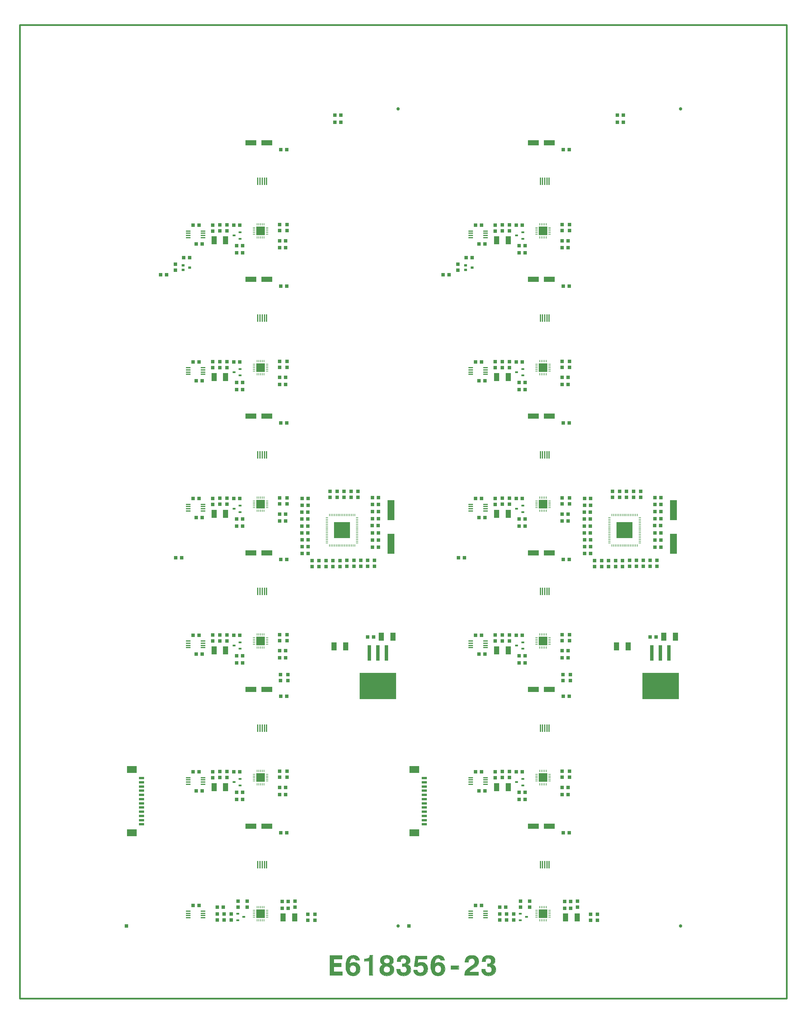
<source format=gbr>
G04 Generated by UcamX v1.1.0_s-beta-140312 on 2014.3.14*
%FSLAX26Y26*%
%MOIN*%
%IPPOS*%
%ADD10C,0.039370*%
%ADD11R,0.043307X0.039370*%
%ADD12R,0.039370X0.043307*%
%ADD13R,0.064961X0.094488*%
%ADD14R,0.082677X0.236220*%
%ADD15R,0.039370X0.039370*%
%ADD16R,0.011024X0.031496*%
%ADD17R,0.031496X0.011024*%
%ADD18R,0.185039X0.185039*%
%ADD19R,0.102362X0.102362*%
%ADD20R,0.035433X0.023622*%
%ADD21R,0.125984X0.062992*%
%ADD22R,0.035433X0.027559*%
%ADD23R,0.043307X0.181102*%
%ADD24R,0.425197X0.311024*%
%ADD25R,0.015748X0.086614*%
%ADD26R,0.057087X0.017717*%
%ADD27R,0.062992X0.027559*%
%ADD28R,0.118110X0.082677*%
%ADD29C,0.019685*%
%ADD30C,0.001000*%
%ADD31C,0.002000*%
%ADD32C,0.004000*%
%ADD33C,0.008000*%
%ADD34C,0.016000*%
%SRX1Y1I0.000000J0.000000*%
G04 layer name: E618356-23*
%LPD*%
D10*
X3637795Y62992D03*
Y9622047D03*
X6944882Y62992D03*
Y9622047D03*
D11*
X858701Y7681102D03*
X928701D03*
X1035866Y4372047D03*
X1105866D03*
X1128386Y7881890D03*
X1198386D03*
X1236654Y303150D03*
Y1866142D03*
Y3464567D03*
Y5062992D03*
Y6661417D03*
Y8259843D03*
X1276024Y1645669D03*
Y3244094D03*
Y4842520D03*
Y6440945D03*
Y8039370D03*
X1306654Y303150D03*
Y1866142D03*
Y3464567D03*
Y5062992D03*
Y6661417D03*
Y8259843D03*
X1346024Y1645669D03*
Y3244094D03*
Y4842520D03*
Y6440945D03*
Y8039370D03*
X1520118Y285433D03*
X1590118D03*
X1715000Y1866142D03*
Y3464567D03*
Y5062992D03*
Y6661417D03*
Y8259843D03*
X1748465Y1543307D03*
Y1625984D03*
Y3141732D03*
Y3224409D03*
Y4740157D03*
Y4822835D03*
Y6338583D03*
Y6421260D03*
Y7937008D03*
Y8019685D03*
X1785000Y1866142D03*
Y3464567D03*
Y5062992D03*
Y6661417D03*
Y8259843D03*
X1818465Y1543307D03*
Y1625984D03*
Y3141732D03*
Y3224409D03*
Y4740157D03*
Y4822835D03*
Y6338583D03*
Y6421260D03*
Y7937008D03*
Y8019685D03*
X2252402Y1602362D03*
Y1685039D03*
Y3200787D03*
Y3283465D03*
Y4799213D03*
Y4881890D03*
Y6397638D03*
Y6480315D03*
Y7996063D03*
Y8078740D03*
X2264213Y1153543D03*
Y2751969D03*
Y4350394D03*
Y5948819D03*
Y7547244D03*
Y9145669D03*
X2281929Y269685D03*
Y350394D03*
X2322402Y1602362D03*
Y1685039D03*
Y3200787D03*
Y3283465D03*
Y4799213D03*
Y4881890D03*
Y6397638D03*
Y6480315D03*
Y7996063D03*
Y8078740D03*
X2334213Y1153543D03*
Y2751969D03*
Y4350394D03*
Y5948819D03*
Y7547244D03*
Y9145669D03*
X2351929Y269685D03*
Y350394D03*
X2512244Y4661417D03*
Y4742126D03*
Y4822835D03*
Y4903543D03*
X2514213Y4419291D03*
Y4500000D03*
Y4580709D03*
Y4984252D03*
Y5064961D03*
X2582244Y4661417D03*
Y4742126D03*
Y4822835D03*
Y4903543D03*
X2584213Y4419291D03*
Y4500000D03*
Y4580709D03*
Y4984252D03*
Y5064961D03*
X2898071Y9464567D03*
Y9547244D03*
X2968071Y9464567D03*
Y9547244D03*
X3279961Y3444882D03*
X3335079Y4746063D03*
X3337047Y4828740D03*
Y4911417D03*
Y4994094D03*
Y5074803D03*
X3339016Y4494094D03*
Y4576772D03*
Y4659449D03*
X3349961Y3444882D03*
X3405079Y4746063D03*
X3407047Y4828740D03*
Y4911417D03*
Y4994094D03*
Y5074803D03*
X3409016Y4494094D03*
Y4576772D03*
Y4659449D03*
X4165787Y7681102D03*
X4235787D03*
X4342953Y4372047D03*
X4412953D03*
X4435472Y7881890D03*
X4505472D03*
X4543740Y303150D03*
Y1866142D03*
Y3464567D03*
Y5062992D03*
Y6661417D03*
Y8259843D03*
X4583110Y1645669D03*
Y3244094D03*
Y4842520D03*
Y6440945D03*
Y8039370D03*
X4613740Y303150D03*
Y1866142D03*
Y3464567D03*
Y5062992D03*
Y6661417D03*
Y8259843D03*
X4653110Y1645669D03*
Y3244094D03*
Y4842520D03*
Y6440945D03*
Y8039370D03*
X4827205Y285433D03*
X4897205D03*
X5022087Y1866142D03*
Y3464567D03*
Y5062992D03*
Y6661417D03*
Y8259843D03*
X5055551Y1543307D03*
Y1625984D03*
Y3141732D03*
Y3224409D03*
Y4740157D03*
Y4822835D03*
Y6338583D03*
Y6421260D03*
Y7937008D03*
Y8019685D03*
X5092087Y1866142D03*
Y3464567D03*
Y5062992D03*
Y6661417D03*
Y8259843D03*
X5125551Y1543307D03*
Y1625984D03*
Y3141732D03*
Y3224409D03*
Y4740157D03*
Y4822835D03*
Y6338583D03*
Y6421260D03*
Y7937008D03*
Y8019685D03*
X5559488Y1602362D03*
Y1685039D03*
Y3200787D03*
Y3283465D03*
Y4799213D03*
Y4881890D03*
Y6397638D03*
Y6480315D03*
Y7996063D03*
Y8078740D03*
X5571299Y1153543D03*
Y2751969D03*
Y4350394D03*
Y5948819D03*
Y7547244D03*
Y9145669D03*
X5589016Y269685D03*
Y350394D03*
X5629488Y1602362D03*
Y1685039D03*
Y3200787D03*
Y3283465D03*
Y4799213D03*
Y4881890D03*
Y6397638D03*
Y6480315D03*
Y7996063D03*
Y8078740D03*
X5641299Y1153543D03*
Y2751969D03*
Y4350394D03*
Y5948819D03*
Y7547244D03*
Y9145669D03*
X5659016Y269685D03*
Y350394D03*
X5819331Y4661417D03*
Y4742126D03*
Y4822835D03*
Y4903543D03*
X5821299Y4419291D03*
Y4500000D03*
Y4580709D03*
Y4984252D03*
Y5064961D03*
X5889331Y4661417D03*
Y4742126D03*
Y4822835D03*
Y4903543D03*
X5891299Y4419291D03*
Y4500000D03*
Y4580709D03*
Y4984252D03*
Y5064961D03*
X6205157Y9464567D03*
Y9547244D03*
X6275157Y9464567D03*
Y9547244D03*
X6587047Y3444882D03*
X6642165Y4746063D03*
X6644134Y4828740D03*
Y4911417D03*
Y4994094D03*
Y5074803D03*
X6646102Y4494094D03*
Y4576772D03*
Y4659449D03*
X6657047Y3444882D03*
X6712165Y4746063D03*
X6714134Y4828740D03*
Y4911417D03*
Y4994094D03*
Y5074803D03*
X6716102Y4494094D03*
Y4576772D03*
Y4659449D03*
D12*
X1029528Y7732717D03*
Y7802717D03*
X1468504Y1797677D03*
Y1867677D03*
Y3396102D03*
Y3466102D03*
Y4994528D03*
Y5064528D03*
Y6592953D03*
Y6662953D03*
Y8191378D03*
Y8261378D03*
X1521654Y134291D03*
Y204291D03*
X1551181Y1799646D03*
Y1869646D03*
Y3398071D03*
Y3468071D03*
Y4996496D03*
Y5066496D03*
Y6594921D03*
Y6664921D03*
Y8193346D03*
Y8263346D03*
X1602362Y134291D03*
Y204291D03*
X1633858Y1799646D03*
Y1869646D03*
Y3398071D03*
Y3468071D03*
Y4996496D03*
Y5066496D03*
Y6594921D03*
Y6664921D03*
Y8193346D03*
Y8263346D03*
X1683071Y134291D03*
Y204291D03*
X1763780Y285866D03*
Y355866D03*
X1870079Y285866D03*
Y355866D03*
X2251969Y1803583D03*
Y1873583D03*
Y3402008D03*
Y3472008D03*
Y5000433D03*
Y5070433D03*
Y6598858D03*
Y6668858D03*
Y8197283D03*
Y8267283D03*
X2259843Y2935472D03*
Y3005472D03*
X2338583Y1803583D03*
Y1873583D03*
Y3402008D03*
Y3472008D03*
Y5000433D03*
Y5070433D03*
Y6598858D03*
Y6668858D03*
Y8197283D03*
Y8267283D03*
X2348425Y2933504D03*
Y3003504D03*
X2431102Y283898D03*
Y353898D03*
X2582677Y130354D03*
Y200354D03*
X2629921Y4268150D03*
Y4338150D03*
X2663386Y130354D03*
Y200354D03*
X2712598Y4268150D03*
Y4338150D03*
X2793307Y4268150D03*
Y4338150D03*
X2840551Y5079173D03*
Y5149173D03*
X2875984Y4268150D03*
Y4338150D03*
X2923228Y5079173D03*
Y5149173D03*
X2956693Y4268150D03*
Y4338150D03*
X3003937Y5079173D03*
Y5149173D03*
X3039370Y4270118D03*
Y4340118D03*
X3086614Y5079173D03*
Y5149173D03*
X3120079Y4270118D03*
Y4340118D03*
X3169291Y5079173D03*
Y5149173D03*
X3200787Y4270118D03*
Y4340118D03*
X3281496Y4270118D03*
Y4340118D03*
X3362205Y4270118D03*
Y4340118D03*
X4336614Y7732717D03*
Y7802717D03*
X4775591Y1797677D03*
Y1867677D03*
Y3396102D03*
Y3466102D03*
Y4994528D03*
Y5064528D03*
Y6592953D03*
Y6662953D03*
Y8191378D03*
Y8261378D03*
X4828740Y134291D03*
Y204291D03*
X4858268Y1799646D03*
Y1869646D03*
Y3398071D03*
Y3468071D03*
Y4996496D03*
Y5066496D03*
Y6594921D03*
Y6664921D03*
Y8193346D03*
Y8263346D03*
X4909449Y134291D03*
Y204291D03*
X4940945Y1799646D03*
Y1869646D03*
Y3398071D03*
Y3468071D03*
Y4996496D03*
Y5066496D03*
Y6594921D03*
Y6664921D03*
Y8193346D03*
Y8263346D03*
X4990157Y134291D03*
Y204291D03*
X5070866Y285866D03*
Y355866D03*
X5177165Y285866D03*
Y355866D03*
X5559055Y1803583D03*
Y1873583D03*
Y3402008D03*
Y3472008D03*
Y5000433D03*
Y5070433D03*
Y6598858D03*
Y6668858D03*
Y8197283D03*
Y8267283D03*
X5566929Y2935472D03*
Y3005472D03*
X5645669Y1803583D03*
Y1873583D03*
Y3402008D03*
Y3472008D03*
Y5000433D03*
Y5070433D03*
Y6598858D03*
Y6668858D03*
Y8197283D03*
Y8267283D03*
X5655512Y2933504D03*
Y3003504D03*
X5738189Y283898D03*
Y353898D03*
X5889764Y130354D03*
Y200354D03*
X5937008Y4268150D03*
Y4338150D03*
X5970472Y130354D03*
Y200354D03*
X6019685Y4268150D03*
Y4338150D03*
X6100394Y4268150D03*
Y4338150D03*
X6147638Y5079173D03*
Y5149173D03*
X6183071Y4268150D03*
Y4338150D03*
X6230315Y5079173D03*
Y5149173D03*
X6263780Y4268150D03*
Y4338150D03*
X6311024Y5079173D03*
Y5149173D03*
X6346457Y4270118D03*
Y4340118D03*
X6393701Y5079173D03*
Y5149173D03*
X6427165Y4270118D03*
Y4340118D03*
X6476378Y5079173D03*
Y5149173D03*
X6507874Y4270118D03*
Y4340118D03*
X6588583Y4270118D03*
Y4340118D03*
X6669291Y4270118D03*
Y4340118D03*
D13*
X1483228Y1688976D03*
Y3287402D03*
Y4885827D03*
Y6484252D03*
Y8082677D03*
X1619094Y1688976D03*
Y3287402D03*
Y4885827D03*
Y6484252D03*
Y8082677D03*
X2292323Y163386D03*
X2428228D03*
X2888701Y3334646D03*
X3024606D03*
X3441929Y3446850D03*
X3577835D03*
X4790315Y1688976D03*
Y3287402D03*
Y4885827D03*
Y6484252D03*
Y8082677D03*
X4926181Y1688976D03*
Y3287402D03*
Y4885827D03*
Y6484252D03*
Y8082677D03*
X5599409Y163386D03*
X5735315D03*
X6195787Y3334646D03*
X6331693D03*
X6749016Y3446850D03*
X6884921D03*
D14*
X3553150Y4535433D03*
Y4929134D03*
X6860236Y4535433D03*
Y4929134D03*
D15*
X456693Y62992D03*
X3763780D03*
D16*
X1988189Y129921D03*
Y283465D03*
Y1722441D03*
Y1875984D03*
Y3320866D03*
Y3474409D03*
Y4919291D03*
Y5072835D03*
Y6517717D03*
Y6671260D03*
Y8116142D03*
Y8269685D03*
X2007874Y129921D03*
Y283465D03*
Y1722441D03*
Y1875984D03*
Y3320866D03*
Y3474409D03*
Y4919291D03*
Y5072835D03*
Y6517717D03*
Y6671260D03*
Y8116142D03*
Y8269685D03*
X2027559Y129921D03*
Y283465D03*
Y1722441D03*
Y1875984D03*
Y3320866D03*
Y3474409D03*
Y4919291D03*
Y5072835D03*
Y6517717D03*
Y6671260D03*
Y8116142D03*
Y8269685D03*
X2047244Y129921D03*
Y283465D03*
Y1722441D03*
Y1875984D03*
Y3320866D03*
Y3474409D03*
Y4919291D03*
Y5072835D03*
Y6517717D03*
Y6671260D03*
Y8116142D03*
Y8269685D03*
X2066929Y129921D03*
Y283465D03*
Y1722441D03*
Y1875984D03*
Y3320866D03*
Y3474409D03*
Y4919291D03*
Y5072835D03*
Y6517717D03*
Y6671260D03*
Y8116142D03*
Y8269685D03*
X2834646Y4515748D03*
Y4870079D03*
X2854331Y4515748D03*
Y4870079D03*
X2874016Y4515748D03*
Y4870079D03*
X2893701Y4515748D03*
Y4870079D03*
X2913386Y4515748D03*
Y4870079D03*
X2933071Y4515748D03*
Y4870079D03*
X2952756Y4515748D03*
Y4870079D03*
X2972441Y4515748D03*
Y4870079D03*
X2992126Y4515748D03*
Y4870079D03*
X3011811Y4515748D03*
Y4870079D03*
X3031496Y4515748D03*
Y4870079D03*
X3051181Y4515748D03*
Y4870079D03*
X3070866Y4515748D03*
Y4870079D03*
X3090551Y4515748D03*
Y4870079D03*
X3110236Y4515748D03*
Y4870079D03*
X3129921Y4515748D03*
Y4870079D03*
X5295276Y129921D03*
Y283465D03*
Y1722441D03*
Y1875984D03*
Y3320866D03*
Y3474409D03*
Y4919291D03*
Y5072835D03*
Y6517717D03*
Y6671260D03*
Y8116142D03*
Y8269685D03*
X5314961Y129921D03*
Y283465D03*
Y1722441D03*
Y1875984D03*
Y3320866D03*
Y3474409D03*
Y4919291D03*
Y5072835D03*
Y6517717D03*
Y6671260D03*
Y8116142D03*
Y8269685D03*
X5334646Y129921D03*
Y283465D03*
Y1722441D03*
Y1875984D03*
Y3320866D03*
Y3474409D03*
Y4919291D03*
Y5072835D03*
Y6517717D03*
Y6671260D03*
Y8116142D03*
Y8269685D03*
X5354331Y129921D03*
Y283465D03*
Y1722441D03*
Y1875984D03*
Y3320866D03*
Y3474409D03*
Y4919291D03*
Y5072835D03*
Y6517717D03*
Y6671260D03*
Y8116142D03*
Y8269685D03*
X5374016Y129921D03*
Y283465D03*
Y1722441D03*
Y1875984D03*
Y3320866D03*
Y3474409D03*
Y4919291D03*
Y5072835D03*
Y6517717D03*
Y6671260D03*
Y8116142D03*
Y8269685D03*
X6141732Y4515748D03*
Y4870079D03*
X6161417Y4515748D03*
Y4870079D03*
X6181102Y4515748D03*
Y4870079D03*
X6200787Y4515748D03*
Y4870079D03*
X6220472Y4515748D03*
Y4870079D03*
X6240157Y4515748D03*
Y4870079D03*
X6259843Y4515748D03*
Y4870079D03*
X6279528Y4515748D03*
Y4870079D03*
X6299213Y4515748D03*
Y4870079D03*
X6318898Y4515748D03*
Y4870079D03*
X6338583Y4515748D03*
Y4870079D03*
X6358268Y4515748D03*
Y4870079D03*
X6377953Y4515748D03*
Y4870079D03*
X6397638Y4515748D03*
Y4870079D03*
X6417323Y4515748D03*
Y4870079D03*
X6437008Y4515748D03*
Y4870079D03*
D17*
X1950787Y167323D03*
Y187008D03*
Y206693D03*
Y226378D03*
Y246063D03*
Y1759843D03*
Y1779528D03*
Y1799213D03*
Y1818898D03*
Y1838583D03*
Y3358268D03*
Y3377953D03*
Y3397638D03*
Y3417323D03*
Y3437008D03*
Y4956693D03*
Y4976378D03*
Y4996063D03*
Y5015748D03*
Y5035433D03*
Y6555118D03*
Y6574803D03*
Y6594488D03*
Y6614173D03*
Y6633858D03*
Y8153543D03*
Y8173228D03*
Y8192913D03*
Y8212598D03*
Y8232283D03*
X2104331Y167323D03*
Y187008D03*
Y206693D03*
Y226378D03*
Y246063D03*
Y1759843D03*
Y1779528D03*
Y1799213D03*
Y1818898D03*
Y1838583D03*
Y3358268D03*
Y3377953D03*
Y3397638D03*
Y3417323D03*
Y3437008D03*
Y4956693D03*
Y4976378D03*
Y4996063D03*
Y5015748D03*
Y5035433D03*
Y6555118D03*
Y6574803D03*
Y6594488D03*
Y6614173D03*
Y6633858D03*
Y8153543D03*
Y8173228D03*
Y8192913D03*
Y8212598D03*
Y8232283D03*
X2805118Y4545276D03*
Y4564961D03*
Y4584646D03*
Y4604331D03*
Y4624016D03*
Y4643701D03*
Y4663386D03*
Y4683071D03*
Y4702756D03*
Y4722441D03*
Y4742126D03*
Y4761811D03*
Y4781496D03*
Y4801181D03*
Y4820866D03*
Y4840551D03*
X3159449Y4545276D03*
Y4564961D03*
Y4584646D03*
Y4604331D03*
Y4624016D03*
Y4643701D03*
Y4663386D03*
Y4683071D03*
Y4702756D03*
Y4722441D03*
Y4742126D03*
Y4761811D03*
Y4781496D03*
Y4801181D03*
Y4820866D03*
Y4840551D03*
X5257874Y167323D03*
Y187008D03*
Y206693D03*
Y226378D03*
Y246063D03*
Y1759843D03*
Y1779528D03*
Y1799213D03*
Y1818898D03*
Y1838583D03*
Y3358268D03*
Y3377953D03*
Y3397638D03*
Y3417323D03*
Y3437008D03*
Y4956693D03*
Y4976378D03*
Y4996063D03*
Y5015748D03*
Y5035433D03*
Y6555118D03*
Y6574803D03*
Y6594488D03*
Y6614173D03*
Y6633858D03*
Y8153543D03*
Y8173228D03*
Y8192913D03*
Y8212598D03*
Y8232283D03*
X5411417Y167323D03*
Y187008D03*
Y206693D03*
Y226378D03*
Y246063D03*
Y1759843D03*
Y1779528D03*
Y1799213D03*
Y1818898D03*
Y1838583D03*
Y3358268D03*
Y3377953D03*
Y3397638D03*
Y3417323D03*
Y3437008D03*
Y4956693D03*
Y4976378D03*
Y4996063D03*
Y5015748D03*
Y5035433D03*
Y6555118D03*
Y6574803D03*
Y6594488D03*
Y6614173D03*
Y6633858D03*
Y8153543D03*
Y8173228D03*
Y8192913D03*
Y8212598D03*
Y8232283D03*
X6112205Y4545276D03*
Y4564961D03*
Y4584646D03*
Y4604331D03*
Y4624016D03*
Y4643701D03*
Y4663386D03*
Y4683071D03*
Y4702756D03*
Y4722441D03*
Y4742126D03*
Y4761811D03*
Y4781496D03*
Y4801181D03*
Y4820866D03*
Y4840551D03*
X6466535Y4545276D03*
Y4564961D03*
Y4584646D03*
Y4604331D03*
Y4624016D03*
Y4643701D03*
Y4663386D03*
Y4683071D03*
Y4702756D03*
Y4722441D03*
Y4742126D03*
Y4761811D03*
Y4781496D03*
Y4801181D03*
Y4820866D03*
Y4840551D03*
D18*
X2982283Y4692913D03*
X6289370D03*
D19*
X2027559Y206693D03*
Y1799213D03*
Y3397638D03*
Y4996063D03*
Y6594488D03*
Y8192913D03*
X5334646Y206693D03*
Y1799213D03*
Y3397638D03*
Y4996063D03*
Y6594488D03*
Y8192913D03*
D20*
X1718504Y1746063D03*
Y3344488D03*
Y4942913D03*
Y6541339D03*
Y8139764D03*
X1761811Y131890D03*
Y206693D03*
X1789370Y1708661D03*
Y1783465D03*
Y3307087D03*
Y3381890D03*
Y4905512D03*
Y4980315D03*
Y6503937D03*
Y6578740D03*
Y8102362D03*
Y8177165D03*
X1832677Y169291D03*
X5025591Y1746063D03*
Y3344488D03*
Y4942913D03*
Y6541339D03*
Y8139764D03*
X5068898Y131890D03*
Y206693D03*
X5096457Y1708661D03*
Y1783465D03*
Y3307087D03*
Y3381890D03*
Y4905512D03*
Y4980315D03*
Y6503937D03*
Y6578740D03*
Y8102362D03*
Y8177165D03*
X5139764Y169291D03*
D21*
X1915354Y1232283D03*
Y2830709D03*
Y4429134D03*
Y6027559D03*
Y7625984D03*
Y9224409D03*
X2100394Y1232283D03*
Y2830709D03*
Y4429134D03*
Y6027559D03*
Y7625984D03*
Y9224409D03*
X5222441Y1232283D03*
Y2830709D03*
Y4429134D03*
Y6027559D03*
Y7625984D03*
Y9224409D03*
X5407480Y1232283D03*
Y2830709D03*
Y4429134D03*
Y6027559D03*
Y7625984D03*
Y9224409D03*
D22*
X1122047Y7738189D03*
Y7789370D03*
X1196850Y7763780D03*
X4429134Y7738189D03*
Y7789370D03*
X4503937Y7763780D03*
D23*
X3301575Y3258858D03*
X3401575D03*
X3501575D03*
X6608661D03*
X6708661D03*
X6808661D03*
D24*
X3402559Y2871063D03*
X6709646D03*
D25*
X1996063Y780512D03*
Y2378937D03*
Y3977362D03*
Y5575787D03*
Y7174213D03*
Y8772638D03*
X2021654Y780512D03*
Y2378937D03*
Y3977362D03*
Y5575787D03*
Y7174213D03*
Y8772638D03*
X2047244Y780512D03*
Y2378937D03*
Y3977362D03*
Y5575787D03*
Y7174213D03*
Y8772638D03*
X2072835Y780512D03*
Y2378937D03*
Y3977362D03*
Y5575787D03*
Y7174213D03*
Y8772638D03*
X2098425Y780512D03*
Y2378937D03*
Y3977362D03*
Y5575787D03*
Y7174213D03*
Y8772638D03*
X5303150Y780512D03*
Y2378937D03*
Y3977362D03*
Y5575787D03*
Y7174213D03*
Y8772638D03*
X5328740Y780512D03*
Y2378937D03*
Y3977362D03*
Y5575787D03*
Y7174213D03*
Y8772638D03*
X5354331Y780512D03*
Y2378937D03*
Y3977362D03*
Y5575787D03*
Y7174213D03*
Y8772638D03*
X5379921Y780512D03*
Y2378937D03*
Y3977362D03*
Y5575787D03*
Y7174213D03*
Y8772638D03*
X5405512Y780512D03*
Y2378937D03*
Y3977362D03*
Y5575787D03*
Y7174213D03*
Y8772638D03*
D26*
X1181102Y160433D03*
Y186024D03*
Y211614D03*
Y237205D03*
Y1721457D03*
Y1747047D03*
Y1772638D03*
Y1798228D03*
Y3319882D03*
Y3345472D03*
Y3371063D03*
Y3396654D03*
Y4918307D03*
Y4943898D03*
Y4969488D03*
Y4995079D03*
Y6516732D03*
Y6542323D03*
Y6567913D03*
Y6593504D03*
Y8115157D03*
Y8140748D03*
Y8166339D03*
Y8191929D03*
X1354331Y160433D03*
Y186024D03*
Y211614D03*
Y237205D03*
Y1721457D03*
Y1747047D03*
Y1772638D03*
Y1798228D03*
Y3319882D03*
Y3345472D03*
Y3371063D03*
Y3396654D03*
Y4918307D03*
Y4943898D03*
Y4969488D03*
Y4995079D03*
Y6516732D03*
Y6542323D03*
Y6567913D03*
Y6593504D03*
Y8115157D03*
Y8140748D03*
Y8166339D03*
Y8191929D03*
X4488189Y160433D03*
Y186024D03*
Y211614D03*
Y237205D03*
Y1721457D03*
Y1747047D03*
Y1772638D03*
Y1798228D03*
Y3319882D03*
Y3345472D03*
Y3371063D03*
Y3396654D03*
Y4918307D03*
Y4943898D03*
Y4969488D03*
Y4995079D03*
Y6516732D03*
Y6542323D03*
Y6567913D03*
Y6593504D03*
Y8115157D03*
Y8140748D03*
Y8166339D03*
Y8191929D03*
X4661417Y160433D03*
Y186024D03*
Y211614D03*
Y237205D03*
Y1721457D03*
Y1747047D03*
Y1772638D03*
Y1798228D03*
Y3319882D03*
Y3345472D03*
Y3371063D03*
Y3396654D03*
Y4918307D03*
Y4943898D03*
Y4969488D03*
Y4995079D03*
Y6516732D03*
Y6542323D03*
Y6567913D03*
Y6593504D03*
Y8115157D03*
Y8140748D03*
Y8166339D03*
Y8191929D03*
D27*
X635827Y1252953D03*
Y1302165D03*
Y1351378D03*
Y1400591D03*
Y1449803D03*
Y1499016D03*
Y1548228D03*
Y1597441D03*
Y1646654D03*
Y1695866D03*
Y1745079D03*
Y1794291D03*
X3942913Y1252953D03*
Y1302165D03*
Y1351378D03*
Y1400591D03*
Y1449803D03*
Y1499016D03*
Y1548228D03*
Y1597441D03*
Y1646654D03*
Y1695866D03*
Y1745079D03*
Y1794291D03*
D28*
X521654Y1152559D03*
Y1894685D03*
X3828740Y1152559D03*
Y1894685D03*
D29*
X-787402Y10600394D02*
Y-787402D01*
X8188977*
Y10600394*
X-787402*
D30*
X2836370Y-279007D02*
X2980699D01*
Y-322335*
X2883489*
Y-369898*
X2970589*
Y-413518*
X2883587*
Y-467983*
X2983324*
Y-511311*
X2836370*
Y-279007*
X2982855Y-468383D02*
X2982924D01*
Y-468452*
X2982855Y-468383*
X2982855Y-510911D02*
X2982924Y-510843D01*
Y-510911*
X2982855*
X2980231Y-279407D02*
X2980300D01*
Y-279475*
X2980231Y-279407*
X2980231Y-321935D02*
X2980300Y-321866D01*
Y-321935*
X2980231*
X2970121Y-370298D02*
X2970190D01*
Y-370367*
X2970121Y-370298*
X2970121Y-413118D02*
X2970190Y-413049D01*
Y-413118*
X2970121*
X2836770Y-279407D02*
X2836839D01*
X2836770Y-279475*
Y-279407*
X2836770Y-510843D02*
X2836839Y-510911D01*
X2836770*
Y-510843*
X3071913Y-437337D02*
X3072011Y-442437D01*
X3072598Y-447530*
X3073286Y-451456*
X3074368Y-455393*
X3075840Y-459123*
X3077511Y-462856*
X3079388Y-465919*
X3081556Y-468777*
X3084022Y-471440*
X3086882Y-473905*
X3089839Y-475975*
X3092994Y-477750*
X3096454Y-479233*
X3100104Y-480220*
X3104326Y-481005*
X3108558Y-481399*
X3112790Y-481300*
X3117020Y-480809*
X3120477Y-480018*
X3123838Y-478832*
X3127201Y-477151*
X3130263Y-475076*
X3133323Y-472510*
X3135984Y-469553*
X3138254Y-466592*
X3140130Y-463236*
X3141801Y-459501*
X3143177Y-455469*
X3144061Y-451640*
X3144748Y-447715*
X3145140Y-442719*
X3145238Y-437733*
X3145042Y-432354*
X3144453Y-427059*
X3143568Y-423124*
X3142387Y-419285*
X3140711Y-415539*
X3138642Y-411992*
X3136376Y-408938*
X3133808Y-406074*
X3130942Y-403702*
X3127881Y-401628*
X3124521Y-399948*
X3120963Y-398663*
X3114665Y-397286*
X3106525Y-396991*
X3102391Y-397287*
X3098364Y-397974*
X3095506Y-398664*
X3092633Y-399655*
X3089465Y-401239*
X3086493Y-403220*
X3083533Y-405884*
X3080873Y-408741*
X3078705Y-411698*
X3076833Y-414752*
X3075259Y-418096*
X3073877Y-421551*
X3072500Y-427947*
X3071913Y-437337*
X3023142Y-399637D02*
X3023724Y-385180D01*
X3025082Y-370823*
X3027021Y-358899*
X3029734Y-347173*
X3033513Y-335353*
X3038258Y-324022*
X3042802Y-315514*
X3048309Y-307591*
X3054590Y-300538*
X3061544Y-294259*
X3068980Y-289142*
X3076901Y-284891*
X3084236Y-281996*
X3091769Y-279968*
X3101059Y-278323*
X3110542Y-277452*
X3120215*
X3129891Y-278419*
X3137811Y-279868*
X3145341Y-282282*
X3152000Y-285080*
X3158172Y-288649*
X3163672Y-292604*
X3168781Y-297136*
X3172154Y-300990*
X3175339Y-305043*
X3178035Y-309279*
X3180342Y-313799*
X3183140Y-321613*
X3184973Y-329815*
X3185600Y-336527*
X3139026*
X3138126Y-331849*
X3137327Y-329351*
X3134947Y-324691*
X3131467Y-320713*
X3127096Y-317535*
X3121552Y-315258*
X3116121Y-314171*
X3109638Y-313877*
X3105597Y-314172*
X3101659Y-314861*
X3098492Y-315752*
X3095518Y-317041*
X3091767Y-319212*
X3088406Y-321882*
X3084861Y-325624*
X3081809Y-329759*
X3079447Y-334088*
X3077582Y-338505*
X3075527Y-344768*
X3074060Y-351224*
X3072791Y-359421*
X3071152Y-376738*
X3071405Y-376867*
X3077778Y-371249*
X3081042Y-368946*
X3084407Y-367023*
X3088645Y-365000*
X3092981Y-363459*
X3098291Y-361914*
X3103789Y-360853*
X3110072Y-360176*
X3116356Y-359886*
X3123316Y-360079*
X3130275Y-360852*
X3136746Y-362108*
X3143124Y-363944*
X3150275Y-366553*
X3157031Y-369931*
X3162821Y-373598*
X3168223Y-377843*
X3173335Y-382858*
X3177771Y-388356*
X3181922Y-394822*
X3185301Y-401677*
X3187907Y-408531*
X3189742Y-415678*
X3191193Y-423997*
X3191870Y-432311*
X3191773Y-441114*
X3190999Y-449822*
X3189549Y-457942*
X3187326Y-465867*
X3184331Y-473598*
X3180563Y-481037*
X3176412Y-487409*
X3171584Y-493395*
X3165888Y-499091*
X3159519Y-504109*
X3152374Y-508454*
X3144838Y-512029*
X3137208Y-514733*
X3129482Y-516568*
X3119804Y-517826*
X3110125Y-518407*
X3100254Y-518020*
X3090485Y-516859*
X3082858Y-515024*
X3075323Y-512416*
X3069727Y-509811*
X3064325Y-506725*
X3059307Y-503058*
X3054381Y-498904*
X3049746Y-494173*
X3045595Y-489152*
X3040471Y-481612*
X3036219Y-473590*
X3031863Y-462846*
X3028570Y-451804*
X3026050Y-440370*
X3024403Y-428740*
X3023336Y-414191*
X3023142Y-399637*
X3185038Y-336128D02*
X3185150Y-336005D01*
X3185161Y-336128*
X3185038*
X3185099Y-336061D02*
X3185146D01*
X4066525Y-437337D02*
X4066623Y-442437D01*
X4067211Y-447530*
X4067898Y-451456*
X4068980Y-455393*
X4070452Y-459123*
X4072123Y-462856*
X4074000Y-465919*
X4076168Y-468777*
X4078634Y-471440*
X4081494Y-473905*
X4084451Y-475975*
X4087606Y-477750*
X4091066Y-479233*
X4094716Y-480220*
X4098938Y-481005*
X4103170Y-481399*
X4107402Y-481300*
X4111632Y-480809*
X4115089Y-480018*
X4118450Y-478832*
X4121813Y-477151*
X4124875Y-475076*
X4127935Y-472510*
X4130597Y-469553*
X4132866Y-466592*
X4134742Y-463236*
X4136413Y-459501*
X4137789Y-455469*
X4138673Y-451640*
X4139360Y-447715*
X4139752Y-442719*
X4139850Y-437733*
X4139654Y-432354*
X4139066Y-427059*
X4138181Y-423124*
X4136999Y-419285*
X4135323Y-415539*
X4133254Y-411992*
X4130988Y-408938*
X4128421Y-406074*
X4125554Y-403702*
X4122494Y-401628*
X4119133Y-399948*
X4115575Y-398663*
X4109277Y-397286*
X4101137Y-396991*
X4097003Y-397287*
X4092977Y-397974*
X4090118Y-398664*
X4087245Y-399655*
X4084077Y-401239*
X4081105Y-403220*
X4078145Y-405884*
X4075486Y-408741*
X4073317Y-411698*
X4071445Y-414752*
X4069872Y-418096*
X4068489Y-421551*
X4067112Y-427947*
X4066525Y-437337*
X4017754Y-399637D02*
X4018336Y-385180D01*
X4019694Y-370823*
X4021633Y-358899*
X4024346Y-347173*
X4028125Y-335353*
X4032871Y-324022*
X4037414Y-315514*
X4042922Y-307591*
X4049202Y-300538*
X4056157Y-294259*
X4063592Y-289142*
X4071513Y-284891*
X4078848Y-281996*
X4086382Y-279968*
X4095672Y-278323*
X4105154Y-277452*
X4114827*
X4124504Y-278419*
X4132423Y-279868*
X4139954Y-282282*
X4146612Y-285080*
X4152784Y-288649*
X4158285Y-292604*
X4163394Y-297136*
X4166766Y-300990*
X4169951Y-305043*
X4172647Y-309279*
X4174955Y-313799*
X4177752Y-321613*
X4179586Y-329815*
X4180212Y-336527*
X4133638*
X4132738Y-331849*
X4131939Y-329351*
X4129560Y-324691*
X4126079Y-320713*
X4121708Y-317535*
X4116164Y-315258*
X4110733Y-314171*
X4104250Y-313877*
X4100210Y-314172*
X4096272Y-314861*
X4093104Y-315752*
X4090130Y-317041*
X4086379Y-319212*
X4083018Y-321882*
X4079473Y-325624*
X4076421Y-329759*
X4074059Y-334088*
X4072195Y-338505*
X4070140Y-344768*
X4068672Y-351224*
X4067404Y-359421*
X4065764Y-376738*
X4066017Y-376867*
X4072390Y-371249*
X4075654Y-368946*
X4079020Y-367023*
X4083257Y-365000*
X4087593Y-363459*
X4092903Y-361914*
X4098401Y-360853*
X4104684Y-360176*
X4110969Y-359886*
X4117929Y-360079*
X4124887Y-360852*
X4131359Y-362108*
X4137736Y-363944*
X4144887Y-366553*
X4151643Y-369931*
X4157433Y-373598*
X4162835Y-377843*
X4167947Y-382858*
X4172384Y-388356*
X4176534Y-394822*
X4179913Y-401677*
X4182519Y-408531*
X4184355Y-415678*
X4185805Y-423997*
X4186482Y-432311*
X4186385Y-441114*
X4185612Y-449822*
X4184161Y-457942*
X4181938Y-465867*
X4178943Y-473598*
X4175175Y-481037*
X4171024Y-487409*
X4166196Y-493395*
X4160500Y-499091*
X4154131Y-504109*
X4146986Y-508454*
X4139450Y-512029*
X4131820Y-514733*
X4124095Y-516568*
X4114416Y-517826*
X4104738Y-518407*
X4094867Y-518020*
X4085097Y-516859*
X4077470Y-515024*
X4069935Y-512416*
X4064339Y-509811*
X4058938Y-506725*
X4053919Y-503058*
X4048993Y-498904*
X4044358Y-494173*
X4040207Y-489152*
X4035083Y-481612*
X4030831Y-473590*
X4026475Y-462846*
X4023182Y-451804*
X4020662Y-440370*
X4019015Y-428740*
X4017948Y-414191*
X4017754Y-399637*
X4179650Y-336128D02*
X4179762Y-336005D01*
X4179773Y-336128*
X4179650*
X4179712Y-336061D02*
X4179759D01*
X3241117Y-318839D02*
X3258542Y-317987D01*
X3267714Y-317011*
X3274563Y-315739*
X3281227Y-313779*
X3285562Y-311907*
X3289511Y-309538*
X3293360Y-306379*
X3296715Y-302629*
X3299769Y-298000*
X3302129Y-292984*
X3303899Y-287774*
X3305964Y-277354*
X3342674*
Y-511311*
X3297402*
Y-350526*
X3241117*
Y-318839*
X3342205Y-277754D02*
X3342274D01*
Y-277823*
X3342205Y-277754*
X3342205Y-510911D02*
X3342274Y-510843D01*
Y-510911*
X3342205*
X3297801Y-510843D02*
X3297870Y-510911D01*
X3297801*
Y-510843*
X3241517Y-319220D02*
X3241558Y-319218D01*
X3241517Y-319262*
Y-319220*
X3241517Y-350057D02*
X3241586Y-350126D01*
X3241517*
Y-350057*
X3471312Y-342854D02*
X3471510Y-346408D01*
X3472003Y-349958*
X3472797Y-352936*
X3473985Y-355809*
X3475470Y-358579*
X3477352Y-361255*
X3479442Y-363544*
X3481831Y-365435*
X3486377Y-368202*
X3492295Y-370175*
X3497901Y-371257*
X3504959Y-371649*
X3511628Y-371355*
X3517044Y-370370*
X3523443Y-368204*
X3528287Y-365436*
X3530680Y-363442*
X3532864Y-361059*
X3534648Y-358483*
X3536232Y-355611*
X3537323Y-352735*
X3538115Y-349765*
X3538609Y-346312*
X3538806Y-342860*
X3538608Y-339398*
X3538017Y-336146*
X3537324Y-333277*
X3536231Y-330593*
X3534744Y-327819*
X3532962Y-325342*
X3530886Y-322971*
X3528508Y-320790*
X3525935Y-319010*
X3523363Y-317525*
X3520298Y-316240*
X3517133Y-315251*
X3511920Y-314366*
X3504962Y-313974*
X3498096Y-314366*
X3492869Y-315352*
X3486850Y-317622*
X3481721Y-320877*
X3479434Y-322865*
X3477443Y-325055*
X3474285Y-329891*
X3473091Y-332777*
X3472200Y-335746*
X3471608Y-339201*
X3471312Y-342854*
X3467813Y-443752D02*
X3467912Y-448268D01*
X3468402Y-452784*
X3469092Y-456234*
X3470181Y-459697*
X3471764Y-462962*
X3473736Y-466118*
X3475812Y-468787*
X3478190Y-471165*
X3480762Y-473143*
X3483430Y-474823*
X3486880Y-476499*
X3490434Y-477782*
X3497402Y-479353*
X3505056Y-479941*
X3512813Y-479450*
X3519395Y-477878*
X3522954Y-476593*
X3526309Y-474817*
X3529365Y-472846*
X3532132Y-470573*
X3534696Y-467910*
X3536967Y-465047*
X3538747Y-462081*
X3540230Y-458916*
X3541219Y-455750*
X3541911Y-452491*
X3542304Y-448167*
X3542402Y-443758*
X3542205Y-439532*
X3541518Y-435312*
X3540829Y-432062*
X3539742Y-428900*
X3538261Y-425642*
X3536385Y-422581*
X3534217Y-419723*
X3531750Y-417059*
X3528988Y-414691*
X3526029Y-412620*
X3522770Y-410843*
X3519308Y-409458*
X3512915Y-407884*
X3505062Y-407295*
X3497305Y-407786*
X3491104Y-409262*
X3487639Y-410648*
X3484381Y-412426*
X3481422Y-414497*
X3478659Y-416865*
X3476389Y-419333*
X3474315Y-421998*
X3472439Y-425160*
X3470963Y-428406*
X3469683Y-431754*
X3468796Y-435303*
X3468108Y-439526*
X3467813Y-443752*
X3421181Y-445224D02*
X3421568Y-437003D01*
X3422631Y-428790*
X3424172Y-422724*
X3426388Y-416943*
X3428890Y-412034*
X3431872Y-407513*
X3435435Y-403277*
X3439382Y-399426*
X3444393Y-395571*
X3456036Y-388358*
X3447214Y-382792*
X3443459Y-379903*
X3439706Y-376439*
X3436436Y-372592*
X3433747Y-368751*
X3431638Y-364629*
X3429909Y-359922*
X3428756Y-355020*
X3427887Y-348165*
X3427597Y-341213*
X3428080Y-333774*
X3429143Y-326431*
X3430589Y-320648*
X3432611Y-315064*
X3435693Y-309091*
X3439451Y-303503*
X3443980Y-298299*
X3449186Y-293576*
X3454585Y-289719*
X3460370Y-286441*
X3467614Y-283350*
X3475058Y-280933*
X3481727Y-279387*
X3488501Y-278322*
X3496731Y-277451*
X3504962Y-277257*
X3513198Y-277451*
X3521427Y-278129*
X3528098Y-279192*
X3534674Y-280739*
X3542117Y-283060*
X3549360Y-286149*
X3555340Y-289526*
X3560933Y-293479*
X3566331Y-298395*
X3571056Y-303891*
X3574907Y-309572*
X3577894Y-315834*
X3579918Y-321425*
X3581363Y-327203*
X3582231Y-334249*
X3582521Y-341300*
X3582135Y-347961*
X3581170Y-354523*
X3579823Y-359719*
X3577898Y-364723*
X3575686Y-369050*
X3572995Y-373183*
X3570017Y-376737*
X3566654Y-380004*
X3562906Y-382887*
X3554063Y-388362*
X3565633Y-395283*
X3570641Y-399039*
X3574775Y-403076*
X3578334Y-407597*
X3581611Y-412898*
X3584308Y-418485*
X3586234Y-424167*
X3587584Y-430048*
X3588550Y-437587*
X3588937Y-445129*
X3588647Y-453347*
X3587583Y-461566*
X3586233Y-467835*
X3584113Y-474003*
X3581220Y-480174*
X3577654Y-485956*
X3573022Y-491747*
X3567808Y-497154*
X3561726Y-502174*
X3555161Y-506519*
X3548016Y-510187*
X3540477Y-513087*
X3533232Y-515212*
X3525794Y-516565*
X3515428Y-517533*
X3504962Y-517921*
X3494788Y-517534*
X3484711Y-516564*
X3477263Y-515307*
X3470021Y-513472*
X3462003Y-510381*
X3454275Y-506517*
X3447712Y-502174*
X3441631Y-497155*
X3436521Y-491756*
X3432182Y-485874*
X3428516Y-479507*
X3425621Y-472848*
X3423693Y-466870*
X3422438Y-460695*
X3421471Y-452959*
X3421181Y-445224*
X3618659Y-440570D02*
X3662784D01*
X3663434Y-449854*
X3664319Y-454671*
X3665402Y-458315*
X3666784Y-461770*
X3668559Y-464926*
X3670532Y-467886*
X3673395Y-471143*
X3676656Y-474008*
X3680216Y-476283*
X3684066Y-478060*
X3687427Y-479147*
X3690885Y-479839*
X3695595Y-480231*
X3700403Y-480329*
X3708825Y-479546*
X3715597Y-477976*
X3719541Y-476497*
X3723290Y-474622*
X3726163Y-472641*
X3728739Y-470361*
X3730919Y-467786*
X3732798Y-465017*
X3734573Y-461565*
X3735957Y-458006*
X3737432Y-451418*
X3737923Y-443861*
X3737628Y-439431*
X3736940Y-435109*
X3736052Y-431560*
X3734766Y-428196*
X3732794Y-424547*
X3730425Y-421092*
X3727754Y-418224*
X3724688Y-415651*
X3721427Y-413675*
X3717969Y-411996*
X3713148Y-410520*
X3708146Y-409441*
X3701491Y-408658*
X3691931Y-408365*
X3686012Y-408455*
Y-376790*
X3694965Y-376605*
X3702787Y-376019*
X3708575Y-374842*
X3712215Y-373759*
X3715856Y-372283*
X3718534Y-370895*
X3721023Y-369103*
X3723501Y-366724*
X3725582Y-364147*
X3727660Y-360783*
X3729147Y-357314*
X3730723Y-351403*
X3731313Y-344318*
X3730723Y-337133*
X3729142Y-331503*
X3727750Y-328619*
X3726065Y-325943*
X3724085Y-323566*
X3721910Y-321391*
X3719527Y-319505*
X3716850Y-317919*
X3713790Y-316537*
X3710627Y-315449*
X3704428Y-314171*
X3697450Y-313974*
X3693601Y-314369*
X3689761Y-315156*
X3686604Y-316143*
X3683539Y-317428*
X3680277Y-319307*
X3677405Y-321485*
X3674833Y-324058*
X3672654Y-326830*
X3670973Y-329698*
X3669588Y-332666*
X3668406Y-336411*
X3667519Y-340349*
X3667126Y-344183*
X3666761Y-351400*
X3623461*
X3625056Y-335447*
X3626601Y-327432*
X3629110Y-319810*
X3632487Y-312476*
X3636535Y-305922*
X3641453Y-300040*
X3647048Y-294638*
X3653315Y-290010*
X3660746Y-285861*
X3668570Y-282673*
X3674946Y-280741*
X3681418Y-279291*
X3689644Y-278227*
X3697969Y-277646*
X3705908Y-277743*
X3713948Y-278227*
X3720813Y-279098*
X3727675Y-280547*
X3735508Y-282868*
X3743044Y-285863*
X3749218Y-289143*
X3755102Y-293098*
X3760693Y-297918*
X3765609Y-303412*
X3769656Y-309194*
X3772933Y-315458*
X3775149Y-321240*
X3776787Y-327311*
X3777751Y-333960*
X3777944Y-340814*
X3777655Y-347084*
X3776595Y-353348*
X3775151Y-358640*
X3773035Y-363739*
X3770628Y-368166*
X3767840Y-372301*
X3764571Y-376051*
X3761012Y-379418*
X3757453Y-382111*
X3749258Y-387326*
X3759242Y-392581*
X3763675Y-395279*
X3768583Y-399129*
X3773009Y-403651*
X3776763Y-408656*
X3779942Y-414146*
X3782543Y-420119*
X3784373Y-426284*
X3785724Y-434004*
X3786207Y-441829*
X3786014Y-450142*
X3784951Y-458253*
X3783117Y-465688*
X3780607Y-472830*
X3777328Y-479486*
X3773369Y-485666*
X3768928Y-491457*
X3763719Y-496763*
X3757737Y-501684*
X3751173Y-505835*
X3743537Y-509701*
X3735513Y-512795*
X3727780Y-515018*
X3720045Y-516468*
X3710166Y-517534*
X3700285Y-517921*
X3690114Y-517631*
X3680044Y-516565*
X3672410Y-515116*
X3665073Y-512895*
X3656764Y-509417*
X3648946Y-504977*
X3642289Y-499864*
X3636304Y-494073*
X3632258Y-489062*
X3628785Y-483660*
X3625598Y-477576*
X3622991Y-471205*
X3621545Y-466383*
X3620386Y-461360*
X3619516Y-456043*
X3618936Y-450536*
X3618659Y-440570*
X3686411Y-377182D02*
X3686468Y-377181D01*
X3686411Y-377239*
Y-377182*
X3686411Y-407972D02*
X3686489Y-408048D01*
X3686411Y-408049*
Y-407972*
X3666340Y-351001D02*
X3666383Y-350960D01*
X3666381Y-351001*
X3666340*
X3662381Y-440970D02*
X3662412D01*
X3662413Y-441000*
X3662381Y-440970*
X3623903Y-351001D02*
X3623915Y-350874D01*
X3624030Y-351001*
X3623903*
X3619070Y-440970D02*
X3619155D01*
X3619072Y-441054*
X3619070Y-440970*
X3619078Y-440999D02*
X3619117D01*
X3662421Y-440999D02*
X3662406D01*
X3686421Y-407999D02*
X3686437D01*
X3623914Y-350999D02*
X3624023D01*
X3666351Y-350999D02*
X3666375D01*
X4613271Y-440570D02*
X4657397D01*
X4658046Y-449854*
X4658931Y-454671*
X4660014Y-458315*
X4661396Y-461770*
X4663172Y-464926*
X4665145Y-467886*
X4668007Y-471143*
X4671268Y-474008*
X4674828Y-476283*
X4678678Y-478060*
X4682039Y-479147*
X4685498Y-479839*
X4690208Y-480231*
X4695015Y-480329*
X4703437Y-479546*
X4710209Y-477976*
X4714153Y-476497*
X4717902Y-474622*
X4720775Y-472641*
X4723352Y-470361*
X4725531Y-467786*
X4727410Y-465017*
X4729185Y-461565*
X4730569Y-458006*
X4732044Y-451418*
X4732535Y-443861*
X4732240Y-439431*
X4731552Y-435109*
X4730665Y-431560*
X4729379Y-428196*
X4727406Y-424547*
X4725037Y-421092*
X4722366Y-418224*
X4719300Y-415651*
X4716039Y-413675*
X4712581Y-411996*
X4707760Y-410520*
X4702759Y-409441*
X4696103Y-408658*
X4686544Y-408365*
X4680624Y-408455*
Y-376790*
X4689577Y-376605*
X4697399Y-376019*
X4703187Y-374842*
X4706828Y-373759*
X4710468Y-372283*
X4713146Y-370895*
X4715635Y-369103*
X4718113Y-366724*
X4720194Y-364147*
X4722272Y-360783*
X4723759Y-357314*
X4725335Y-351403*
X4725925Y-344318*
X4725335Y-337133*
X4723755Y-331503*
X4722362Y-328619*
X4720677Y-325943*
X4718697Y-323566*
X4716522Y-321391*
X4714139Y-319505*
X4711462Y-317919*
X4708402Y-316537*
X4705239Y-315449*
X4699041Y-314171*
X4692062Y-313974*
X4688213Y-314369*
X4684373Y-315156*
X4681216Y-316143*
X4678152Y-317428*
X4674889Y-319307*
X4672018Y-321485*
X4669445Y-324058*
X4667267Y-326830*
X4665585Y-329698*
X4664200Y-332666*
X4663018Y-336411*
X4662132Y-340349*
X4661738Y-344183*
X4661373Y-351400*
X4618073*
X4619668Y-335447*
X4621213Y-327432*
X4623722Y-319810*
X4627100Y-312476*
X4631148Y-305922*
X4636065Y-300040*
X4641661Y-294638*
X4647927Y-290010*
X4655358Y-285861*
X4663182Y-282673*
X4669558Y-280741*
X4676031Y-279291*
X4684256Y-278227*
X4692581Y-277646*
X4700520Y-277743*
X4708560Y-278227*
X4715425Y-279098*
X4722287Y-280547*
X4730120Y-282868*
X4737656Y-285863*
X4743831Y-289143*
X4749714Y-293098*
X4755305Y-297918*
X4760221Y-303412*
X4764268Y-309194*
X4767545Y-315458*
X4769762Y-321240*
X4771400Y-327311*
X4772363Y-333960*
X4772556Y-340814*
X4772267Y-347084*
X4771207Y-353348*
X4769763Y-358640*
X4767647Y-363739*
X4765241Y-368166*
X4762452Y-372301*
X4759183Y-376051*
X4755624Y-379418*
X4752065Y-382111*
X4743870Y-387326*
X4753854Y-392581*
X4758287Y-395279*
X4763196Y-399129*
X4767621Y-403651*
X4771375Y-408656*
X4774554Y-414146*
X4777155Y-420119*
X4778985Y-426284*
X4780336Y-434004*
X4780819Y-441829*
X4780626Y-450142*
X4779564Y-458253*
X4777729Y-465688*
X4775219Y-472830*
X4771940Y-479486*
X4767981Y-485666*
X4763541Y-491457*
X4758331Y-496763*
X4752349Y-501684*
X4745785Y-505835*
X4738149Y-509701*
X4730125Y-512795*
X4722392Y-515018*
X4714658Y-516468*
X4704778Y-517534*
X4694897Y-517921*
X4684726Y-517631*
X4674656Y-516565*
X4667023Y-515116*
X4659685Y-512895*
X4651376Y-509417*
X4643558Y-504977*
X4636901Y-499864*
X4630916Y-494073*
X4626870Y-489062*
X4623397Y-483660*
X4620210Y-477576*
X4617603Y-471205*
X4616157Y-466383*
X4614998Y-461360*
X4614128Y-456043*
X4613548Y-450536*
X4613271Y-440570*
X4681024Y-377182D02*
X4681080Y-377181D01*
X4681024Y-377239*
Y-377182*
X4681024Y-407972D02*
X4681101Y-408048D01*
X4681024Y-408049*
Y-407972*
X4660952Y-351001D02*
X4660995Y-350960D01*
X4660993Y-351001*
X4660952*
X4656994Y-440970D02*
X4657024D01*
X4657026Y-441000*
X4656994Y-440970*
X4618515Y-351001D02*
X4618527Y-350874D01*
X4618642Y-351001*
X4618515*
X4613682Y-440970D02*
X4613767D01*
X4613685Y-441054*
X4613682Y-440970*
X4613690Y-440999D02*
X4613729D01*
X4657034Y-440999D02*
X4657018D01*
X4681034Y-407999D02*
X4681049D01*
X4618526Y-350999D02*
X4618635D01*
X4660963Y-350999D02*
X4660987D01*
X3816541Y-449124D02*
X3861548D01*
X3862460Y-455234*
X3863248Y-458486*
X3864333Y-461644*
X3865815Y-464806*
X3867595Y-467672*
X3869671Y-470342*
X3872338Y-473009*
X3875301Y-475379*
X3878562Y-477355*
X3882021Y-478937*
X3885282Y-479925*
X3888527Y-480613*
X3892748Y-481202*
X3896974Y-481399*
X3901291Y-481202*
X3905603Y-480712*
X3909247Y-480023*
X3912696Y-478939*
X3916633Y-477364*
X3920286Y-475291*
X3923347Y-473020*
X3926206Y-470358*
X3928678Y-467491*
X3930752Y-464233*
X3932817Y-460200*
X3934389Y-455974*
X3935569Y-451844*
X3936256Y-447528*
X3936844Y-442730*
X3936942Y-437727*
X3936648Y-432928*
X3936060Y-428128*
X3935176Y-424003*
X3933997Y-420072*
X3932228Y-415749*
X3930063Y-411714*
X3927796Y-408461*
X3925231Y-405501*
X3922367Y-402933*
X3919301Y-400758*
X3915649Y-398882*
X3911800Y-397402*
X3905119Y-395830*
X3897259Y-395240*
X3889696Y-396026*
X3883204Y-397600*
X3880036Y-398986*
X3877083Y-400561*
X3874512Y-402242*
X3872131Y-404226*
X3869957Y-406597*
X3866121Y-411463*
X3824724Y-409174*
X3839772Y-284159*
X3973659*
Y-322821*
X3872036*
X3865942Y-371271*
X3866121Y-371378*
X3872349Y-367007*
X3878605Y-363735*
X3885936Y-361227*
X3891044Y-359974*
X3896252Y-359202*
X3902728Y-358719*
X3909304*
X3916753Y-359203*
X3924105Y-360267*
X3930482Y-361620*
X3936658Y-363549*
X3943708Y-366543*
X3950370Y-370212*
X3956451Y-374460*
X3962049Y-379286*
X3967068Y-384690*
X3971508Y-390578*
X3975367Y-397042*
X3978457Y-403995*
X3980969Y-411146*
X3982707Y-418387*
X3983868Y-426895*
X3984254Y-435505*
X3983964Y-444792*
X3982707Y-453978*
X3980871Y-461901*
X3978264Y-469434*
X3974885Y-476675*
X3970733Y-483433*
X3965809Y-489806*
X3960308Y-495500*
X3953931Y-500718*
X3947171Y-505353*
X3939344Y-509315*
X3931320Y-512602*
X3923490Y-514825*
X3915559Y-516469*
X3906267Y-517534*
X3896877Y-517921*
X3887291Y-517534*
X3877708Y-516469*
X3869784Y-514826*
X3862055Y-512411*
X3854422Y-509126*
X3847081Y-505069*
X3840906Y-500631*
X3835214Y-495517*
X3830682Y-490310*
X3826726Y-484715*
X3823352Y-478641*
X3820748Y-472178*
X3818720Y-465420*
X3817272Y-457889*
X3816541Y-449124*
X3973190Y-284559D02*
X3973259D01*
Y-284628*
X3973190Y-284559*
X3973190Y-322421D02*
X3973259Y-322352D01*
Y-322421*
X3973190*
X3840126Y-284562D02*
X3840127Y-284559D01*
X3840130*
X3840126Y-284562*
X3825172Y-408798D02*
X3825184Y-408693D01*
X3825278Y-408804*
X3825172Y-408798*
X3816976Y-449524D02*
X3817093D01*
X3816986Y-449641*
X3816976Y-449524*
X3816992Y-449577D02*
X3817039D01*
X3973211Y-284577D02*
X3973250D01*
X4255171Y-399547D02*
X4346229D01*
Y-443653*
X4255171*
Y-399547*
X4345761Y-399947D02*
X4345829D01*
Y-400016*
X4345761Y-399947*
X4345761Y-443253D02*
X4345829Y-443184D01*
Y-443253*
X4345761*
X4255571Y-399947D02*
X4255640D01*
X4255571Y-400016*
Y-399947*
X4255571Y-443184D02*
X4255640Y-443253D01*
X4255571*
Y-443184*
X4414482Y-511311D02*
X4416081Y-494669D01*
X4417436Y-486248*
X4419467Y-478026*
X4422175Y-470095*
X4425267Y-463041*
X4429035Y-456375*
X4432899Y-450772*
X4437252Y-445452*
X4443157Y-438966*
X4449643Y-433061*
X4460117Y-424526*
X4474481Y-414433*
X4498588Y-398977*
X4510082Y-390990*
X4516919Y-385423*
X4521227Y-381213*
X4525143Y-376710*
X4527802Y-373066*
X4529871Y-369124*
X4531641Y-364798*
X4532921Y-360269*
X4533707Y-355058*
X4533904Y-349851*
X4533511Y-344247*
X4532330Y-338837*
X4530850Y-334494*
X4528674Y-330439*
X4526005Y-326881*
X4522843Y-323718*
X4519091Y-320954*
X4514943Y-318683*
X4511289Y-317399*
X4507544Y-316413*
X4502922Y-315823*
X4498304Y-315626*
X4493882Y-315921*
X4489363Y-316609*
X4485614Y-317595*
X4481868Y-319074*
X4477534Y-321340*
X4473487Y-324301*
X4470227Y-327561*
X4467464Y-331212*
X4465683Y-334379*
X4464299Y-337740*
X4463023Y-342353*
X4462041Y-347068*
X4461099Y-360441*
X4418540*
X4419097Y-349321*
X4420646Y-337411*
X4422965Y-327940*
X4425861Y-320218*
X4429625Y-312882*
X4433969Y-306416*
X4438987Y-300432*
X4444774Y-295031*
X4451236Y-290401*
X4458771Y-286248*
X4466696Y-282865*
X4473744Y-280644*
X4480894Y-279195*
X4489899Y-278033*
X4498904Y-277549*
X4507617Y-277646*
X4516235Y-278420*
X4523292Y-279484*
X4530245Y-281222*
X4537879Y-283928*
X4545121Y-287308*
X4551492Y-291265*
X4557475Y-295801*
X4562780Y-301008*
X4567507Y-306797*
X4571558Y-313164*
X4574840Y-319921*
X4577350Y-326677*
X4579087Y-333626*
X4580246Y-341354*
X4580633Y-349279*
X4580343Y-357590*
X4579087Y-365898*
X4577253Y-373233*
X4574551Y-380279*
X4571077Y-387227*
X4566733Y-393695*
X4560832Y-400949*
X4554252Y-407626*
X4549706Y-411592*
X4544962Y-415368*
X4535451Y-422162*
X4525642Y-428765*
X4494437Y-448986*
X4488398Y-453077*
X4482447Y-457467*
X4479879Y-459640*
X4477604Y-462212*
X4475438Y-465165*
X4471189Y-472246*
X4471198Y-472261*
X4578300*
Y-511311*
X4414482*
X4577832Y-472660D02*
X4577900D01*
Y-472729*
X4577832Y-472660*
X4577832Y-510911D02*
X4577900Y-510843D01*
Y-510911*
X4577832*
X4460696Y-360041D02*
X4460728Y-360012D01*
X4460726Y-360041*
X4460696*
X4418961Y-360041D02*
X4418965Y-359944D01*
X4419058Y-360041*
X4418961*
X4414922Y-510911D02*
X4414934Y-510787D01*
X4415047Y-510911*
X4414922*
X4414931Y-510842D02*
X4414986D01*
D31*
X2837370Y-280007D02*
X2979700D01*
Y-321335*
X2882490*
Y-370898*
X2969590*
Y-412518*
X2882587*
Y-468983*
X2982324*
Y-510312*
X2837370*
Y-280007*
X2981387Y-469783D02*
X2981525D01*
Y-469920*
X2981387Y-469783*
X2981387Y-509512D02*
X2981525Y-509374D01*
Y-509512*
X2981387*
X2978763Y-280806D02*
X2978900D01*
Y-280944*
X2978763Y-280806*
X2978763Y-320536D02*
X2978900Y-320398D01*
Y-320536*
X2978763*
X2968653Y-371698D02*
X2968790D01*
Y-371835*
X2968653Y-371698*
X2968653Y-411719D02*
X2968790Y-411581D01*
Y-411719*
X2968653*
X2838169Y-280806D02*
X2838307D01*
X2838169Y-280944*
Y-280806*
X2838169Y-509374D02*
X2838307Y-509512D01*
X2838169*
Y-509374*
X3070912Y-437316D02*
X3071012Y-442504D01*
X3071609Y-447673*
X3072309Y-451675*
X3073419Y-455710*
X3074919Y-459511*
X3076625Y-463324*
X3078561Y-466483*
X3080789Y-469420*
X3083327Y-472161*
X3086267Y-474695*
X3089306Y-476823*
X3092551Y-478648*
X3096125Y-480180*
X3099882Y-481195*
X3104188Y-481996*
X3108523Y-482399*
X3112860Y-482299*
X3117190Y-481795*
X3120755Y-480980*
X3124230Y-479754*
X3127707Y-478015*
X3130866Y-475875*
X3134019Y-473231*
X3136754Y-470192*
X3139092Y-467143*
X3141024Y-463685*
X3142732Y-459867*
X3144140Y-455744*
X3145041Y-451839*
X3145741Y-447841*
X3146138Y-442768*
X3146238Y-437724*
X3146039Y-432280*
X3145441Y-426893*
X3144535Y-422867*
X3143325Y-418933*
X3141602Y-415082*
X3139478Y-411441*
X3137151Y-408305*
X3134503Y-405351*
X3131542Y-402901*
X3128388Y-400764*
X3124915Y-399028*
X3121240Y-397701*
X3114791Y-396290*
X3106507Y-395990*
X3102271Y-396293*
X3098163Y-396995*
X3095225Y-397703*
X3092245Y-398731*
X3088962Y-400373*
X3085878Y-402429*
X3082831Y-405171*
X3080102Y-408102*
X3077874Y-411140*
X3075952Y-414277*
X3074342Y-417697*
X3072918Y-421258*
X3071507Y-427810*
X3070912Y-437316*
X3024141Y-399651D02*
X3024721Y-385247D01*
X3026074Y-370950*
X3028002Y-359092*
X3030699Y-347438*
X3034451Y-335699*
X3039162Y-324451*
X3043656Y-316036*
X3049096Y-308211*
X3055300Y-301243*
X3062165Y-295045*
X3069501Y-289996*
X3077322Y-285799*
X3084550Y-282946*
X3091987Y-280944*
X3101192Y-279314*
X3110588Y-278451*
X3120165*
X3129751Y-279410*
X3137567Y-280839*
X3144995Y-283220*
X3151554Y-285977*
X3157629Y-289489*
X3163047Y-293386*
X3168071Y-297841*
X3171385Y-301628*
X3174522Y-305622*
X3177166Y-309776*
X3179423Y-314196*
X3182178Y-321892*
X3183984Y-329971*
X3184503Y-335528*
X3139852*
X3139097Y-331601*
X3138254Y-328969*
X3135781Y-324126*
X3132146Y-319971*
X3127587Y-316655*
X3121843Y-314296*
X3116243Y-313176*
X3109624Y-312875*
X3105475Y-313179*
X3101437Y-313885*
X3098156Y-314808*
X3095067Y-316147*
X3091203Y-318384*
X3087729Y-321143*
X3084093Y-324981*
X3080964Y-329220*
X3078546Y-333653*
X3076645Y-338154*
X3074563Y-344501*
X3073078Y-351036*
X3071799Y-359298*
X3070093Y-377320*
X3071556Y-378066*
X3078399Y-372035*
X3081579Y-369790*
X3084871Y-367909*
X3089028Y-365925*
X3093288Y-364410*
X3098526Y-362886*
X3103937Y-361842*
X3110148Y-361173*
X3116366Y-360886*
X3123247Y-361077*
X3130124Y-361841*
X3136513Y-363081*
X3142814Y-364895*
X3149878Y-367473*
X3156539Y-370803*
X3162243Y-374416*
X3167562Y-378595*
X3172593Y-383531*
X3176959Y-388941*
X3181050Y-395314*
X3184384Y-402077*
X3186953Y-408834*
X3188764Y-415889*
X3190201Y-424123*
X3190870Y-432346*
X3190774Y-441065*
X3190008Y-449690*
X3188574Y-457719*
X3186377Y-465550*
X3183416Y-473191*
X3179696Y-480537*
X3175602Y-486821*
X3170839Y-492726*
X3165223Y-498342*
X3158948Y-503286*
X3151899Y-507573*
X3144456Y-511104*
X3136924Y-513773*
X3129302Y-515583*
X3119710Y-516830*
X3110115Y-517406*
X3100333Y-517023*
X3090661Y-515873*
X3083139Y-514064*
X3075698Y-511488*
X3070186Y-508923*
X3064870Y-505885*
X3059925Y-502271*
X3055062Y-498171*
X3050489Y-493503*
X3046395Y-488552*
X3041328Y-481095*
X3037126Y-473167*
X3032807Y-462515*
X3029538Y-451553*
X3027035Y-440192*
X3025397Y-428634*
X3024335Y-414147*
X3024141Y-399651*
X3183379Y-334728D02*
X3183602Y-334483D01*
X3183625Y-334728*
X3183379*
X4065525Y-437316D02*
X4065625Y-442504D01*
X4066221Y-447673*
X4066921Y-451675*
X4068031Y-455710*
X4069531Y-459511*
X4071237Y-463324*
X4073173Y-466483*
X4075401Y-469420*
X4077939Y-472161*
X4080879Y-474695*
X4083918Y-476823*
X4087163Y-478648*
X4090737Y-480180*
X4094494Y-481195*
X4098800Y-481996*
X4103135Y-482399*
X4107472Y-482299*
X4111802Y-481795*
X4115368Y-480980*
X4118842Y-479754*
X4122319Y-478015*
X4125478Y-475875*
X4128631Y-473231*
X4131366Y-470192*
X4133704Y-467143*
X4135636Y-463685*
X4137344Y-459867*
X4138752Y-455744*
X4139653Y-451839*
X4140353Y-447841*
X4140751Y-442768*
X4140850Y-437724*
X4140652Y-432280*
X4140053Y-426893*
X4139147Y-422867*
X4137937Y-418933*
X4136214Y-415082*
X4134090Y-411441*
X4131763Y-408305*
X4129115Y-405351*
X4126155Y-402901*
X4123000Y-400764*
X4119527Y-399028*
X4115852Y-397701*
X4109403Y-396290*
X4101120Y-395990*
X4096883Y-396293*
X4092775Y-396995*
X4089837Y-397703*
X4086857Y-398731*
X4083575Y-400373*
X4080490Y-402429*
X4077443Y-405171*
X4074714Y-408102*
X4072487Y-411140*
X4070564Y-414277*
X4068954Y-417697*
X4067530Y-421258*
X4066119Y-427810*
X4065525Y-437316*
X4018754Y-399651D02*
X4019334Y-385247D01*
X4020686Y-370950*
X4022614Y-359092*
X4025311Y-347438*
X4029063Y-335699*
X4033775Y-324451*
X4038269Y-316036*
X4043708Y-308211*
X4049913Y-301243*
X4056778Y-295045*
X4064113Y-289996*
X4071934Y-285799*
X4079162Y-282946*
X4086599Y-280944*
X4095805Y-279314*
X4105200Y-278451*
X4114778*
X4124364Y-279410*
X4132179Y-280839*
X4139607Y-283220*
X4146166Y-285977*
X4152241Y-289489*
X4157660Y-293386*
X4162683Y-297841*
X4165997Y-301628*
X4169134Y-305622*
X4171778Y-309776*
X4174035Y-314196*
X4176790Y-321892*
X4178596Y-329971*
X4179115Y-335528*
X4134464*
X4133709Y-331601*
X4132866Y-328969*
X4130393Y-324126*
X4126758Y-319971*
X4122199Y-316655*
X4116455Y-314296*
X4110855Y-313176*
X4104236Y-312875*
X4100087Y-313179*
X4096050Y-313885*
X4092768Y-314808*
X4089680Y-316147*
X4085815Y-318384*
X4082341Y-321143*
X4078705Y-324981*
X4075576Y-329220*
X4073158Y-333653*
X4071258Y-338154*
X4069175Y-344501*
X4067690Y-351036*
X4066411Y-359298*
X4064705Y-377320*
X4066168Y-378066*
X4073011Y-372035*
X4076191Y-369790*
X4079484Y-367909*
X4083640Y-365925*
X4087900Y-364410*
X4093138Y-362886*
X4098550Y-361842*
X4104760Y-361173*
X4110978Y-360886*
X4117860Y-361077*
X4124736Y-361841*
X4131125Y-363081*
X4137426Y-364895*
X4144491Y-367473*
X4151151Y-370803*
X4156855Y-374416*
X4162175Y-378595*
X4167206Y-383531*
X4171572Y-388941*
X4175662Y-395314*
X4178996Y-402077*
X4181565Y-408834*
X4183377Y-415889*
X4184813Y-424123*
X4185482Y-432346*
X4185386Y-441065*
X4184620Y-449690*
X4183186Y-457719*
X4180989Y-465550*
X4178029Y-473191*
X4174308Y-480537*
X4170214Y-486821*
X4165451Y-492726*
X4159835Y-498342*
X4153560Y-503286*
X4146511Y-507573*
X4139068Y-511104*
X4131537Y-513773*
X4123914Y-515583*
X4114322Y-516830*
X4104727Y-517406*
X4094945Y-517023*
X4085274Y-515873*
X4077751Y-514064*
X4070310Y-511488*
X4064799Y-508923*
X4059482Y-505885*
X4054537Y-502271*
X4049674Y-498171*
X4045102Y-493503*
X4041007Y-488552*
X4035941Y-481095*
X4031738Y-473167*
X4027419Y-462515*
X4024150Y-451553*
X4021647Y-440192*
X4020009Y-428634*
X4018947Y-414147*
X4018754Y-399651*
X4177991Y-334728D02*
X4178214Y-334483D01*
X4178237Y-334728*
X4177991*
X3242117Y-319791D02*
X3258620Y-318984D01*
X3267858Y-318001*
X3274796Y-316713*
X3281567Y-314721*
X3286020Y-312798*
X3290088Y-310357*
X3294054Y-307103*
X3297509Y-303241*
X3300643Y-298490*
X3303058Y-293359*
X3304866Y-288033*
X3306785Y-278354*
X3341674*
Y-510312*
X3298401*
Y-349526*
X3242117*
Y-319791*
X3340737Y-279154D02*
X3340875D01*
Y-279291*
X3340737Y-279154*
X3340737Y-509512D02*
X3340875Y-509374D01*
Y-509512*
X3340737*
X3299201Y-509374D02*
X3299338Y-509512D01*
X3299201*
Y-509374*
X3242916Y-320553D02*
X3242999Y-320549D01*
X3242916Y-320636*
Y-320553*
X3242916Y-348589D02*
X3243054Y-348726D01*
X3242916*
Y-348589*
X3470310Y-342841D02*
X3470514Y-346505D01*
X3471021Y-350157*
X3471848Y-353257*
X3473081Y-356237*
X3474617Y-359105*
X3476572Y-361882*
X3478759Y-364277*
X3481259Y-366257*
X3485954Y-369115*
X3492041Y-371144*
X3497778Y-372251*
X3504953Y-372649*
X3511740Y-372350*
X3517295Y-371340*
X3523855Y-369120*
X3528859Y-366260*
X3531371Y-364167*
X3533647Y-361685*
X3535499Y-359010*
X3537142Y-356031*
X3538276Y-353041*
X3539096Y-349965*
X3539604Y-346411*
X3539807Y-342860*
X3539602Y-339280*
X3538995Y-335939*
X3538278Y-332969*
X3537137Y-330167*
X3535594Y-327288*
X3533745Y-324720*
X3531602Y-322271*
X3529133Y-320007*
X3526471Y-318164*
X3523807Y-316628*
X3520641Y-315300*
X3517367Y-314277*
X3512032Y-313371*
X3504961Y-312973*
X3497975Y-313372*
X3492598Y-314386*
X3486402Y-316723*
X3481121Y-320074*
X3478734Y-322150*
X3476650Y-324442*
X3473397Y-329423*
X3472148Y-332441*
X3471225Y-335517*
X3470615Y-339076*
X3470310Y-342841*
X3466813Y-443728D02*
X3466913Y-448333D01*
X3467413Y-452936*
X3468123Y-456483*
X3469249Y-460067*
X3470888Y-463447*
X3472915Y-466691*
X3475061Y-469450*
X3477529Y-471918*
X3480190Y-473964*
X3482944Y-475698*
X3486491Y-477421*
X3490154Y-478744*
X3497253Y-480344*
X3505049Y-480943*
X3512962Y-480442*
X3519682Y-478838*
X3523360Y-477510*
X3526815Y-475681*
X3529955Y-473654*
X3532811Y-471309*
X3535449Y-468569*
X3537791Y-465617*
X3539630Y-462551*
X3541164Y-459279*
X3542188Y-456004*
X3542901Y-452640*
X3543302Y-448223*
X3543402Y-443746*
X3543201Y-439428*
X3542501Y-435128*
X3541794Y-431795*
X3540672Y-428530*
X3539146Y-425173*
X3537212Y-422017*
X3534983Y-419080*
X3532445Y-416338*
X3529601Y-413901*
X3526556Y-411769*
X3523197Y-409937*
X3519614Y-408504*
X3513073Y-406894*
X3505068Y-406293*
X3497157Y-406794*
X3490801Y-408307*
X3487213Y-409742*
X3483853Y-411575*
X3480808Y-413706*
X3477963Y-416145*
X3475625Y-418686*
X3473488Y-421434*
X3471551Y-424696*
X3470040Y-428021*
X3468728Y-431453*
X3467816Y-435101*
X3467114Y-439411*
X3466813Y-443728*
X3422182Y-445229D02*
X3422565Y-437091D01*
X3423614Y-428978*
X3425126Y-423027*
X3427302Y-417350*
X3429755Y-412538*
X3432675Y-408112*
X3436168Y-403958*
X3440038Y-400182*
X3444963Y-396394*
X3457922Y-388366*
X3447787Y-381971*
X3444104Y-379138*
X3440429Y-375746*
X3437228Y-371980*
X3434606Y-368234*
X3432556Y-364227*
X3430869Y-359635*
X3429741Y-354842*
X3428884Y-348081*
X3428598Y-341225*
X3429075Y-333879*
X3430125Y-326624*
X3431546Y-320940*
X3433528Y-315465*
X3436555Y-309601*
X3440246Y-304112*
X3444696Y-299000*
X3449814Y-294355*
X3455123Y-290563*
X3460814Y-287338*
X3467965Y-284287*
X3475325Y-281897*
X3481918Y-280369*
X3488632Y-279314*
X3496796Y-278449*
X3504962Y-278257*
X3513146Y-278450*
X3521308Y-279122*
X3527905Y-280174*
X3534410Y-281704*
X3541772Y-283999*
X3548916Y-287047*
X3554805Y-290371*
X3560305Y-294260*
X3565613Y-299093*
X3570260Y-304500*
X3574037Y-310070*
X3576970Y-316221*
X3578961Y-321718*
X3580378Y-327387*
X3581234Y-334331*
X3581520Y-341292*
X3581139Y-347859*
X3580189Y-354324*
X3578869Y-359413*
X3576984Y-364314*
X3574820Y-368549*
X3572190Y-372587*
X3569284Y-376056*
X3565999Y-379247*
X3562337Y-382064*
X3552141Y-388376*
X3565075Y-396114*
X3569990Y-399800*
X3574030Y-403746*
X3577513Y-408171*
X3580733Y-413379*
X3583381Y-418864*
X3585271Y-424440*
X3586598Y-430224*
X3587554Y-437677*
X3587936Y-445137*
X3587650Y-453265*
X3586597Y-461396*
X3585268Y-467566*
X3583185Y-473627*
X3580339Y-479698*
X3576836Y-485380*
X3572270Y-491086*
X3567128Y-496419*
X3561130Y-501369*
X3554655Y-505655*
X3547607Y-509274*
X3540157Y-512139*
X3533001Y-514238*
X3525658Y-515574*
X3515363Y-516536*
X3504963Y-516921*
X3494855Y-516536*
X3484842Y-515573*
X3477469Y-514328*
X3470325Y-512518*
X3462407Y-509466*
X3454776Y-505650*
X3448307Y-501369*
X3442315Y-496424*
X3437289Y-491113*
X3433020Y-485326*
X3429410Y-479057*
X3426557Y-472494*
X3424661Y-466617*
X3423425Y-460533*
X3422468Y-452878*
X3422182Y-445229*
X3619687Y-441570D02*
X3661852D01*
X3662441Y-449979*
X3663345Y-454905*
X3664457Y-458644*
X3665881Y-462202*
X3667707Y-465449*
X3669738Y-468496*
X3672687Y-471851*
X3676053Y-474810*
X3679735Y-477162*
X3683701Y-478992*
X3687174Y-480116*
X3690745Y-480830*
X3695544Y-481230*
X3700439Y-481330*
X3708985Y-480535*
X3715887Y-478935*
X3719941Y-477414*
X3723800Y-475485*
X3726780Y-473430*
X3729456Y-471062*
X3731716Y-468391*
X3733659Y-465528*
X3735486Y-461975*
X3736916Y-458298*
X3738425Y-451560*
X3738925Y-443860*
X3738622Y-439319*
X3737920Y-434909*
X3737008Y-431259*
X3735677Y-427778*
X3733649Y-424025*
X3731207Y-420466*
X3728444Y-417497*
X3725271Y-414836*
X3721905Y-412797*
X3718336Y-411063*
X3713400Y-409552*
X3708311Y-408454*
X3701565Y-407661*
X3691939Y-407366*
X3687011Y-407440*
Y-377769*
X3695013Y-377604*
X3702924Y-377011*
X3708817Y-375812*
X3712546Y-374704*
X3716275Y-373192*
X3719059Y-371749*
X3721664Y-369873*
X3724239Y-367401*
X3726400Y-364726*
X3728549Y-361245*
X3730094Y-357641*
X3731712Y-351575*
X3732316Y-344319*
X3731711Y-336955*
X3730081Y-331148*
X3728626Y-328134*
X3726875Y-325354*
X3724824Y-322892*
X3722575Y-320644*
X3720095Y-318680*
X3717312Y-317031*
X3714159Y-315607*
X3710891Y-314483*
X3704544Y-313174*
X3697413Y-312973*
X3693450Y-313379*
X3689511Y-314187*
X3686261Y-315203*
X3683095Y-316530*
X3679723Y-318472*
X3676747Y-320730*
X3674084Y-323393*
X3671826Y-326265*
X3670087Y-329233*
X3668655Y-332302*
X3667440Y-336150*
X3666531Y-340188*
X3666129Y-344106*
X3665811Y-350401*
X3624565*
X3626046Y-335592*
X3627571Y-327684*
X3630041Y-320177*
X3633370Y-312949*
X3637348Y-306508*
X3642186Y-300722*
X3647695Y-295403*
X3653858Y-290852*
X3661180Y-286763*
X3668904Y-283616*
X3675200Y-281708*
X3681592Y-280277*
X3689743Y-279222*
X3697998Y-278646*
X3705871Y-278742*
X3713855Y-279223*
X3720646Y-280084*
X3727429Y-281517*
X3735181Y-283814*
X3742624Y-286772*
X3748704Y-290002*
X3754495Y-293894*
X3759991Y-298632*
X3764824Y-304034*
X3768800Y-309714*
X3772020Y-315870*
X3774198Y-321550*
X3775807Y-327513*
X3776753Y-334046*
X3776944Y-340805*
X3776659Y-346977*
X3775617Y-353133*
X3774204Y-358316*
X3772132Y-363307*
X3769773Y-367647*
X3767046Y-371691*
X3763849Y-375358*
X3760365Y-378654*
X3756882Y-381289*
X3747267Y-387408*
X3758749Y-393451*
X3763105Y-396102*
X3767915Y-399875*
X3772249Y-404303*
X3775927Y-409208*
X3779048Y-414598*
X3781602Y-420462*
X3783398Y-426513*
X3784730Y-434122*
X3785206Y-441849*
X3785016Y-450065*
X3783968Y-458068*
X3782158Y-465402*
X3779684Y-472442*
X3776456Y-478994*
X3772550Y-485091*
X3768172Y-490801*
X3763043Y-496025*
X3757150Y-500873*
X3750679Y-504965*
X3743131Y-508787*
X3735194Y-511846*
X3727549Y-514044*
X3719900Y-515478*
X3710093Y-516536*
X3700279Y-516921*
X3690181Y-516633*
X3680190Y-515576*
X3672649Y-514144*
X3665411Y-511953*
X3657205Y-508518*
X3649500Y-504142*
X3642943Y-499106*
X3637043Y-493397*
X3633069Y-488476*
X3629650Y-483157*
X3626505Y-477154*
X3623935Y-470871*
X3622512Y-466127*
X3621367Y-461166*
X3620507Y-455910*
X3619934Y-450469*
X3619687Y-441570*
X3687811Y-378552D02*
X3687925Y-378550D01*
X3687811Y-378667*
Y-378552*
X3687811Y-406474D02*
X3687965Y-406626D01*
X3687811Y-406628*
Y-406474*
X3664969Y-349601D02*
X3665054Y-349521D01*
X3665050Y-349601*
X3664969*
X3661047Y-442369D02*
X3661107D01*
X3661111Y-442429*
X3661047Y-442369*
X3625449Y-349601D02*
X3625474Y-349349D01*
X3625703Y-349601*
X3625449*
X3620509Y-442369D02*
X3620678D01*
X3620513Y-442538*
X3620509Y-442369*
X4614299Y-441570D02*
X4656464D01*
X4657053Y-449979*
X4657958Y-454905*
X4659069Y-458644*
X4660493Y-462202*
X4662319Y-465449*
X4664350Y-468496*
X4667299Y-471851*
X4670665Y-474810*
X4674348Y-477162*
X4678313Y-478992*
X4681786Y-480116*
X4685358Y-480830*
X4690156Y-481230*
X4695051Y-481330*
X4703597Y-480535*
X4710499Y-478935*
X4714553Y-477414*
X4718412Y-475485*
X4721392Y-473430*
X4724068Y-471062*
X4726328Y-468391*
X4728271Y-465528*
X4730098Y-461975*
X4731528Y-458298*
X4733037Y-451560*
X4733537Y-443860*
X4733234Y-439319*
X4732533Y-434909*
X4731620Y-431259*
X4730289Y-427778*
X4728261Y-424025*
X4725820Y-420466*
X4723056Y-417497*
X4719883Y-414836*
X4716518Y-412797*
X4712948Y-411063*
X4708013Y-409552*
X4702923Y-408454*
X4696177Y-407661*
X4686551Y-407366*
X4681623Y-407440*
Y-377769*
X4689625Y-377604*
X4697536Y-377011*
X4703429Y-375812*
X4707159Y-374704*
X4710887Y-373192*
X4713671Y-371749*
X4716276Y-369873*
X4718851Y-367401*
X4721012Y-364726*
X4723161Y-361245*
X4724706Y-357641*
X4726324Y-351575*
X4726928Y-344319*
X4726323Y-336955*
X4724693Y-331148*
X4723238Y-328134*
X4721487Y-325354*
X4719436Y-322892*
X4717188Y-320644*
X4714707Y-318680*
X4711924Y-317031*
X4708771Y-315607*
X4705504Y-314483*
X4699157Y-313174*
X4692025Y-312973*
X4688062Y-313379*
X4684123Y-314187*
X4680873Y-315203*
X4677707Y-316530*
X4674335Y-318472*
X4671359Y-320730*
X4668696Y-323393*
X4666439Y-326265*
X4664699Y-329233*
X4663267Y-332302*
X4662052Y-336150*
X4661143Y-340188*
X4660741Y-344106*
X4660423Y-350401*
X4619178*
X4620659Y-335592*
X4622183Y-327684*
X4624654Y-320177*
X4627982Y-312949*
X4631960Y-306508*
X4636798Y-300722*
X4642307Y-295403*
X4648470Y-290852*
X4655792Y-286763*
X4663516Y-283616*
X4669813Y-281708*
X4676204Y-280277*
X4684355Y-279222*
X4692610Y-278646*
X4700484Y-278742*
X4708467Y-279223*
X4715258Y-280084*
X4722042Y-281517*
X4729793Y-283814*
X4737236Y-286772*
X4743316Y-290002*
X4749107Y-293894*
X4754603Y-298632*
X4759437Y-304034*
X4763413Y-309714*
X4766633Y-315870*
X4768810Y-321550*
X4770419Y-327513*
X4771365Y-334046*
X4771556Y-340805*
X4771271Y-346977*
X4770230Y-353133*
X4768816Y-358316*
X4766744Y-363307*
X4764385Y-367647*
X4761658Y-371691*
X4758462Y-375358*
X4754977Y-378654*
X4751494Y-381289*
X4741879Y-387408*
X4753361Y-393451*
X4757717Y-396102*
X4762527Y-399875*
X4766861Y-404303*
X4770540Y-409208*
X4773660Y-414598*
X4776214Y-420462*
X4778010Y-426513*
X4779342Y-434122*
X4779819Y-441849*
X4779628Y-450065*
X4778580Y-458068*
X4776770Y-465402*
X4774296Y-472442*
X4771068Y-478994*
X4767162Y-485091*
X4762785Y-490801*
X4757655Y-496025*
X4751762Y-500873*
X4745291Y-504965*
X4737743Y-508787*
X4729806Y-511846*
X4722161Y-514044*
X4714512Y-515478*
X4704705Y-516536*
X4694892Y-516921*
X4684793Y-516633*
X4674802Y-515576*
X4667261Y-514144*
X4660023Y-511953*
X4651817Y-508518*
X4644112Y-504142*
X4637555Y-499106*
X4631655Y-493397*
X4627681Y-488476*
X4624262Y-483157*
X4621118Y-477154*
X4618547Y-470871*
X4617124Y-466127*
X4615979Y-461166*
X4615119Y-455910*
X4614546Y-450469*
X4614299Y-441570*
X4682423Y-378552D02*
X4682537Y-378550D01*
X4682423Y-378667*
Y-378552*
X4682423Y-406474D02*
X4682577Y-406626D01*
X4682423Y-406628*
Y-406474*
X4659581Y-349601D02*
X4659666Y-349521D01*
X4659663Y-349601*
X4659581*
X4655659Y-442369D02*
X4655719D01*
X4655723Y-442429*
X4655659Y-442369*
X4620061Y-349601D02*
X4620086Y-349349D01*
X4620315Y-349601*
X4620061*
X4615121Y-442369D02*
X4615290D01*
X4615126Y-442538*
X4615121Y-442369*
X3817628Y-450124D02*
X3860686D01*
X3861477Y-455426*
X3862287Y-458767*
X3863405Y-462020*
X3864935Y-465283*
X3866773Y-468244*
X3868921Y-471005*
X3871670Y-473754*
X3874727Y-476201*
X3878093Y-478240*
X3881667Y-479874*
X3885033Y-480894*
X3888354Y-481599*
X3892655Y-482199*
X3896973Y-482399*
X3901370Y-482199*
X3905753Y-481701*
X3909491Y-480994*
X3913032Y-479882*
X3917068Y-478267*
X3920833Y-476130*
X3923987Y-473790*
X3926928Y-471052*
X3929482Y-468088*
X3931620Y-464730*
X3933733Y-460603*
X3935340Y-456286*
X3936547Y-452060*
X3937246Y-447667*
X3937842Y-442801*
X3937942Y-437706*
X3937644Y-432837*
X3937047Y-427962*
X3936145Y-423755*
X3934941Y-419739*
X3933134Y-415322*
X3930917Y-411191*
X3928586Y-407846*
X3925945Y-404799*
X3922992Y-402151*
X3919821Y-399901*
X3916057Y-397968*
X3912096Y-396445*
X3905272Y-394839*
X3897244Y-394237*
X3889525Y-395039*
X3882884Y-396649*
X3879600Y-398086*
X3876573Y-399700*
X3873917Y-401437*
X3871440Y-403501*
X3869195Y-405949*
X3865658Y-410436*
X3825844Y-408234*
X3840659Y-285159*
X3972659*
Y-321821*
X3871154*
X3864869Y-371791*
X3866162Y-372570*
X3872870Y-367863*
X3879001Y-364656*
X3886217Y-362187*
X3891236Y-360956*
X3896362Y-360197*
X3902765Y-359719*
X3909271*
X3916649Y-360198*
X3923930Y-361252*
X3930229Y-362588*
X3936312Y-364489*
X3943270Y-367444*
X3949841Y-371062*
X3955837Y-375250*
X3961354Y-380006*
X3966300Y-385333*
X3970677Y-391137*
X3974478Y-397503*
X3977527Y-404365*
X3980009Y-411429*
X3981724Y-418572*
X3982871Y-426985*
X3983254Y-435512*
X3982967Y-444708*
X3981723Y-453797*
X3979910Y-461624*
X3977336Y-469058*
X3974003Y-476201*
X3969910Y-482864*
X3965052Y-489151*
X3959629Y-494763*
X3953330Y-499917*
X3946660Y-504491*
X3938928Y-508405*
X3930993Y-511655*
X3923252Y-513853*
X3915400Y-515481*
X3906190Y-516537*
X3896876Y-516921*
X3887366Y-516536*
X3877865Y-515481*
X3870035Y-513857*
X3862403Y-511472*
X3854862Y-508227*
X3847617Y-504223*
X3841534Y-499851*
X3835927Y-494815*
X3831469Y-489692*
X3827574Y-484182*
X3824256Y-478210*
X3821692Y-471847*
X3819692Y-465181*
X3818264Y-457752*
X3817628Y-450124*
X3971722Y-285958D02*
X3971860D01*
Y-286096*
X3971722Y-285958*
X3971722Y-321022D02*
X3971860Y-320884D01*
Y-321022*
X3971722*
X3841367Y-285964D02*
X3841368Y-285958D01*
X3841374*
X3841367Y-285964*
X3826740Y-407483D02*
X3826765Y-407273D01*
X3826951Y-407495*
X3826740Y-407483*
X3818497Y-450924D02*
X3818731D01*
X3818516Y-451157*
X3818497Y-450924*
X3971867Y-286092D02*
X3971852D01*
X4256171Y-400547D02*
X4345230D01*
Y-442653*
X4256171*
Y-400547*
X4344293Y-401347D02*
X4344430D01*
Y-401484*
X4344293Y-401347*
X4344293Y-441854D02*
X4344430Y-441716D01*
Y-441854*
X4344293*
X4256970Y-401347D02*
X4257108D01*
X4256970Y-401484*
Y-401347*
X4256970Y-441716D02*
X4257108Y-441854D01*
X4256970*
Y-441716*
X4415583Y-510312D02*
X4417073Y-494796D01*
X4418416Y-486447*
X4420427Y-478308*
X4423108Y-470458*
X4426163Y-463489*
X4429883Y-456906*
X4433699Y-451374*
X4438009Y-446105*
X4443865Y-439674*
X4450296Y-433819*
X4460721Y-425324*
X4475038Y-415263*
X4499143Y-399809*
X4510684Y-391789*
X4517585Y-386169*
X4521955Y-381899*
X4525925Y-377333*
X4528652Y-373595*
X4530778Y-369546*
X4532587Y-365124*
X4533900Y-360481*
X4534704Y-355152*
X4534905Y-349835*
X4534503Y-344105*
X4533295Y-338568*
X4531769Y-334094*
X4529519Y-329900*
X4526762Y-326224*
X4523496Y-322958*
X4519630Y-320110*
X4515352Y-317767*
X4511582Y-316442*
X4507735Y-315430*
X4503006Y-314826*
X4498292Y-314625*
X4493773Y-314927*
X4489160Y-315629*
X4485302Y-316644*
X4481452Y-318164*
X4477004Y-320489*
X4472835Y-323540*
X4469472Y-326902*
X4466626Y-330663*
X4464782Y-333942*
X4463352Y-337415*
X4462051Y-342118*
X4461048Y-346931*
X4460167Y-359441*
X4419591*
X4420093Y-349410*
X4421630Y-337595*
X4423922Y-328236*
X4426777Y-320623*
X4430488Y-313391*
X4434769Y-307017*
X4439713Y-301121*
X4445408Y-295806*
X4451770Y-291248*
X4459209Y-287147*
X4467043Y-283803*
X4473994Y-281614*
X4481058Y-280182*
X4489989Y-279029*
X4498925Y-278549*
X4507567Y-278645*
X4516115Y-279413*
X4523096Y-280465*
X4529956Y-282180*
X4537500Y-284854*
X4544645Y-288188*
X4550925Y-292090*
X4556821Y-296559*
X4562040Y-301683*
X4566695Y-307383*
X4570684Y-313652*
X4573920Y-320314*
X4576394Y-326973*
X4578105Y-333822*
X4579250Y-341453*
X4579633Y-349286*
X4579346Y-357497*
X4578106Y-365701*
X4576298Y-372932*
X4573635Y-379875*
X4570211Y-386723*
X4565928Y-393099*
X4560087Y-400282*
X4553567Y-406898*
X4549066Y-410824*
X4544359Y-414570*
X4534881Y-421340*
X4525091Y-427931*
X4493885Y-448152*
X4487821Y-452261*
X4481826Y-456682*
X4479178Y-458924*
X4476825Y-461584*
X4474604Y-464611*
X4470032Y-472232*
X4470615Y-473260*
X4577301*
Y-510312*
X4415583*
X4576364Y-474060D02*
X4576501D01*
Y-474197*
X4576364Y-474060*
X4576364Y-509512D02*
X4576501Y-509374D01*
Y-509512*
X4576364*
X4459363Y-358642D02*
X4459426Y-358583D01*
X4459422Y-358642*
X4459363*
X4420432Y-358642D02*
X4420441Y-358447D01*
X4420626Y-358642*
X4420432*
X4416463Y-509512D02*
X4416487Y-509264D01*
X4416712Y-509512*
X4416463*
D32*
X2839369Y-282006D02*
X2977700D01*
Y-319336*
X2880490*
Y-372897*
X2967591*
Y-410519*
X2880588*
Y-470982*
X2980325*
Y-508312*
X2839369*
Y-282006*
X2978451Y-472582D02*
X2978726D01*
Y-472856*
X2978451Y-472582*
X2978451Y-506713D02*
X2978726Y-506439D01*
Y-506713*
X2978451*
X2975827Y-283605D02*
X2976101D01*
Y-283879*
X2975827Y-283605*
X2975827Y-317737D02*
X2976101Y-317462D01*
Y-317737*
X2975827*
X2965717Y-374497D02*
X2965991D01*
Y-374771*
X2965717Y-374497*
X2965717Y-408920D02*
X2965991Y-408645D01*
Y-408920*
X2965717*
X2840968Y-283605D02*
X2841243D01*
X2840968Y-283879*
Y-283605*
X2840968Y-506439D02*
X2841243Y-506713D01*
X2840968*
Y-506439*
X2975911Y-317655D02*
X2976091D01*
X3068912Y-437273D02*
X3069015Y-442638D01*
X3069629Y-447961*
X3070356Y-452114*
X3071519Y-456344*
X3073075Y-460286*
X3074853Y-464258*
X3076908Y-467613*
X3079256Y-470707*
X3081936Y-473602*
X3085038Y-476275*
X3088240Y-478517*
X3091665Y-480443*
X3095467Y-482073*
X3099437Y-483146*
X3103912Y-483978*
X3108453Y-484401*
X3112999Y-484295*
X3117529Y-483768*
X3121313Y-482903*
X3125012Y-481598*
X3128719Y-479744*
X3132072Y-477473*
X3135411Y-474673*
X3138292Y-471471*
X3140766Y-468245*
X3142813Y-464583*
X3144594Y-460600*
X3146065Y-456293*
X3147001Y-452236*
X3147726Y-448092*
X3148136Y-442866*
X3148238Y-437708*
X3148035Y-432133*
X3147416Y-426562*
X3146469Y-422353*
X3145199Y-418228*
X3143383Y-414167*
X3141149Y-410338*
X3138702Y-407039*
X3135892Y-403906*
X3132743Y-401300*
X3129400Y-399035*
X3125704Y-397187*
X3121796Y-395776*
X3115043Y-394299*
X3106472Y-393989*
X3102031Y-394306*
X3097760Y-395035*
X3094663Y-395782*
X3091468Y-396884*
X3087957Y-398640*
X3084648Y-400846*
X3081428Y-403744*
X3078559Y-406826*
X3076213Y-410024*
X3074190Y-413326*
X3072508Y-416899*
X3070999Y-420672*
X3069521Y-427536*
X3068912Y-437273*
X3026141Y-399678D02*
X3026717Y-385382D01*
X3028058Y-371205*
X3029965Y-359478*
X3032628Y-347969*
X3036329Y-336391*
X3040970Y-325310*
X3045365Y-317081*
X3050669Y-309451*
X3056721Y-302654*
X3063407Y-296618*
X3070544Y-291706*
X3078165Y-287616*
X3085179Y-284848*
X3092422Y-282898*
X3101459Y-281297*
X3110680Y-280450*
X3120066*
X3129472Y-281391*
X3137080Y-282783*
X3144301Y-285097*
X3150663Y-287771*
X3156542Y-291170*
X3161797Y-294949*
X3166650Y-299253*
X3169845Y-302905*
X3172889Y-306779*
X3175429Y-310770*
X3177584Y-314991*
X3180254Y-322449*
X3182005Y-330283*
X3182308Y-333529*
X3141503*
X3141037Y-331106*
X3140109Y-328205*
X3137449Y-322996*
X3133503Y-318486*
X3128569Y-314897*
X3122424Y-312374*
X3116486Y-311186*
X3109596Y-310873*
X3105229Y-311192*
X3100993Y-311933*
X3097485Y-312920*
X3094166Y-314359*
X3090074Y-316727*
X3086375Y-319666*
X3082557Y-323695*
X3079274Y-328143*
X3076743Y-332784*
X3074772Y-337452*
X3072634Y-343966*
X3071113Y-350661*
X3069814Y-359050*
X3067975Y-378485*
X3071859Y-380464*
X3079640Y-373606*
X3082654Y-371478*
X3085799Y-369681*
X3089796Y-367774*
X3093903Y-366313*
X3098996Y-364832*
X3104234Y-363821*
X3110301Y-363167*
X3116384Y-362887*
X3123109Y-363074*
X3129823Y-363819*
X3136045Y-365027*
X3142194Y-366797*
X3149086Y-369312*
X3155554Y-372546*
X3161088Y-376050*
X3166241Y-380099*
X3171111Y-384877*
X3175336Y-390112*
X3179307Y-396299*
X3182549Y-402876*
X3185044Y-409440*
X3186809Y-416310*
X3188215Y-424377*
X3188870Y-432416*
X3188776Y-440965*
X3188024Y-449425*
X3186623Y-457272*
X3184478Y-464918*
X3181588Y-472376*
X3177961Y-479537*
X3173982Y-485645*
X3169350Y-491388*
X3163893Y-496845*
X3157806Y-501641*
X3150948Y-505811*
X3143691Y-509254*
X3136358Y-511853*
X3128941Y-513614*
X3119521Y-514839*
X3110094Y-515404*
X3100490Y-515028*
X3091014Y-513902*
X3083701Y-512143*
X3076449Y-509633*
X3071106Y-507146*
X3065959Y-504204*
X3061160Y-500698*
X3056423Y-496703*
X3051976Y-492164*
X3047996Y-487350*
X3043044Y-480062*
X3038940Y-472321*
X3034695Y-461852*
X3031475Y-451052*
X3029003Y-439836*
X3027386Y-428420*
X3026333Y-414061*
X3026141Y-399678*
X3179917Y-331929D02*
X3180486Y-331218D01*
X3180552Y-331929*
X3179917*
X4063524Y-437273D02*
X4063627Y-442638D01*
X4064241Y-447961*
X4064968Y-452114*
X4066132Y-456344*
X4067688Y-460286*
X4069465Y-464258*
X4071521Y-467613*
X4073868Y-470707*
X4076548Y-473602*
X4079650Y-476275*
X4082852Y-478517*
X4086277Y-480443*
X4090079Y-482073*
X4094050Y-483146*
X4098524Y-483978*
X4103066Y-484401*
X4107611Y-484295*
X4112141Y-483768*
X4115925Y-482903*
X4119625Y-481598*
X4123331Y-479744*
X4126684Y-477473*
X4130024Y-474673*
X4132904Y-471471*
X4135378Y-468245*
X4137425Y-464583*
X4139206Y-460600*
X4140677Y-456293*
X4141613Y-452236*
X4142339Y-448092*
X4142748Y-442866*
X4142850Y-437708*
X4142647Y-432133*
X4142028Y-426562*
X4141081Y-422353*
X4139812Y-418228*
X4137995Y-414167*
X4135761Y-410338*
X4133314Y-407039*
X4130504Y-403906*
X4127355Y-401300*
X4124012Y-399035*
X4120317Y-397187*
X4116408Y-395776*
X4109655Y-394299*
X4101084Y-393989*
X4096643Y-394306*
X4092372Y-395035*
X4089275Y-395782*
X4086081Y-396884*
X4082569Y-398640*
X4079261Y-400846*
X4076040Y-403744*
X4073171Y-406826*
X4070825Y-410024*
X4068802Y-413326*
X4067120Y-416899*
X4065611Y-420672*
X4064133Y-427536*
X4063524Y-437273*
X4020753Y-399678D02*
X4021329Y-385382D01*
X4022670Y-371205*
X4024577Y-359478*
X4027240Y-347969*
X4030941Y-336391*
X4035582Y-325310*
X4039977Y-317081*
X4045281Y-309451*
X4051333Y-302654*
X4058020Y-296618*
X4065156Y-291706*
X4072777Y-287616*
X4079791Y-284848*
X4087034Y-282898*
X4096071Y-281297*
X4105292Y-280450*
X4114678*
X4124084Y-281391*
X4131692Y-282783*
X4138913Y-285097*
X4145275Y-287771*
X4151154Y-291170*
X4156409Y-294949*
X4161262Y-299253*
X4164457Y-302905*
X4167501Y-306779*
X4170041Y-310770*
X4172196Y-314991*
X4174866Y-322449*
X4176617Y-330283*
X4176920Y-333529*
X4136115*
X4135649Y-331106*
X4134721Y-328205*
X4132061Y-322996*
X4128115Y-318486*
X4123181Y-314897*
X4117036Y-312374*
X4111098Y-311186*
X4104208Y-310873*
X4099841Y-311192*
X4095605Y-311933*
X4092097Y-312920*
X4088778Y-314359*
X4084687Y-316727*
X4080987Y-319666*
X4077169Y-323695*
X4073886Y-328143*
X4071355Y-332784*
X4069384Y-337452*
X4067247Y-343966*
X4065725Y-350661*
X4064427Y-359050*
X4062587Y-378485*
X4066471Y-380464*
X4074252Y-373606*
X4077266Y-371478*
X4080411Y-369681*
X4084408Y-367774*
X4088515Y-366313*
X4093608Y-364832*
X4098847Y-363821*
X4104913Y-363167*
X4110996Y-362887*
X4117721Y-363074*
X4124435Y-363819*
X4130657Y-365027*
X4136806Y-366797*
X4143699Y-369312*
X4150167Y-372546*
X4155700Y-376050*
X4160853Y-380099*
X4165723Y-384877*
X4169948Y-390112*
X4173919Y-396299*
X4177161Y-402876*
X4179657Y-409440*
X4181421Y-416310*
X4182828Y-424377*
X4183482Y-432416*
X4183388Y-440965*
X4182636Y-449425*
X4181235Y-457272*
X4179090Y-464918*
X4176200Y-472376*
X4172573Y-479537*
X4168594Y-485645*
X4163962Y-491388*
X4158505Y-496845*
X4152418Y-501641*
X4145560Y-505811*
X4138303Y-509254*
X4130970Y-511853*
X4123553Y-513614*
X4114133Y-514839*
X4104706Y-515404*
X4095103Y-515028*
X4085626Y-513902*
X4078313Y-512143*
X4071061Y-509633*
X4065718Y-507146*
X4060571Y-504204*
X4055773Y-500698*
X4051035Y-496703*
X4046589Y-492164*
X4042608Y-487350*
X4037656Y-480062*
X4033552Y-472321*
X4029308Y-461852*
X4026087Y-451052*
X4023615Y-439836*
X4021998Y-428420*
X4020945Y-414061*
X4020753Y-399678*
X4174529Y-331929D02*
X4175098Y-331218D01*
X4175165Y-331929*
X4174529*
X3244116Y-321695D02*
X3258775Y-320978D01*
X3268147Y-319981*
X3275261Y-318660*
X3282248Y-316605*
X3286934Y-314581*
X3291243Y-311996*
X3295441Y-308551*
X3299097Y-304465*
X3302391Y-299472*
X3304914Y-294108*
X3306802Y-288551*
X3308427Y-280353*
X3339675*
Y-508312*
X3300400*
Y-347527*
X3244116*
Y-321695*
X3337801Y-281953D02*
X3338075D01*
Y-282227*
X3337801Y-281953*
X3337801Y-506713D02*
X3338075Y-506439D01*
Y-506713*
X3337801*
X3302000Y-506439D02*
X3302274Y-506713D01*
X3302000*
Y-506439*
X3245715Y-323218D02*
X3245880Y-323210D01*
X3245715Y-323384*
Y-323218*
X3245715Y-345653D02*
X3245989Y-345927D01*
X3245715*
Y-345653*
X3468307Y-342815D02*
X3468522Y-346698D01*
X3469058Y-350553*
X3469950Y-353900*
X3471271Y-357093*
X3472912Y-360156*
X3475010Y-363136*
X3477391Y-365745*
X3480114Y-367900*
X3485108Y-370940*
X3491533Y-373082*
X3497532Y-374240*
X3504942Y-374651*
X3511964Y-374342*
X3517797Y-373281*
X3524679Y-370951*
X3530004Y-367909*
X3532754Y-365617*
X3535213Y-362935*
X3537200Y-360065*
X3538961Y-356873*
X3540182Y-353655*
X3541059Y-350365*
X3541595Y-346610*
X3541809Y-342860*
X3541591Y-339043*
X3540952Y-335525*
X3540186Y-332354*
X3538948Y-329316*
X3537294Y-326228*
X3535312Y-323475*
X3533034Y-320872*
X3530383Y-318441*
X3527541Y-316474*
X3524697Y-314833*
X3521328Y-313420*
X3517834Y-312329*
X3512256Y-311381*
X3504961Y-310970*
X3497731Y-311383*
X3492056Y-312454*
X3485504Y-314924*
X3479923Y-318466*
X3477334Y-320718*
X3475063Y-323215*
X3471621Y-328486*
X3470263Y-331770*
X3469276Y-335060*
X3468630Y-338825*
X3468307Y-342815*
X3464812Y-443680D02*
X3464916Y-448463D01*
X3465435Y-453241*
X3466183Y-456980*
X3467386Y-460807*
X3469136Y-464415*
X3471274Y-467837*
X3473560Y-470775*
X3476208Y-473423*
X3479045Y-475606*
X3481971Y-477449*
X3485713Y-479266*
X3489592Y-480667*
X3496955Y-482326*
X3505035Y-482948*
X3513259Y-482427*
X3520255Y-480756*
X3524171Y-479342*
X3527826Y-477407*
X3531136Y-475272*
X3534170Y-472779*
X3536956Y-469887*
X3539438Y-466757*
X3541397Y-463492*
X3543032Y-460004*
X3544124Y-456511*
X3544881Y-452939*
X3545300Y-448336*
X3545402Y-443722*
X3545193Y-439220*
X3544467Y-434760*
X3543725Y-431261*
X3542531Y-427790*
X3540914Y-424233*
X3538864Y-420887*
X3536517Y-417794*
X3533833Y-414895*
X3530828Y-412319*
X3527612Y-410068*
X3524050Y-408125*
X3520227Y-406596*
X3513389Y-404912*
X3505079Y-404289*
X3496860Y-404810*
X3490195Y-406396*
X3486360Y-407930*
X3482798Y-409873*
X3479582Y-412124*
X3476572Y-414704*
X3474098Y-417394*
X3471833Y-420306*
X3469776Y-423770*
X3468195Y-427249*
X3466818Y-430852*
X3465856Y-434697*
X3465126Y-439180*
X3464812Y-443680*
X3424183Y-445239D02*
X3424558Y-437267D01*
X3425582Y-429354*
X3427035Y-423633*
X3429131Y-418164*
X3431486Y-413545*
X3434280Y-409309*
X3437635Y-405320*
X3441350Y-401695*
X3446101Y-398040*
X3461693Y-388382*
X3448932Y-380330*
X3445394Y-377608*
X3441874Y-374359*
X3438812Y-370757*
X3436323Y-367201*
X3434391Y-363424*
X3432787Y-359059*
X3431711Y-354486*
X3430878Y-347913*
X3430600Y-341248*
X3431065Y-334087*
X3432089Y-327011*
X3433461Y-321524*
X3435364Y-316267*
X3438279Y-310621*
X3441836Y-305331*
X3446126Y-300401*
X3451072Y-295914*
X3456200Y-292251*
X3461702Y-289133*
X3468668Y-286161*
X3475861Y-283825*
X3482299Y-282333*
X3488892Y-281297*
X3496925Y-280446*
X3504962Y-280257*
X3513040Y-280447*
X3521068Y-281108*
X3527518Y-282136*
X3533883Y-283634*
X3541080Y-285877*
X3548030Y-288843*
X3553734Y-292062*
X3559050Y-295821*
X3564176Y-300489*
X3568670Y-305716*
X3572298Y-311067*
X3575124Y-316993*
X3577046Y-322302*
X3578409Y-327753*
X3579240Y-334495*
X3579519Y-341275*
X3579149Y-347656*
X3578226Y-353927*
X3576963Y-358801*
X3575156Y-363499*
X3573088Y-367546*
X3570581Y-371396*
X3567818Y-374693*
X3564689Y-377733*
X3561198Y-380418*
X3548295Y-388406*
X3563959Y-397776*
X3568686Y-401321*
X3572540Y-405085*
X3575872Y-409319*
X3578978Y-414342*
X3581527Y-419622*
X3583345Y-424986*
X3584628Y-430576*
X3585561Y-437855*
X3585935Y-445153*
X3585655Y-453101*
X3584625Y-461057*
X3583339Y-467029*
X3581329Y-472876*
X3578577Y-478746*
X3575198Y-484226*
X3570767Y-489765*
X3565768Y-494949*
X3559939Y-499760*
X3553644Y-503926*
X3546789Y-507446*
X3539515Y-510244*
X3532540Y-512290*
X3525385Y-513591*
X3515233Y-514540*
X3504964Y-514920*
X3494989Y-514540*
X3485104Y-513590*
X3477882Y-512370*
X3470932Y-510610*
X3463215Y-507635*
X3455778Y-503916*
X3449499Y-499760*
X3443682Y-494960*
X3438826Y-489828*
X3434696Y-484230*
X3431199Y-478156*
X3428430Y-471787*
X3426598Y-466109*
X3425400Y-460210*
X3424463Y-452716*
X3424183Y-445239*
X3621742Y-443569D02*
X3659988D01*
X3660454Y-450231*
X3661399Y-455371*
X3662567Y-459302*
X3664073Y-463067*
X3666001Y-466495*
X3668148Y-469715*
X3671270Y-473268*
X3674848Y-476412*
X3678774Y-478920*
X3682972Y-480858*
X3686669Y-482054*
X3690465Y-482813*
X3695440Y-483228*
X3700512Y-483331*
X3709304Y-482513*
X3716466Y-480853*
X3720741Y-479249*
X3724819Y-477211*
X3728014Y-475007*
X3730889Y-472464*
X3733311Y-469602*
X3735381Y-466550*
X3737312Y-462797*
X3738834Y-458882*
X3740410Y-451845*
X3740928Y-443858*
X3740611Y-439095*
X3739881Y-434509*
X3738918Y-430657*
X3737498Y-426942*
X3735357Y-422982*
X3732772Y-419212*
X3729823Y-416045*
X3726438Y-413206*
X3722862Y-411039*
X3719070Y-409197*
X3713905Y-407615*
X3708639Y-406480*
X3701713Y-405665*
X3691955Y-405366*
X3689010Y-405411*
Y-379728*
X3695108Y-379602*
X3703199Y-378995*
X3709302Y-377754*
X3713208Y-376593*
X3717112Y-375010*
X3720109Y-373456*
X3722947Y-371413*
X3725714Y-368756*
X3728034Y-365884*
X3730328Y-362170*
X3731988Y-358296*
X3733689Y-351918*
X3734322Y-344320*
X3733688Y-336600*
X3731958Y-330438*
X3730377Y-327163*
X3728496Y-324176*
X3726301Y-321542*
X3723907Y-319148*
X3721230Y-317029*
X3718236Y-315254*
X3714897Y-313746*
X3711421Y-312551*
X3704776Y-311180*
X3697339Y-310971*
X3693146Y-311401*
X3689010Y-312249*
X3685574Y-313323*
X3682206Y-314735*
X3678616Y-316803*
X3675430Y-319220*
X3672586Y-322064*
X3670171Y-325137*
X3668315Y-328303*
X3666788Y-331575*
X3665508Y-335629*
X3664554Y-339865*
X3664135Y-343954*
X3663910Y-348402*
X3626775*
X3628027Y-335881*
X3629510Y-328188*
X3631905Y-320910*
X3635135Y-313896*
X3638974Y-307681*
X3643651Y-302086*
X3648989Y-296933*
X3654943Y-292535*
X3662047Y-288568*
X3669573Y-285502*
X3675709Y-283643*
X3681939Y-282248*
X3689941Y-281212*
X3698055Y-280646*
X3705799Y-280741*
X3713669Y-281215*
X3720313Y-282057*
X3726938Y-283457*
X3734526Y-285705*
X3741783Y-288589*
X3747674Y-291719*
X3753280Y-295487*
X3758588Y-300062*
X3763255Y-305278*
X3767088Y-310755*
X3770195Y-316694*
X3772294Y-322170*
X3773845Y-327918*
X3774758Y-334218*
X3774943Y-340787*
X3774668Y-346763*
X3773663Y-352702*
X3772308Y-357667*
X3770325Y-362444*
X3768062Y-366609*
X3765458Y-370470*
X3762406Y-373972*
X3759071Y-377126*
X3755740Y-379646*
X3743286Y-387572*
X3757763Y-395191*
X3761964Y-397748*
X3766578Y-401367*
X3770728Y-405608*
X3774257Y-410312*
X3777261Y-415501*
X3779720Y-421149*
X3781449Y-426971*
X3782741Y-434356*
X3783206Y-441887*
X3783019Y-449912*
X3782000Y-457697*
X3780240Y-464829*
X3777838Y-471666*
X3774712Y-478010*
X3770912Y-483942*
X3766660Y-489487*
X3761691Y-494549*
X3755976Y-499249*
X3749691Y-503224*
X3742317Y-506957*
X3734557Y-509949*
X3727088Y-512097*
X3719608Y-513499*
X3709947Y-514541*
X3700269Y-514921*
X3690315Y-514636*
X3680482Y-513596*
X3673126Y-512199*
X3666088Y-510070*
X3658088Y-506721*
X3650608Y-502473*
X3644251Y-497590*
X3638522Y-492045*
X3634692Y-487304*
X3631379Y-482151*
X3628320Y-476310*
X3625822Y-470204*
X3624445Y-465614*
X3623329Y-460780*
X3622489Y-455644*
X3621930Y-450337*
X3621742Y-443569*
X3690610Y-381294D02*
X3690837Y-381290D01*
X3690610Y-381522*
Y-381294*
X3690610Y-403519D02*
X3690865Y-403783D01*
X3690610Y-403787*
Y-403519*
X3662228Y-346802D02*
X3662398Y-346641D01*
X3662389Y-346802*
X3662228*
X3658377Y-445168D02*
X3658497D01*
X3658505Y-445287*
X3658377Y-445168*
X3628542Y-346802D02*
X3628592Y-346297D01*
X3629050Y-346802*
X3628542*
X3623387Y-445168D02*
X3623725D01*
X3623396Y-445506*
X3623387Y-445168*
X3628586Y-346436D02*
X3628711D01*
X4616355Y-443569D02*
X4654600D01*
X4655066Y-450231*
X4656011Y-455371*
X4657179Y-459302*
X4658686Y-463067*
X4660613Y-466495*
X4662760Y-469715*
X4665882Y-473268*
X4669460Y-476412*
X4673386Y-478920*
X4677584Y-480858*
X4681281Y-482054*
X4685078Y-482813*
X4690052Y-483228*
X4695124Y-483331*
X4703917Y-482513*
X4711078Y-480853*
X4715353Y-479249*
X4719431Y-477211*
X4722626Y-475007*
X4725501Y-472464*
X4727923Y-469602*
X4729993Y-466550*
X4731924Y-462797*
X4733446Y-458882*
X4735022Y-451845*
X4735540Y-443858*
X4735223Y-439095*
X4734493Y-434509*
X4733530Y-430657*
X4732110Y-426942*
X4729969Y-422982*
X4727384Y-419212*
X4724435Y-416045*
X4721051Y-413206*
X4717475Y-411039*
X4713682Y-409197*
X4708517Y-407615*
X4703251Y-406480*
X4696325Y-405665*
X4686567Y-405366*
X4683623Y-405411*
Y-379728*
X4689720Y-379602*
X4697811Y-378995*
X4703914Y-377754*
X4707821Y-376593*
X4711725Y-375010*
X4714721Y-373456*
X4717559Y-371413*
X4720327Y-368756*
X4722646Y-365884*
X4724940Y-362170*
X4726601Y-358296*
X4728301Y-351918*
X4728935Y-344320*
X4728300Y-336600*
X4726570Y-330438*
X4724989Y-327163*
X4723108Y-324176*
X4720914Y-321542*
X4718519Y-319148*
X4715842Y-317029*
X4712848Y-315254*
X4709509Y-313746*
X4706033Y-312551*
X4699388Y-311180*
X4691951Y-310971*
X4687758Y-311401*
X4683623Y-312249*
X4680187Y-313323*
X4676818Y-314735*
X4673228Y-316803*
X4670042Y-319220*
X4667198Y-322064*
X4664783Y-325137*
X4662927Y-328303*
X4661400Y-331575*
X4660120Y-335629*
X4659167Y-339865*
X4658747Y-343954*
X4658522Y-348402*
X4621387*
X4622639Y-335881*
X4624122Y-328188*
X4626517Y-320910*
X4629747Y-313896*
X4633586Y-307681*
X4638263Y-302086*
X4643601Y-296933*
X4649555Y-292535*
X4656660Y-288568*
X4664185Y-285502*
X4670322Y-283643*
X4676552Y-282248*
X4684553Y-281212*
X4692667Y-280646*
X4700411Y-280741*
X4708281Y-281215*
X4714925Y-282057*
X4721550Y-283457*
X4729139Y-285705*
X4736395Y-288589*
X4742287Y-291719*
X4747892Y-295487*
X4753200Y-300062*
X4757867Y-305278*
X4761701Y-310755*
X4764807Y-316694*
X4766906Y-322170*
X4768457Y-327918*
X4769370Y-334218*
X4769555Y-340787*
X4769280Y-346763*
X4768275Y-352702*
X4766921Y-357667*
X4764938Y-362444*
X4762674Y-366609*
X4760070Y-370470*
X4757018Y-373972*
X4753683Y-377126*
X4750353Y-379646*
X4737898Y-387572*
X4752375Y-395191*
X4756576Y-397748*
X4761190Y-401367*
X4765340Y-405608*
X4768869Y-410312*
X4771873Y-415501*
X4774332Y-421149*
X4776061Y-426971*
X4777353Y-434356*
X4777818Y-441887*
X4777632Y-449912*
X4776612Y-457697*
X4774852Y-464829*
X4772450Y-471666*
X4769324Y-478010*
X4765524Y-483942*
X4761272Y-489487*
X4756303Y-494549*
X4750588Y-499249*
X4744303Y-503224*
X4736930Y-506957*
X4729169Y-509949*
X4721700Y-512097*
X4714220Y-513499*
X4704559Y-514541*
X4694881Y-514921*
X4684927Y-514636*
X4675094Y-513596*
X4667739Y-512199*
X4660701Y-510070*
X4652700Y-506721*
X4645220Y-502473*
X4638863Y-497590*
X4633134Y-492045*
X4629305Y-487304*
X4625992Y-482151*
X4622932Y-476310*
X4620434Y-470204*
X4619057Y-465614*
X4617942Y-460780*
X4617101Y-455644*
X4616543Y-450337*
X4616355Y-443569*
X4685222Y-381294D02*
X4685450Y-381290D01*
X4685222Y-381522*
Y-381294*
X4685222Y-403519D02*
X4685478Y-403783D01*
X4685222Y-403787*
Y-403519*
X4656840Y-346802D02*
X4657010Y-346641D01*
X4657002Y-346802*
X4656840*
X4652990Y-445168D02*
X4653109D01*
X4653117Y-445287*
X4652990Y-445168*
X4623154Y-346802D02*
X4623204Y-346297D01*
X4623662Y-346802*
X4623154*
X4617999Y-445168D02*
X4618337D01*
X4618008Y-445506*
X4617999Y-445168*
X4623198Y-346436D02*
X4623323D01*
X3819801Y-452123D02*
X3858963D01*
X3859513Y-455810*
X3860366Y-459328*
X3861550Y-462772*
X3863175Y-466238*
X3865130Y-469388*
X3867419Y-472331*
X3870334Y-475246*
X3873580Y-477843*
X3877156Y-480010*
X3880958Y-481748*
X3884534Y-482832*
X3888008Y-483569*
X3892470Y-484191*
X3896972Y-484401*
X3901529Y-484194*
X3906052Y-483680*
X3909978Y-482937*
X3913704Y-481766*
X3917936Y-480073*
X3921926Y-477809*
X3925268Y-475329*
X3928370Y-472441*
X3931091Y-469284*
X3933357Y-465724*
X3935566Y-461411*
X3937241Y-456911*
X3938503Y-452493*
X3939226Y-447946*
X3939839Y-442942*
X3939942Y-437664*
X3939636Y-432654*
X3939020Y-427630*
X3938083Y-423257*
X3936828Y-419071*
X3934945Y-414468*
X3932624Y-410143*
X3930166Y-406616*
X3927373Y-403394*
X3924242Y-400587*
X3920862Y-398188*
X3916875Y-396141*
X3912686Y-394530*
X3905577Y-392857*
X3897215Y-392230*
X3889185Y-393064*
X3882243Y-394747*
X3878727Y-396285*
X3875554Y-397978*
X3872726Y-399827*
X3870057Y-402051*
X3867672Y-404653*
X3864731Y-408383*
X3828084Y-406356*
X3842432Y-287158*
X3970660*
Y-319822*
X3869391*
X3862724Y-372833*
X3866246Y-374954*
X3873912Y-369574*
X3879792Y-366498*
X3886780Y-364108*
X3891622Y-362920*
X3896584Y-362185*
X3902840Y-361718*
X3909206*
X3916440Y-362188*
X3923579Y-363221*
X3929722Y-364524*
X3935622Y-366368*
X3942395Y-369244*
X3948783Y-372762*
X3954609Y-376831*
X3959965Y-381448*
X3964766Y-386618*
X3969016Y-392254*
X3972700Y-398424*
X3975668Y-405103*
X3978089Y-411995*
X3979756Y-418941*
X3980878Y-427165*
X3981253Y-435525*
X3980972Y-444541*
X3979755Y-453435*
X3977986Y-461070*
X3975481Y-468306*
X3972239Y-475252*
X3968262Y-481726*
X3963537Y-487841*
X3958273Y-493290*
X3952130Y-498316*
X3945639Y-502767*
X3938097Y-506585*
X3930339Y-509763*
X3922775Y-511911*
X3915083Y-513505*
X3906035Y-514542*
X3896875Y-514920*
X3887517Y-514542*
X3878179Y-513504*
X3870537Y-511920*
X3863098Y-509595*
X3855743Y-506430*
X3848687Y-502530*
X3842789Y-498291*
X3837355Y-493410*
X3833043Y-488456*
X3829269Y-483116*
X3826064Y-477348*
X3823580Y-471185*
X3821636Y-464704*
X3820247Y-457480*
X3819801Y-452123*
X3968787Y-288757D02*
X3969061D01*
Y-289032*
X3968787Y-288757*
X3968787Y-318223D02*
X3969061Y-317948D01*
Y-318223*
X3968787*
X3843849Y-288769D02*
X3843850Y-288757D01*
X3843862*
X3843849Y-288769*
X3829875Y-404853D02*
X3829926Y-404433D01*
X3830298Y-404876*
X3829875Y-404853*
X3821539Y-453723D02*
X3822007D01*
X3821578Y-454189*
X3821539Y-453723*
X4258170Y-402546D02*
X4343230D01*
Y-440654*
X4258170*
Y-402546*
X4341357Y-404146D02*
X4341631D01*
Y-404420*
X4341357Y-404146*
X4341357Y-439055D02*
X4341631Y-438780D01*
Y-439055*
X4341357*
X4259769Y-404146D02*
X4260044D01*
X4259769Y-404420*
Y-404146*
X4259769Y-438780D02*
X4260044Y-439055D01*
X4259769*
Y-438780*
X4417783Y-508312D02*
X4419057Y-495051D01*
X4420377Y-486846*
X4422347Y-478871*
X4424972Y-471183*
X4427953Y-464385*
X4431580Y-457967*
X4435298Y-452576*
X4439523Y-447412*
X4445280Y-441089*
X4451601Y-435334*
X4461928Y-426919*
X4476153Y-416923*
X4500253Y-401472*
X4511887Y-393387*
X4518918Y-387662*
X4523410Y-383272*
X4527490Y-378581*
X4530354Y-374655*
X4532593Y-370391*
X4534480Y-365777*
X4535858Y-360903*
X4536698Y-355339*
X4536907Y-349802*
X4536487Y-343820*
X4535224Y-338031*
X4533609Y-333293*
X4531209Y-328821*
X4528276Y-324911*
X4524803Y-321438*
X4520708Y-318421*
X4516169Y-315935*
X4512169Y-314529*
X4508118Y-313463*
X4503176Y-312832*
X4498268Y-312624*
X4493556Y-312938*
X4488754Y-313668*
X4484679Y-314741*
X4480619Y-316343*
X4475945Y-318787*
X4471530Y-322017*
X4467961Y-325586*
X4464950Y-329564*
X4462980Y-333068*
X4461457Y-336766*
X4460107Y-341647*
X4459063Y-346655*
X4458304Y-357442*
X4421693*
X4422086Y-349589*
X4423598Y-337963*
X4425836Y-328827*
X4428608Y-321433*
X4432213Y-314408*
X4436369Y-308220*
X4441167Y-302500*
X4446678Y-297356*
X4452839Y-292942*
X4460087Y-288947*
X4467738Y-285681*
X4474495Y-283552*
X4481385Y-282155*
X4490171Y-281022*
X4498968Y-280549*
X4507466Y-280643*
X4515877Y-281399*
X4522704Y-282428*
X4529379Y-284097*
X4536742Y-286706*
X4543691Y-289949*
X4549792Y-293739*
X4555511Y-298075*
X4560561Y-303033*
X4565072Y-308556*
X4568936Y-314629*
X4572080Y-321101*
X4574481Y-327565*
X4576143Y-334213*
X4577258Y-341650*
X4577632Y-349300*
X4577352Y-357312*
X4576143Y-365309*
X4574388Y-372329*
X4571803Y-379068*
X4568480Y-385714*
X4564320Y-391909*
X4558596Y-398946*
X4552196Y-405441*
X4547785Y-409288*
X4543155Y-412973*
X4533742Y-419697*
X4523989Y-426263*
X4492781Y-446486*
X4486666Y-450628*
X4480586Y-455113*
X4477776Y-457491*
X4475267Y-460327*
X4472938Y-463503*
X4467717Y-472204*
X4469451Y-475259*
X4575301*
Y-508312*
X4417783*
X4573428Y-476859D02*
X4573702D01*
Y-477133*
X4573428Y-476859*
X4573428Y-506713D02*
X4573702Y-506439D01*
Y-506713*
X4573428*
X4456695Y-355843D02*
X4456821Y-355725D01*
X4456813Y-355843*
X4456695*
X4423374Y-355843D02*
X4423394Y-355454D01*
X4423763Y-355843*
X4423374*
X4419543Y-506713D02*
X4419591Y-506217D01*
X4420041Y-506713*
X4419543*
D33*
X2843367Y-286004D02*
X2973702D01*
Y-315337*
X2876492*
Y-376896*
X2963592*
Y-406521*
X2876589*
Y-474981*
X2976327*
Y-504314*
X2843367*
Y-286004*
X2972579Y-478179D02*
X2973128D01*
Y-478728*
X2972579Y-478179*
X2972579Y-501115D02*
X2973128Y-500566D01*
Y-501115*
X2972579*
X2969955Y-289203D02*
X2970503D01*
Y-289752*
X2969955Y-289203*
X2969955Y-312139D02*
X2970503Y-311590D01*
Y-312139*
X2969955*
X2959845Y-380094D02*
X2960393D01*
Y-380643*
X2959845Y-380094*
X2959845Y-403322D02*
X2960393Y-402773D01*
Y-403322*
X2959845*
X2846566Y-289203D02*
X2847115D01*
X2846566Y-289752*
Y-289203*
X2846566Y-500566D02*
X2847115Y-501115D01*
X2846566*
Y-500566*
X3064911Y-437186D02*
X3065021Y-442906D01*
X3065671Y-448535*
X3066450Y-452990*
X3067721Y-457612*
X3069389Y-461838*
X3071309Y-466127*
X3073603Y-469871*
X3076189Y-473279*
X3079155Y-476483*
X3082580Y-479436*
X3086108Y-481905*
X3089892Y-484034*
X3094151Y-485859*
X3098549Y-487048*
X3103360Y-487943*
X3108314Y-488404*
X3113276Y-488288*
X3118207Y-487715*
X3122427Y-486750*
X3126578Y-485285*
X3130743Y-483203*
X3134484Y-480668*
X3138196Y-477556*
X3141370Y-474029*
X3144115Y-470448*
X3146390Y-466378*
X3148319Y-462065*
X3149915Y-457392*
X3150921Y-453031*
X3151698Y-448594*
X3152131Y-443062*
X3152237Y-437674*
X3152025Y-431839*
X3151365Y-425901*
X3150336Y-421324*
X3148949Y-416819*
X3146945Y-412338*
X3144491Y-408133*
X3141802Y-404508*
X3138671Y-401015*
X3135145Y-398097*
X3131424Y-395576*
X3127283Y-393506*
X3122907Y-391926*
X3115546Y-390316*
X3106402Y-389985*
X3101550Y-390332*
X3096953Y-391117*
X3093540Y-391940*
X3089916Y-393190*
X3085946Y-395175*
X3082189Y-397680*
X3078622Y-400890*
X3075473Y-404273*
X3072891Y-407794*
X3070666Y-411424*
X3068840Y-415304*
X3067161Y-419500*
X3065549Y-426987*
X3064911Y-437186*
X3030141Y-399731D02*
X3030708Y-385650D01*
X3032026Y-371715*
X3033890Y-360251*
X3036487Y-349030*
X3040085Y-337775*
X3044586Y-327028*
X3048781Y-319171*
X3053815Y-311930*
X3059562Y-305476*
X3065891Y-299762*
X3072629Y-295125*
X3079850Y-291250*
X3086437Y-288650*
X3093292Y-286804*
X3101991Y-285264*
X3110863Y-284449*
X3119866*
X3128912Y-285353*
X3136106Y-286669*
X3142913Y-288851*
X3148880Y-291359*
X3154369Y-294532*
X3159297Y-298076*
X3163807Y-302077*
X3166767Y-305459*
X3169622Y-309093*
X3171954Y-312757*
X3173906Y-316580*
X3176406Y-323563*
X3177740Y-329530*
X3144731*
X3143818Y-326676*
X3140785Y-320736*
X3136217Y-315516*
X3130532Y-311381*
X3123586Y-308529*
X3116971Y-307206*
X3109541Y-306868*
X3104737Y-307219*
X3100105Y-308030*
X3096142Y-309144*
X3092363Y-310782*
X3087817Y-313414*
X3083666Y-316710*
X3079486Y-321123*
X3075895Y-325988*
X3073137Y-331044*
X3071024Y-336049*
X3068777Y-342898*
X3067183Y-349912*
X3065845Y-358556*
X3063738Y-380814*
X3072465Y-385260*
X3082122Y-376748*
X3084804Y-374855*
X3087655Y-373226*
X3091331Y-371472*
X3095132Y-370120*
X3099935Y-368723*
X3104828Y-367778*
X3110608Y-367156*
X3116421Y-366888*
X3122832Y-367066*
X3129220Y-367775*
X3135109Y-368918*
X3140954Y-370601*
X3147502Y-372990*
X3153586Y-376032*
X3158777Y-379320*
X3163597Y-383107*
X3168145Y-387569*
X3172088Y-392455*
X3175820Y-398270*
X3178878Y-404474*
X3181227Y-410651*
X3182897Y-417152*
X3184245Y-424883*
X3184870Y-432557*
X3184779Y-440766*
X3184057Y-448896*
X3182720Y-456378*
X3180680Y-463653*
X3177931Y-470746*
X3174492Y-477536*
X3170742Y-483292*
X3166372Y-488712*
X3161233Y-493851*
X3155522Y-498350*
X3149048Y-502287*
X3142163Y-505553*
X3135225Y-508012*
X3128220Y-509676*
X3119143Y-510856*
X3110053Y-511401*
X3100805Y-511039*
X3091720Y-509959*
X3084825Y-508301*
X3077950Y-505921*
X3072945Y-503591*
X3068137Y-500844*
X3063632Y-497551*
X3059146Y-493769*
X3054951Y-489487*
X3051197Y-484947*
X3046474Y-477996*
X3042569Y-470629*
X3038473Y-460526*
X3035348Y-450049*
X3032941Y-439124*
X3031364Y-427993*
X3030330Y-413888*
X3030141Y-399731*
X3171631Y-326331D02*
X3173201Y-324102D01*
X3173328Y-324454*
X3173747Y-326331*
X3171631*
X4059523Y-437186D02*
X4059633Y-442906D01*
X4060283Y-448535*
X4061063Y-452990*
X4062333Y-457612*
X4064001Y-461838*
X4065921Y-466127*
X4068215Y-469871*
X4070801Y-473279*
X4073767Y-476483*
X4077192Y-479436*
X4080720Y-481905*
X4084504Y-484034*
X4088763Y-485859*
X4093161Y-487048*
X4097972Y-487943*
X4102926Y-488404*
X4107889Y-488288*
X4112819Y-487715*
X4117039Y-486750*
X4121190Y-485285*
X4125355Y-483203*
X4129096Y-480668*
X4132808Y-477556*
X4135982Y-474029*
X4138728Y-470448*
X4141002Y-466378*
X4142931Y-462065*
X4144527Y-457392*
X4145533Y-453031*
X4146310Y-448594*
X4146744Y-443062*
X4146850Y-437674*
X4146637Y-431839*
X4145977Y-425901*
X4144948Y-421324*
X4143561Y-416819*
X4141557Y-412338*
X4139104Y-408133*
X4136415Y-404508*
X4133283Y-401015*
X4129757Y-398097*
X4126036Y-395576*
X4121895Y-393506*
X4117519Y-391926*
X4110158Y-390316*
X4101014Y-389985*
X4096163Y-390332*
X4091566Y-391117*
X4088152Y-391940*
X4084528Y-393190*
X4080558Y-395175*
X4076801Y-397680*
X4073234Y-400890*
X4070085Y-404273*
X4067503Y-407794*
X4065278Y-411424*
X4063452Y-415304*
X4061773Y-419500*
X4060161Y-426987*
X4059523Y-437186*
X4024753Y-399731D02*
X4025320Y-385650D01*
X4026638Y-371715*
X4028502Y-360251*
X4031099Y-349030*
X4034697Y-337775*
X4039198Y-327028*
X4043394Y-319171*
X4048427Y-311930*
X4054174Y-305476*
X4060503Y-299762*
X4067241Y-295125*
X4074462Y-291250*
X4081049Y-288650*
X4087904Y-286804*
X4096603Y-285264*
X4105475Y-284449*
X4114479*
X4123524Y-285353*
X4130718Y-286669*
X4137526Y-288851*
X4143493Y-291359*
X4148981Y-294532*
X4153909Y-298076*
X4158419Y-302077*
X4161379Y-305459*
X4164234Y-309093*
X4166566Y-312757*
X4168518Y-316580*
X4171018Y-323563*
X4172352Y-329530*
X4139343*
X4138430Y-326676*
X4135397Y-320736*
X4130829Y-315516*
X4125144Y-311381*
X4118198Y-308529*
X4111583Y-307206*
X4104153Y-306868*
X4099349Y-307219*
X4094717Y-308030*
X4090755Y-309144*
X4086975Y-310782*
X4082429Y-313414*
X4078279Y-316710*
X4074098Y-321123*
X4070507Y-325988*
X4067749Y-331044*
X4065636Y-336049*
X4063389Y-342898*
X4061795Y-349912*
X4060457Y-358556*
X4058350Y-380814*
X4067077Y-385260*
X4076734Y-376748*
X4079416Y-374855*
X4082267Y-373226*
X4085943Y-371472*
X4089744Y-370120*
X4094547Y-368723*
X4099440Y-367778*
X4105220Y-367156*
X4111033Y-366888*
X4117445Y-367066*
X4123833Y-367775*
X4129721Y-368918*
X4135566Y-370601*
X4142114Y-372990*
X4148198Y-376032*
X4153389Y-379320*
X4158210Y-383107*
X4162757Y-387569*
X4166700Y-392455*
X4170432Y-398270*
X4173491Y-404474*
X4175840Y-410651*
X4177509Y-417152*
X4178857Y-424883*
X4179482Y-432557*
X4179391Y-440766*
X4178669Y-448896*
X4177333Y-456378*
X4175292Y-463653*
X4172544Y-470746*
X4169105Y-477536*
X4165354Y-483292*
X4160984Y-488712*
X4155845Y-493851*
X4150134Y-498350*
X4143660Y-502287*
X4136775Y-505553*
X4129837Y-508012*
X4122832Y-509676*
X4113755Y-510856*
X4104665Y-511401*
X4095417Y-511039*
X4086332Y-509959*
X4079437Y-508301*
X4072563Y-505921*
X4067557Y-503591*
X4062750Y-500844*
X4058244Y-497551*
X4053758Y-493769*
X4049563Y-489487*
X4045809Y-484947*
X4041086Y-477996*
X4037181Y-470629*
X4033085Y-460526*
X4029960Y-450049*
X4027553Y-439124*
X4025976Y-427993*
X4024942Y-413888*
X4024753Y-399731*
X4166244Y-326331D02*
X4167813Y-324102D01*
X4167940Y-324454*
X4168359Y-326331*
X4166244*
X3248114Y-325503D02*
X3259084Y-324966D01*
X3268724Y-323940*
X3276193Y-322553*
X3283610Y-320372*
X3288763Y-318146*
X3293552Y-315273*
X3298215Y-311447*
X3302273Y-306912*
X3305887Y-301434*
X3308628Y-295607*
X3310673Y-289588*
X3311711Y-284352*
X3335676*
Y-504314*
X3304399*
Y-343528*
X3248114*
Y-325503*
X3331929Y-287550D02*
X3332478D01*
Y-288099*
X3331929Y-287550*
X3331929Y-501115D02*
X3332478Y-500566D01*
Y-501115*
X3331929*
X3307598Y-500566D02*
X3308146Y-501115D01*
X3307598*
Y-500566*
X3251313Y-328549D02*
X3251643Y-328533D01*
X3251313Y-328880*
Y-328549*
X3251313Y-339781D02*
X3251862Y-340330D01*
X3251313*
Y-339781*
X3464299Y-342764D02*
X3464539Y-347084D01*
X3465131Y-351347*
X3466155Y-355185*
X3467653Y-358806*
X3469503Y-362259*
X3471886Y-365645*
X3474656Y-368679*
X3477825Y-371188*
X3483414Y-374590*
X3490518Y-376958*
X3497040Y-378217*
X3504919Y-378654*
X3512412Y-378324*
X3518801Y-377162*
X3526328Y-374615*
X3532293Y-371206*
X3535520Y-368517*
X3538345Y-365435*
X3540603Y-362174*
X3542599Y-358556*
X3543992Y-354882*
X3544983Y-351166*
X3545577Y-347007*
X3545814Y-342860*
X3545569Y-338570*
X3544865Y-334698*
X3544002Y-331124*
X3542572Y-327612*
X3540694Y-324106*
X3538446Y-320985*
X3535898Y-318073*
X3532884Y-315310*
X3529681Y-313092*
X3526476Y-311244*
X3522700Y-309660*
X3518770Y-308432*
X3512705Y-307402*
X3504959Y-306965*
X3497245Y-307406*
X3490972Y-308589*
X3483709Y-311328*
X3477527Y-315252*
X3474533Y-317855*
X3471890Y-320762*
X3468069Y-326612*
X3466491Y-330428*
X3465376Y-334144*
X3464659Y-338325*
X3464299Y-342764*
X3460811Y-443584D02*
X3460923Y-448723D01*
X3461480Y-453850*
X3462305Y-457974*
X3463660Y-462286*
X3465631Y-466352*
X3467992Y-470130*
X3470556Y-473427*
X3473564Y-476434*
X3476756Y-478889*
X3480027Y-480949*
X3484156Y-482955*
X3488469Y-484512*
X3496359Y-486290*
X3505008Y-486956*
X3513854Y-486396*
X3521402Y-484593*
X3525793Y-483008*
X3529849Y-480861*
X3533496Y-478508*
X3536889Y-475721*
X3539969Y-472522*
X3542732Y-469038*
X3544931Y-465374*
X3546767Y-461456*
X3547996Y-457524*
X3548842Y-453537*
X3549294Y-448562*
X3549403Y-443673*
X3549176Y-438805*
X3548398Y-434023*
X3547585Y-430192*
X3546250Y-426309*
X3544452Y-422354*
X3542170Y-418629*
X3539584Y-415221*
X3536611Y-412009*
X3533281Y-409156*
X3529722Y-406664*
X3525755Y-404500*
X3521454Y-402780*
X3514020Y-400950*
X3505103Y-400281*
X3496266Y-400841*
X3488983Y-402575*
X3484654Y-404306*
X3480688Y-406470*
X3477128Y-408961*
X3473790Y-411823*
X3471044Y-414808*
X3468523Y-418049*
X3466227Y-421916*
X3464504Y-425707*
X3462997Y-429649*
X3461936Y-433890*
X3461150Y-438719*
X3460811Y-443584*
X3428185Y-445258D02*
X3428544Y-437618D01*
X3429516Y-430105*
X3430852Y-424845*
X3432789Y-419792*
X3434947Y-415560*
X3437489Y-411705*
X3440568Y-408044*
X3443974Y-404721*
X3448379Y-401333*
X3469236Y-388413*
X3451223Y-377048*
X3447974Y-374549*
X3444763Y-371585*
X3441980Y-368311*
X3439757Y-365134*
X3438061Y-361819*
X3436624Y-357907*
X3435651Y-353775*
X3434866Y-347578*
X3434604Y-341294*
X3435045Y-334503*
X3436017Y-327784*
X3437290Y-322693*
X3439036Y-317871*
X3441726Y-312660*
X3445015Y-307769*
X3448988Y-303204*
X3453586Y-299032*
X3458353Y-295626*
X3463478Y-292723*
X3470073Y-289909*
X3476932Y-287682*
X3483062Y-286260*
X3489413Y-285262*
X3497183Y-284440*
X3504962Y-284257*
X3512829Y-284442*
X3520588Y-285081*
X3526744Y-286062*
X3532829Y-287494*
X3539697Y-289635*
X3546257Y-292433*
X3551591Y-295445*
X3556541Y-298943*
X3561303Y-303281*
X3565489Y-308149*
X3568819Y-313061*
X3571431Y-318538*
X3573217Y-323470*
X3574470Y-328485*
X3575251Y-334822*
X3575515Y-341242*
X3575167Y-347248*
X3574302Y-353132*
X3573149Y-357578*
X3571500Y-361866*
X3569623Y-365539*
X3567361Y-369012*
X3564884Y-371968*
X3562068Y-374704*
X3558921Y-377125*
X3540605Y-388464*
X3561727Y-401100*
X3566079Y-404363*
X3569559Y-407763*
X3572590Y-411614*
X3575467Y-416267*
X3577819Y-421138*
X3579493Y-426078*
X3580687Y-431279*
X3581576Y-438212*
X3581933Y-445185*
X3581666Y-452773*
X3580681Y-460378*
X3579480Y-465954*
X3577618Y-471373*
X3575054Y-476842*
X3571923Y-481919*
X3567760Y-487123*
X3563047Y-492010*
X3557557Y-496542*
X3551621Y-500470*
X3545154Y-503791*
X3538233Y-506453*
X3531617Y-508394*
X3524841Y-509626*
X3514973Y-510548*
X3504966Y-510919*
X3495257Y-510549*
X3485629Y-509623*
X3478707Y-508455*
X3472146Y-506792*
X3464832Y-503973*
X3457783Y-500448*
X3451881Y-496542*
X3446417Y-492033*
X3441898Y-487257*
X3438048Y-482039*
X3434776Y-476356*
X3432175Y-470373*
X3430472Y-465094*
X3429348Y-459563*
X3428452Y-452393*
X3428185Y-445258*
X3625853Y-447567D02*
X3656260D01*
X3656481Y-450733*
X3657505Y-456305*
X3658787Y-460617*
X3660459Y-464797*
X3662590Y-468587*
X3664969Y-472155*
X3668437Y-476101*
X3672438Y-479617*
X3676851Y-482437*
X3681514Y-484588*
X3685658Y-485929*
X3689906Y-486779*
X3695233Y-487223*
X3700656Y-487333*
X3709944Y-486469*
X3717625Y-484688*
X3722342Y-482919*
X3726858Y-480661*
X3730483Y-478161*
X3733754Y-475267*
X3736500Y-472023*
X3738826Y-468595*
X3740963Y-464440*
X3742670Y-460049*
X3744379Y-452415*
X3744935Y-443855*
X3744588Y-438647*
X3743802Y-433708*
X3742739Y-429454*
X3741139Y-425270*
X3738774Y-420895*
X3735901Y-416705*
X3732581Y-413140*
X3728773Y-409946*
X3724776Y-407523*
X3720537Y-405464*
X3714913Y-403742*
X3709295Y-402531*
X3702008Y-401674*
X3693009Y-401398*
Y-383644*
X3695299Y-383597*
X3703749Y-382963*
X3710272Y-381637*
X3714532Y-380370*
X3718787Y-378645*
X3722208Y-376872*
X3725512Y-374493*
X3728666Y-371465*
X3731303Y-368200*
X3733886Y-364018*
X3735777Y-359605*
X3737644Y-352605*
X3738334Y-344323*
X3737641Y-335889*
X3735713Y-329017*
X3733880Y-325223*
X3731738Y-321821*
X3729257Y-318843*
X3726571Y-316157*
X3723500Y-313726*
X3720084Y-311701*
X3716373Y-310025*
X3712479Y-308687*
X3705240Y-307193*
X3697191Y-306967*
X3692539Y-307444*
X3688010Y-308373*
X3684202Y-309563*
X3680429Y-311145*
X3676401Y-313464*
X3672796Y-316199*
X3669589Y-319406*
X3666859Y-322880*
X3664771Y-326443*
X3663054Y-330122*
X3661644Y-334586*
X3660601Y-339220*
X3660147Y-343649*
X3660109Y-344403*
X3631193*
X3631987Y-336460*
X3633387Y-329196*
X3635632Y-322376*
X3638665Y-315790*
X3642225Y-310025*
X3646582Y-304814*
X3651576Y-299992*
X3657114Y-295903*
X3663783Y-292179*
X3670910Y-289275*
X3676727Y-287512*
X3682634Y-286190*
X3690337Y-285193*
X3698170Y-284646*
X3705654Y-284738*
X3713297Y-285198*
X3719648Y-286003*
X3725955Y-287336*
X3733217Y-289487*
X3740102Y-292224*
X3745616Y-295153*
X3750851Y-298672*
X3755781Y-302921*
X3760116Y-307767*
X3763665Y-312837*
X3766545Y-318342*
X3768487Y-323409*
X3769923Y-328729*
X3770768Y-334562*
X3770942Y-340751*
X3770685Y-346336*
X3769753Y-351840*
X3768518Y-356369*
X3766713Y-360719*
X3764640Y-364531*
X3762281Y-368030*
X3759518Y-371199*
X3756483Y-374070*
X3753457Y-376360*
X3735324Y-387899*
X3755790Y-398671*
X3759683Y-401041*
X3763904Y-404351*
X3767687Y-408217*
X3770915Y-412522*
X3773686Y-417306*
X3775956Y-422521*
X3777550Y-427888*
X3778764Y-434826*
X3779204Y-441964*
X3779027Y-449605*
X3778064Y-456956*
X3776404Y-463685*
X3774145Y-470114*
X3771224Y-476041*
X3767636Y-481643*
X3763636Y-486861*
X3758987Y-491596*
X3753628Y-496003*
X3747715Y-499743*
X3740691Y-503299*
X3733283Y-506155*
X3726165Y-508202*
X3719024Y-509540*
X3709653Y-510551*
X3700248Y-510920*
X3690582Y-510644*
X3681066Y-509637*
X3674081Y-508311*
X3667443Y-506302*
X3659854Y-503125*
X3652824Y-499133*
X3646868Y-494558*
X3641478Y-489342*
X3637939Y-484960*
X3634839Y-480138*
X3631950Y-474622*
X3629596Y-468869*
X3628312Y-464589*
X3627254Y-460007*
X3626453Y-455111*
X3625923Y-450072*
X3625853Y-447567*
X3696208Y-386737D02*
X3696424Y-386721D01*
X3696208Y-386954*
Y-386737*
X3696208Y-397884D02*
X3696619Y-398308D01*
X3696208Y-398296*
Y-397884*
X3634727Y-341204D02*
X3634844Y-340039D01*
X3635807Y-341204*
X3634727*
X3629213Y-450766D02*
X3630312D01*
X3629334Y-451918*
X3629213Y-450766*
X4620466Y-447567D02*
X4650872D01*
X4651093Y-450733*
X4652117Y-456305*
X4653399Y-460617*
X4655071Y-464797*
X4657202Y-468587*
X4659581Y-472155*
X4663049Y-476101*
X4667050Y-479617*
X4671463Y-482437*
X4676126Y-484588*
X4680270Y-485929*
X4684518Y-486779*
X4689845Y-487223*
X4695269Y-487333*
X4704556Y-486469*
X4712237Y-484688*
X4716954Y-482919*
X4721470Y-480661*
X4725095Y-478161*
X4728366Y-475267*
X4731112Y-472023*
X4733438Y-468595*
X4735575Y-464440*
X4737282Y-460049*
X4738992Y-452415*
X4739547Y-443855*
X4739200Y-438647*
X4738414Y-433708*
X4737351Y-429454*
X4735751Y-425270*
X4733386Y-420895*
X4730513Y-416705*
X4727193Y-413140*
X4723385Y-409946*
X4719388Y-407523*
X4715149Y-405464*
X4709525Y-403742*
X4703908Y-402531*
X4696620Y-401674*
X4687621Y-401398*
Y-383644*
X4689911Y-383597*
X4698362Y-382963*
X4704884Y-381637*
X4709145Y-380370*
X4713400Y-378645*
X4716820Y-376872*
X4720124Y-374493*
X4723278Y-371465*
X4725915Y-368200*
X4728498Y-364018*
X4730390Y-359605*
X4732256Y-352605*
X4732947Y-344323*
X4732253Y-335889*
X4730325Y-329017*
X4728493Y-325223*
X4726350Y-321821*
X4723869Y-318843*
X4721183Y-316157*
X4718113Y-313726*
X4714696Y-311701*
X4710985Y-310025*
X4707091Y-308687*
X4699852Y-307193*
X4691803Y-306967*
X4687151Y-307444*
X4682622Y-308373*
X4678814Y-309563*
X4675041Y-311145*
X4671013Y-313464*
X4667408Y-316199*
X4664202Y-319406*
X4661471Y-322880*
X4659383Y-326443*
X4657666Y-330122*
X4656256Y-334586*
X4655213Y-339220*
X4654759Y-343649*
X4654721Y-344403*
X4625805*
X4626599Y-336460*
X4628000Y-329196*
X4630244Y-322376*
X4633277Y-315790*
X4636837Y-310025*
X4641194Y-304814*
X4646188Y-299992*
X4651726Y-295903*
X4658395Y-292179*
X4665522Y-289275*
X4671339Y-287512*
X4677247Y-286190*
X4684949Y-285193*
X4692782Y-284646*
X4700266Y-284738*
X4707909Y-285198*
X4714260Y-286003*
X4720568Y-287336*
X4727830Y-289487*
X4734714Y-292224*
X4740228Y-295153*
X4745463Y-298672*
X4750393Y-302921*
X4754728Y-307767*
X4758277Y-312837*
X4761157Y-318342*
X4763099Y-323409*
X4764535Y-328729*
X4765380Y-334562*
X4765554Y-340751*
X4765297Y-346336*
X4764365Y-351840*
X4763130Y-356369*
X4761325Y-360719*
X4759252Y-364531*
X4756893Y-368030*
X4754130Y-371199*
X4751095Y-374070*
X4748069Y-376360*
X4729936Y-387899*
X4750402Y-398671*
X4754295Y-401041*
X4758516Y-404351*
X4762299Y-408217*
X4765528Y-412522*
X4768298Y-417306*
X4770569Y-422521*
X4772162Y-427888*
X4773376Y-434826*
X4773817Y-441964*
X4773639Y-449605*
X4772676Y-456956*
X4771016Y-463685*
X4768757Y-470114*
X4765837Y-476041*
X4762248Y-481643*
X4758248Y-486861*
X4753599Y-491596*
X4748240Y-496003*
X4742327Y-499743*
X4735303Y-503299*
X4727895Y-506155*
X4720777Y-508202*
X4713636Y-509540*
X4704266Y-510551*
X4694860Y-510920*
X4685195Y-510644*
X4675678Y-509637*
X4668693Y-508311*
X4662055Y-506302*
X4654466Y-503125*
X4647436Y-499133*
X4641480Y-494558*
X4636090Y-489342*
X4632551Y-484960*
X4629451Y-480138*
X4626562Y-474622*
X4624208Y-468869*
X4622924Y-464589*
X4621867Y-460007*
X4621066Y-455111*
X4620535Y-450072*
X4620466Y-447567*
X4690820Y-386737D02*
X4691037Y-386721D01*
X4690820Y-386954*
Y-386737*
X4690820Y-397884D02*
X4691231Y-398308D01*
X4690820Y-398296*
Y-397884*
X4629340Y-341204D02*
X4629456Y-340039D01*
X4630419Y-341204*
X4629340*
X4623825Y-450766D02*
X4624925D01*
X4623946Y-451918*
X4623825Y-450766*
X3824146Y-456122D02*
X3855517D01*
X3855585Y-456577*
X3856524Y-460452*
X3857838Y-464274*
X3859654Y-468148*
X3861845Y-471676*
X3864415Y-474982*
X3867663Y-478230*
X3871285Y-481128*
X3875283Y-483550*
X3879541Y-485497*
X3883538Y-486708*
X3887316Y-487509*
X3892100Y-488177*
X3896970Y-488403*
X3901846Y-488182*
X3906650Y-487636*
X3910952Y-486822*
X3915048Y-485535*
X3919674Y-483684*
X3924112Y-481165*
X3927829Y-478407*
X3931255Y-475218*
X3934309Y-471675*
X3936830Y-467713*
X3939232Y-463025*
X3941042Y-458159*
X3942413Y-453360*
X3943186Y-448503*
X3943833Y-443225*
X3943943Y-437581*
X3943619Y-432288*
X3942967Y-426967*
X3941959Y-422262*
X3940602Y-417737*
X3938566Y-412761*
X3936037Y-408047*
X3933325Y-404157*
X3930230Y-400585*
X3926741Y-397458*
X3922943Y-394762*
X3918511Y-392486*
X3913867Y-390700*
X3906188Y-388893*
X3897158Y-388216*
X3888504Y-389115*
X3880961Y-390944*
X3876983Y-392684*
X3873515Y-394534*
X3870344Y-396607*
X3867291Y-399151*
X3864624Y-402061*
X3862877Y-404275*
X3832563Y-402599*
X3845978Y-291156*
X3966662*
Y-315824*
X3865864*
X3858432Y-374916*
X3866412Y-379721*
X3875996Y-372996*
X3881375Y-370183*
X3887906Y-367949*
X3892393Y-366848*
X3897026Y-366161*
X3902989Y-365716*
X3909077*
X3916024Y-366167*
X3922877Y-367159*
X3928709Y-368397*
X3934241Y-370125*
X3940645Y-372845*
X3946668Y-376162*
X3952152Y-379992*
X3957186Y-384332*
X3961696Y-389189*
X3965693Y-394489*
X3969143Y-400268*
X3971949Y-406580*
X3974249Y-413127*
X3975822Y-419680*
X3976892Y-427526*
X3977252Y-435552*
X3976982Y-444206*
X3975818Y-452711*
X3974138Y-459961*
X3971770Y-466803*
X3968713Y-473354*
X3964967Y-479451*
X3960508Y-485222*
X3955560Y-490344*
X3949729Y-495114*
X3943596Y-499320*
X3936433Y-502946*
X3929031Y-505978*
X3921822Y-508025*
X3914449Y-509553*
X3905724Y-510553*
X3896874Y-510918*
X3887819Y-510552*
X3878807Y-509551*
X3871542Y-508045*
X3864488Y-505840*
X3857505Y-502835*
X3850829Y-499145*
X3845299Y-495171*
X3840210Y-490599*
X3836192Y-485983*
X3832659Y-480985*
X3829680Y-475623*
X3827358Y-469860*
X3825525Y-463750*
X3824214Y-456935*
X3824146Y-456122*
X3962914Y-294355D02*
X3963463D01*
Y-294904*
X3962914Y-294355*
X3962914Y-312625D02*
X3963463Y-312076D01*
Y-312625*
X3962914*
X3848812Y-294379D02*
X3848814Y-294355D01*
X3848838*
X3848812Y-294379*
X3836147Y-399594D02*
X3836248Y-398752D01*
X3836993Y-399640*
X3836147Y-399594*
X3827930Y-459321D02*
X3829580D01*
X3828269Y-461083*
X3827930Y-459321*
X4262168Y-406545D02*
X4339232D01*
Y-436656*
X4262168*
Y-406545*
X4335485Y-409743D02*
X4336033D01*
Y-410292*
X4335485Y-409743*
X4335485Y-433457D02*
X4336033Y-432908D01*
Y-433457*
X4335485*
X4265367Y-409743D02*
X4265916D01*
X4265367Y-410292*
Y-409743*
X4265367Y-432908D02*
X4265916Y-433457D01*
X4265367*
Y-432908*
X4422184Y-504314D02*
X4423025Y-495560D01*
X4424298Y-487645*
X4426187Y-479999*
X4428702Y-472635*
X4431534Y-466175*
X4434973Y-460090*
X4438496Y-454981*
X4442550Y-450026*
X4448111Y-443919*
X4454212Y-438364*
X4464344Y-430108*
X4478383Y-420243*
X4502474Y-404798*
X4514294Y-396584*
X4521583Y-390648*
X4526321Y-386019*
X4530619Y-381075*
X4533758Y-376774*
X4536222Y-372081*
X4538267Y-367082*
X4539774Y-361749*
X4540685Y-355714*
X4540910Y-349738*
X4540455Y-343251*
X4539082Y-336956*
X4537287Y-331692*
X4534589Y-326664*
X4531304Y-322285*
X4527417Y-318398*
X4522864Y-315043*
X4517802Y-312271*
X4513342Y-310704*
X4508883Y-309530*
X4503514Y-308845*
X4498220Y-308619*
X4493121Y-308959*
X4487942Y-309747*
X4483432Y-310934*
X4478955Y-312702*
X4473826Y-315382*
X4468920Y-318973*
X4464939Y-322954*
X4461599Y-327368*
X4459375Y-331320*
X4457668Y-335467*
X4456219Y-340705*
X4455094Y-346105*
X4454577Y-353444*
X4425896*
X4426071Y-349948*
X4427534Y-338698*
X4429663Y-330008*
X4432271Y-323053*
X4435663Y-316442*
X4439569Y-310626*
X4444073Y-305256*
X4449217Y-300456*
X4454976Y-296330*
X4461841Y-292545*
X4469127Y-289435*
X4475496Y-287429*
X4482038Y-286102*
X4490535Y-285006*
X4499053Y-284548*
X4507264Y-284639*
X4515399Y-285371*
X4521919Y-286353*
X4528223Y-287929*
X4535225Y-290411*
X4541784Y-293472*
X4547524Y-297037*
X4552892Y-301107*
X4557603Y-305732*
X4561825Y-310902*
X4565440Y-316582*
X4568399Y-322674*
X4570656Y-328750*
X4572217Y-334996*
X4573274Y-342045*
X4573630Y-349328*
X4573364Y-356943*
X4572218Y-364523*
X4570568Y-371124*
X4568140Y-377454*
X4565018Y-383698*
X4561102Y-389528*
X4555614Y-396275*
X4549453Y-402527*
X4545225Y-406215*
X4540746Y-409780*
X4531463Y-416411*
X4521786Y-422927*
X4490572Y-443152*
X4484357Y-447362*
X4478105Y-451975*
X4474973Y-454625*
X4472150Y-457815*
X4469604Y-461287*
X4463088Y-472148*
X4467123Y-479258*
X4571303*
Y-504314*
X4422184*
X4567556Y-482457D02*
X4568104D01*
Y-483005*
X4567556Y-482457*
X4567556Y-501115D02*
X4568104Y-500566D01*
Y-501115*
X4567556*
X4451359Y-350245D02*
X4451612Y-350009D01*
X4451596Y-350245*
X4451359*
X4429259Y-350245D02*
X4429260Y-350234D01*
X4429408Y-349093*
X4430420Y-350245*
X4429259*
X4425704Y-501115D02*
X4425804Y-500080D01*
X4426686Y-501115*
X4425704*
D34*
X2851364Y-294001D02*
X2965705D01*
Y-307341*
X2868495*
Y-384892*
X2955595*
Y-398524*
X2868592*
Y-482977*
X2968330*
Y-496317*
X2851364*
Y-294001*
X2851372Y-488749D02*
X2968325D01*
X2851372Y-472999D02*
X2868583D01*
X2851372Y-457249D02*
X2868583D01*
X2851372Y-441499D02*
X2868583D01*
X2851372Y-425749D02*
X2868583D01*
X2851372Y-409999D02*
X2868583D01*
X2851372Y-394249D02*
X2955591D01*
X2851372Y-378499D02*
X2868489D01*
X2851372Y-362749D02*
X2868489D01*
X2851372Y-346999D02*
X2868489D01*
X2851372Y-331249D02*
X2868489D01*
X2851372Y-315499D02*
X2868489D01*
X2851372Y-299749D02*
X2965700D01*
X3038140Y-399839D02*
X3038689Y-386188D01*
X3039962Y-372735*
X3041741Y-361796*
X3044203Y-351152*
X3047595Y-340542*
X3051816Y-330464*
X3055615Y-323351*
X3060107Y-316889*
X3065244Y-311119*
X3070859Y-306051*
X3076799Y-301962*
X3083220Y-298517*
X3088952Y-296254*
X3095032Y-294617*
X3103056Y-293196*
X3111229Y-292446*
X3119468*
X3127793Y-293278*
X3134158Y-294443*
X3140138Y-296359*
X3145316Y-298535*
X3150022Y-301256*
X3154296Y-304330*
X3158122Y-307724*
X3160609Y-310566*
X3163089Y-313722*
X3165004Y-316731*
X3166550Y-319760*
X3167186Y-321533*
X3150171*
X3147456Y-316216*
X3141645Y-309575*
X3134459Y-304349*
X3125911Y-300838*
X3117943Y-299245*
X3109430Y-298858*
X3103754Y-299273*
X3098329Y-300222*
X3093458Y-301592*
X3088758Y-303629*
X3083303Y-306787*
X3078250Y-310800*
X3073343Y-315979*
X3069136Y-321679*
X3065925Y-327566*
X3063528Y-333242*
X3061062Y-340760*
X3059323Y-348412*
X3057906Y-357566*
X3055264Y-385472*
X3073485Y-394754*
X3073010Y-395183*
X3069301Y-399166*
X3066246Y-403332*
X3063617Y-407621*
X3061503Y-412114*
X3059486Y-417157*
X3057605Y-425889*
X3056910Y-437013*
X3057033Y-443442*
X3057753Y-449683*
X3058639Y-454744*
X3060125Y-460147*
X3062017Y-464940*
X3064220Y-469864*
X3066992Y-474388*
X3070055Y-478425*
X3073593Y-482247*
X3077664Y-485756*
X3081845Y-488682*
X3086346Y-491214*
X3091520Y-493432*
X3096771Y-494851*
X3102256Y-495872*
X3108036Y-496409*
X3113833Y-496274*
X3119564Y-495608*
X3124656Y-494444*
X3129709Y-492661*
X3134791Y-490119*
X3139309Y-487059*
X3143764Y-483323*
X3147524Y-479145*
X3150814Y-474854*
X3153544Y-469968*
X3155768Y-464997*
X3157615Y-459589*
X3158761Y-454621*
X3159640Y-449598*
X3160122Y-443453*
X3160237Y-437608*
X3160006Y-431252*
X3159264Y-424577*
X3158070Y-419268*
X3156448Y-413999*
X3154069Y-408680*
X3151176Y-403722*
X3148004Y-399446*
X3144228Y-395234*
X3139947Y-391692*
X3135472Y-388660*
X3130440Y-386144*
X3125129Y-384226*
X3116553Y-382350*
X3106261Y-381978*
X3100590Y-382383*
X3095341Y-383279*
X3091293Y-384256*
X3086810Y-385802*
X3081925Y-388245*
X3078835Y-390305*
X3087086Y-383033*
X3089103Y-381609*
X3091366Y-380316*
X3094401Y-378867*
X3097590Y-377733*
X3101814Y-376505*
X3106016Y-375694*
X3111221Y-375133*
X3116494Y-374890*
X3122279Y-375050*
X3128015Y-375688*
X3133237Y-376701*
X3138474Y-378209*
X3144333Y-380346*
X3149648Y-383004*
X3154155Y-385858*
X3158311Y-389123*
X3162213Y-392952*
X3165592Y-397139*
X3168847Y-402210*
X3171538Y-407670*
X3173593Y-413075*
X3175073Y-418836*
X3176304Y-425897*
X3176869Y-432837*
X3176786Y-440367*
X3176123Y-447837*
X3174916Y-454591*
X3173084Y-461123*
X3170618Y-467487*
X3167555Y-473535*
X3164263Y-478588*
X3160415Y-483359*
X3155912Y-487862*
X3150953Y-491769*
X3145246Y-495239*
X3139105Y-498153*
X3132958Y-500331*
X3126776Y-501799*
X3118387Y-502890*
X3109970Y-503395*
X3101435Y-503061*
X3093132Y-502074*
X3087074Y-500617*
X3080954Y-498498*
X3076622Y-496482*
X3072494Y-494123*
X3068574Y-491258*
X3064592Y-487901*
X3060899Y-484131*
X3057600Y-480141*
X3053334Y-473864*
X3049826Y-467246*
X3046027Y-457875*
X3043095Y-448043*
X3040816Y-437701*
X3039320Y-427139*
X3038323Y-413542*
X3038140Y-399839*
X3075459Y-495827D02*
X3101912D01*
X3117834Y-495827D02*
X3144021D01*
X3057552Y-480077D02*
X3071560D01*
X3146701Y-480077D02*
X3163068D01*
X3048646Y-464327D02*
X3061756D01*
X3156013Y-464327D02*
X3171842D01*
X3043256Y-448577D02*
X3057615D01*
X3159724Y-448577D02*
X3175990D01*
X3040131Y-432827D02*
X3057170D01*
X3160068Y-432827D02*
X3176865D01*
X3038592Y-417077D02*
X3059513D01*
X3157396Y-417077D02*
X3174607D01*
X3038170Y-401327D02*
X3067724D01*
X3149396Y-401327D02*
X3168263D01*
X3038763Y-385577D02*
X3055443D01*
X3084209Y-385577D02*
X3087482D01*
X3128842Y-385577D02*
X3153677D01*
X3040443Y-369827D02*
X3056740D01*
X3043537Y-354077D02*
X3058443D01*
X3048537Y-338327D02*
X3061857D01*
X3056177Y-322577D02*
X3068654D01*
X3070021Y-306827D02*
X3083256D01*
X3137857Y-306827D02*
X3157092D01*
X4032752Y-399839D02*
X4033301Y-386188D01*
X4034574Y-372735*
X4036353Y-361796*
X4038816Y-351152*
X4042208Y-340542*
X4046429Y-330464*
X4050227Y-323351*
X4054719Y-316889*
X4059857Y-311119*
X4065471Y-306051*
X4071411Y-301962*
X4077832Y-298517*
X4083564Y-296254*
X4089644Y-294617*
X4097668Y-293196*
X4105841Y-292446*
X4114080*
X4122405Y-293278*
X4128770Y-294443*
X4134751Y-296359*
X4139928Y-298535*
X4144634Y-301256*
X4148908Y-304330*
X4152734Y-307724*
X4155222Y-310566*
X4157701Y-313722*
X4159616Y-316731*
X4161163Y-319760*
X4161798Y-321533*
X4144783*
X4142068Y-316216*
X4136257Y-309575*
X4129071Y-304349*
X4120523Y-300838*
X4112555Y-299245*
X4104043Y-298858*
X4098366Y-299273*
X4092941Y-300222*
X4088070Y-301592*
X4083370Y-303629*
X4077915Y-306787*
X4072863Y-310800*
X4067956Y-315979*
X4063748Y-321679*
X4060537Y-327566*
X4058141Y-333242*
X4055674Y-340760*
X4053935Y-348412*
X4052518Y-357566*
X4049876Y-385472*
X4068097Y-394754*
X4067622Y-395183*
X4063913Y-399166*
X4060858Y-403332*
X4058230Y-407621*
X4056115Y-412114*
X4054098Y-417157*
X4052217Y-425889*
X4051522Y-437013*
X4051645Y-443442*
X4052365Y-449683*
X4053251Y-454744*
X4054737Y-460147*
X4056629Y-464940*
X4058832Y-469864*
X4061604Y-474388*
X4064667Y-478425*
X4068205Y-482247*
X4072276Y-485756*
X4076457Y-488682*
X4080958Y-491214*
X4086132Y-493432*
X4091384Y-494851*
X4096868Y-495872*
X4102648Y-496409*
X4108445Y-496274*
X4114176Y-495608*
X4119268Y-494444*
X4124321Y-492661*
X4129404Y-490119*
X4133921Y-487059*
X4138376Y-483323*
X4142137Y-479145*
X4145426Y-474854*
X4148156Y-469968*
X4150380Y-464997*
X4152227Y-459589*
X4153374Y-454621*
X4154253Y-449598*
X4154734Y-443453*
X4154849Y-437608*
X4154618Y-431252*
X4153876Y-424577*
X4152682Y-419268*
X4151061Y-413999*
X4148681Y-408680*
X4145789Y-403722*
X4142616Y-399446*
X4138840Y-395234*
X4134560Y-391692*
X4130084Y-388660*
X4125052Y-386144*
X4119741Y-384226*
X4111165Y-382350*
X4100873Y-381978*
X4095202Y-382383*
X4089953Y-383279*
X4085905Y-384256*
X4081423Y-385802*
X4076537Y-388245*
X4073448Y-390305*
X4081698Y-383033*
X4083715Y-381609*
X4085978Y-380316*
X4089013Y-378867*
X4092203Y-377733*
X4096426Y-376505*
X4100628Y-375694*
X4105833Y-375133*
X4111106Y-374890*
X4116891Y-375050*
X4122627Y-375688*
X4127849Y-376701*
X4133087Y-378209*
X4138945Y-380346*
X4144261Y-383004*
X4148768Y-385858*
X4152923Y-389123*
X4156825Y-392952*
X4160204Y-397139*
X4163459Y-402210*
X4166150Y-407670*
X4168206Y-413075*
X4169685Y-418836*
X4170916Y-425897*
X4171481Y-432837*
X4171399Y-440367*
X4170735Y-447837*
X4169528Y-454591*
X4167697Y-461123*
X4165230Y-467487*
X4162167Y-473535*
X4158875Y-478588*
X4155027Y-483359*
X4150525Y-487862*
X4145565Y-491769*
X4139859Y-495239*
X4133717Y-498153*
X4127571Y-500331*
X4121388Y-501799*
X4112999Y-502890*
X4104582Y-503395*
X4096047Y-503061*
X4087744Y-502074*
X4081686Y-500617*
X4075566Y-498498*
X4071234Y-496482*
X4067106Y-494123*
X4063186Y-491258*
X4059204Y-487901*
X4055511Y-484131*
X4052212Y-480141*
X4047946Y-473864*
X4044438Y-467246*
X4040639Y-457875*
X4037707Y-448043*
X4035428Y-437701*
X4033932Y-427139*
X4032935Y-413542*
X4032752Y-399839*
X4070071Y-495827D02*
X4096524D01*
X4112446Y-495827D02*
X4138634D01*
X4052165Y-480077D02*
X4066173D01*
X4141313Y-480077D02*
X4157680D01*
X4043259Y-464327D02*
X4056368D01*
X4150626Y-464327D02*
X4166454D01*
X4037868Y-448577D02*
X4052227D01*
X4154337Y-448577D02*
X4170602D01*
X4034743Y-432827D02*
X4051782D01*
X4154680Y-432827D02*
X4171477D01*
X4033204Y-417077D02*
X4054126D01*
X4152009Y-417077D02*
X4169219D01*
X4032782Y-401327D02*
X4062337D01*
X4144009Y-401327D02*
X4162876D01*
X4033376Y-385577D02*
X4050055D01*
X4078821Y-385577D02*
X4082094D01*
X4123454Y-385577D02*
X4148290D01*
X4035055Y-369827D02*
X4051352D01*
X4038149Y-354077D02*
X4053055D01*
X4043149Y-338327D02*
X4056469D01*
X4050790Y-322577D02*
X4063266D01*
X4064634Y-306827D02*
X4077868D01*
X4132469Y-306827D02*
X4151704D01*
X3256111Y-333118D02*
X3259703Y-332942D01*
X3269879Y-331860*
X3278056Y-330341*
X3286333Y-327906*
X3292422Y-325277*
X3298170Y-321828*
X3303764Y-317238*
X3308625Y-311806*
X3312878Y-305358*
X3316056Y-298605*
X3318180Y-292349*
X3327680*
Y-496317*
X3312396*
Y-335532*
X3256111*
Y-333118*
X3312405Y-488749D02*
X3327670D01*
X3312405Y-472999D02*
X3327670D01*
X3312405Y-457249D02*
X3327670D01*
X3312405Y-441499D02*
X3327670D01*
X3312405Y-425749D02*
X3327670D01*
X3312405Y-409999D02*
X3327670D01*
X3312405Y-394249D02*
X3327670D01*
X3312405Y-378499D02*
X3327670D01*
X3312405Y-362749D02*
X3327670D01*
X3312405Y-346999D02*
X3327670D01*
X3273256Y-331249D02*
X3327670D01*
X3305342Y-315499D02*
X3327670D01*
X3315530Y-299749D02*
X3327670D01*
X3456284Y-342663D02*
X3456573Y-347857D01*
X3457278Y-352933*
X3458564Y-357755*
X3460416Y-362231*
X3462683Y-366463*
X3465638Y-370662*
X3469186Y-374549*
X3473248Y-377763*
X3480028Y-381891*
X3488487Y-384711*
X3496056Y-386172*
X3504873Y-386661*
X3513307Y-386289*
X3520809Y-384925*
X3529624Y-381942*
X3536872Y-377800*
X3541052Y-374317*
X3544609Y-370437*
X3547409Y-366392*
X3549875Y-361922*
X3551614Y-357337*
X3552833Y-352767*
X3553542Y-347802*
X3553824Y-342860*
X3553525Y-337623*
X3552692Y-333043*
X3551635Y-328663*
X3549819Y-324206*
X3547493Y-319863*
X3544714Y-316004*
X3541627Y-312476*
X3537885Y-309046*
X3533963Y-306330*
X3530034Y-304064*
X3525445Y-302139*
X3520640Y-300638*
X3513602Y-299443*
X3504956Y-298956*
X3496271Y-299452*
X3488804Y-300861*
X3480118Y-304136*
X3472734Y-308822*
X3468931Y-312128*
X3465544Y-315855*
X3460966Y-322865*
X3458947Y-327743*
X3457576Y-332312*
X3456717Y-337324*
X3456284Y-342663*
X3452808Y-443393D02*
X3452935Y-449243D01*
X3453568Y-455068*
X3454547Y-459963*
X3456208Y-465246*
X3458623Y-470227*
X3461428Y-474716*
X3464550Y-478729*
X3468277Y-482456*
X3472177Y-485456*
X3476138Y-487950*
X3481043Y-490333*
X3486224Y-492204*
X3495167Y-494219*
X3504954Y-494972*
X3515044Y-494333*
X3523696Y-492267*
X3529038Y-490338*
X3533895Y-487767*
X3538218Y-484978*
X3542325Y-481604*
X3545996Y-477792*
X3549322Y-473599*
X3551998Y-469138*
X3554238Y-464359*
X3555741Y-459551*
X3556763Y-454733*
X3557283Y-449013*
X3557404Y-443576*
X3557143Y-437974*
X3556260Y-432550*
X3555307Y-428055*
X3553689Y-423348*
X3551528Y-418596*
X3548781Y-414112*
X3545718Y-410075*
X3542165Y-406238*
X3538188Y-402829*
X3533942Y-399857*
X3529167Y-397252*
X3523906Y-395148*
X3515284Y-393026*
X3505150Y-392266*
X3495079Y-392903*
X3486559Y-394931*
X3481242Y-397058*
X3476468Y-399662*
X3472221Y-402635*
X3468226Y-406060*
X3464935Y-409637*
X3461902Y-413535*
X3459128Y-418210*
X3457122Y-422622*
X3455356Y-427242*
X3454097Y-432274*
X3453198Y-437796*
X3452808Y-443393*
X3436188Y-445296D02*
X3436517Y-438320D01*
X3437385Y-431608*
X3438488Y-427268*
X3440105Y-423049*
X3441868Y-419590*
X3443909Y-416496*
X3446435Y-413493*
X3449222Y-410773*
X3452934Y-407918*
X3484320Y-388475*
X3455804Y-370483*
X3453135Y-368429*
X3450543Y-366037*
X3448316Y-363417*
X3446625Y-361000*
X3445400Y-358607*
X3444297Y-355604*
X3443532Y-352352*
X3442842Y-346907*
X3442612Y-341387*
X3443004Y-335337*
X3443874Y-329331*
X3444949Y-325030*
X3446379Y-321080*
X3448620Y-316739*
X3451374Y-312644*
X3454710Y-308810*
X3458613Y-305268*
X3462661Y-302377*
X3467029Y-299901*
X3472882Y-297404*
X3479074Y-295394*
X3484588Y-294115*
X3490456Y-293193*
X3497699Y-292427*
X3504962Y-292256*
X3512406Y-292431*
X3519629Y-293025*
X3525197Y-293913*
X3530720Y-295213*
X3536931Y-297149*
X3542712Y-299615*
X3547307Y-302209*
X3551522Y-305188*
X3555558Y-308864*
X3559126Y-313015*
X3561861Y-317049*
X3564045Y-321628*
X3565558Y-325807*
X3566593Y-329949*
X3567275Y-335477*
X3567509Y-341174*
X3567204Y-346434*
X3566453Y-351542*
X3565522Y-355131*
X3564187Y-358602*
X3562693Y-361527*
X3560922Y-364245*
X3559018Y-366518*
X3556827Y-368647*
X3554367Y-370539*
X3525224Y-388581*
X3557264Y-407749*
X3560864Y-410449*
X3563598Y-413119*
X3566027Y-416204*
X3568447Y-420119*
X3570403Y-424172*
X3571789Y-428261*
X3572805Y-432685*
X3573605Y-438926*
X3573929Y-445249*
X3573687Y-452118*
X3572794Y-459021*
X3571763Y-463805*
X3570195Y-468368*
X3568007Y-473034*
X3565373Y-477306*
X3561747Y-481838*
X3557606Y-486132*
X3552791Y-490106*
X3547575Y-493558*
X3541882Y-496482*
X3535668Y-498872*
X3529771Y-500602*
X3523751Y-501696*
X3514452Y-502565*
X3504970Y-502916*
X3495792Y-502567*
X3486679Y-501690*
X3480357Y-500623*
X3474575Y-499158*
X3468066Y-496649*
X3461792Y-493512*
X3456646Y-490106*
X3451887Y-486178*
X3448042Y-482116*
X3444752Y-477656*
X3441931Y-472756*
X3439665Y-467544*
X3438220Y-463064*
X3437246Y-458269*
X3436430Y-451746*
X3436188Y-445296*
X3465452Y-495358D02*
X3544100D01*
X3446187Y-479608D02*
X3465397D01*
X3544272Y-479608D02*
X3563538D01*
X3438475Y-463858D02*
X3455757D01*
X3554413Y-463858D02*
X3571749D01*
X3436296Y-448108D02*
X3452905D01*
X3557312Y-448108D02*
X3573819D01*
X3437296Y-432358D02*
X3454085D01*
X3556218Y-432358D02*
X3572718D01*
X3443850Y-416608D02*
X3460077D01*
X3550312Y-416608D02*
X3566265D01*
X3464374Y-400858D02*
X3474772D01*
X3535358Y-400858D02*
X3545718D01*
X3478952Y-385108D02*
X3490429D01*
X3519882Y-385108D02*
X3530850D01*
X3454319Y-369358D02*
X3464710D01*
X3545374Y-369358D02*
X3555913D01*
X3443827Y-353608D02*
X3457444D01*
X3552624Y-353608D02*
X3565913D01*
X3442850Y-337858D02*
X3456671D01*
X3553546Y-337858D02*
X3567358D01*
X3446022Y-322108D02*
X3461460D01*
X3548694Y-322108D02*
X3564210D01*
X3457437Y-306358D02*
X3476640D01*
X3533991Y-306358D02*
X3552788D01*
X3634631Y-455564D02*
X3649238D01*
X3649717Y-458172*
X3651226Y-463247*
X3653230Y-468258*
X3655768Y-472771*
X3658610Y-477033*
X3662771Y-481768*
X3667618Y-486027*
X3673005Y-489469*
X3678597Y-492050*
X3683636Y-493680*
X3688786Y-494710*
X3694819Y-495213*
X3700946Y-495338*
X3711224Y-494382*
X3719942Y-492360*
X3725542Y-490260*
X3730936Y-487563*
X3735420Y-484470*
X3739486Y-480874*
X3742879Y-476864*
X3745716Y-472684*
X3748265Y-467727*
X3750342Y-462386*
X3752319Y-453554*
X3752949Y-443848*
X3752543Y-437751*
X3751645Y-432107*
X3750380Y-427048*
X3748422Y-421927*
X3745608Y-416720*
X3742160Y-411692*
X3738098Y-407330*
X3733442Y-403424*
X3728604Y-400492*
X3723472Y-398000*
X3716930Y-395997*
X3710609Y-394633*
X3702598Y-393691*
X3701006Y-393642*
Y-391189*
X3704850Y-390900*
X3712212Y-389403*
X3717180Y-387926*
X3722137Y-385916*
X3726407Y-383702*
X3730643Y-380653*
X3734569Y-376883*
X3737842Y-372832*
X3741002Y-367714*
X3743355Y-362224*
X3745554Y-353978*
X3746359Y-344327*
X3745548Y-334468*
X3743221Y-326176*
X3740887Y-321342*
X3738222Y-317110*
X3735168Y-313445*
X3731897Y-310174*
X3728041Y-307122*
X3723779Y-304596*
X3719325Y-302584*
X3714595Y-300958*
X3706168Y-299220*
X3696894Y-298958*
X3691324Y-299529*
X3686009Y-300620*
X3681457Y-302042*
X3676873Y-303964*
X3671971Y-306787*
X3667527Y-310159*
X3663597Y-314089*
X3660235Y-318367*
X3657682Y-322722*
X3655586Y-327215*
X3653916Y-332500*
X3653038Y-336406*
X3640141*
X3641143Y-331211*
X3643086Y-325308*
X3645725Y-319578*
X3648728Y-314715*
X3652443Y-310271*
X3656751Y-306112*
X3661456Y-302637*
X3667254Y-299400*
X3673584Y-296821*
X3678763Y-295251*
X3684024Y-294073*
X3691129Y-293154*
X3698400Y-292647*
X3705365Y-292732*
X3712552Y-293164*
X3718316Y-293895*
X3723990Y-295094*
X3730599Y-297052*
X3736739Y-299492*
X3741498Y-302021*
X3745992Y-305041*
X3750167Y-308640*
X3753838Y-312743*
X3756818Y-317000*
X3759244Y-321637*
X3760873Y-325889*
X3762077Y-330349*
X3762787Y-335250*
X3762940Y-340679*
X3762719Y-345482*
X3761934Y-350117*
X3760937Y-353774*
X3759487Y-357267*
X3757797Y-360377*
X3755928Y-363148*
X3753743Y-365654*
X3751307Y-367958*
X3748890Y-369787*
X3719399Y-388554*
X3751845Y-405632*
X3755120Y-407625*
X3758556Y-410320*
X3761605Y-413435*
X3764233Y-416939*
X3766536Y-420918*
X3768429Y-425265*
X3769752Y-429721*
X3770810Y-435764*
X3771202Y-442118*
X3771042Y-448991*
X3770193Y-455474*
X3768732Y-461396*
X3766759Y-467010*
X3764249Y-472105*
X3761084Y-477045*
X3757587Y-481607*
X3753578Y-485690*
X3748933Y-489511*
X3743763Y-492781*
X3737438Y-495983*
X3730735Y-498567*
X3724319Y-500412*
X3717857Y-501623*
X3709067Y-502571*
X3700205Y-502919*
X3691118Y-502659*
X3682235Y-501719*
X3675991Y-500534*
X3670152Y-498767*
X3663385Y-495934*
X3657255Y-492453*
X3652101Y-488494*
X3647391Y-483937*
X3644432Y-480272*
X3641758Y-476113*
X3639208Y-471245*
X3637144Y-466200*
X3636046Y-462539*
X3635105Y-458460*
X3634631Y-455564*
X3662343Y-495358D02*
X3738695D01*
X3644000Y-479608D02*
X3660851D01*
X3740578Y-479608D02*
X3759125D01*
X3636445Y-463858D02*
X3651453D01*
X3749789Y-463858D02*
X3767867D01*
X3752687Y-448108D02*
X3771054D01*
X3751695Y-432358D02*
X3770203D01*
X3745531Y-416608D02*
X3763968D01*
X3729179Y-400858D02*
X3742726D01*
X3723742Y-385108D02*
X3724836D01*
X3740007Y-369358D02*
X3749461D01*
X3745593Y-353608D02*
X3760984D01*
X3745836Y-337858D02*
X3762851D01*
X3644578Y-322108D02*
X3658039D01*
X3741257Y-322108D02*
X3759406D01*
X3656515Y-306358D02*
X3672726D01*
X3726734Y-306358D02*
X3747492D01*
X4629243Y-455564D02*
X4643850D01*
X4644329Y-458172*
X4645838Y-463247*
X4647842Y-468258*
X4650381Y-472771*
X4653222Y-477033*
X4657383Y-481768*
X4662230Y-486027*
X4667617Y-489469*
X4673209Y-492050*
X4678248Y-493680*
X4683398Y-494710*
X4689431Y-495213*
X4695558Y-495338*
X4705836Y-494382*
X4714554Y-492360*
X4720155Y-490260*
X4725549Y-487563*
X4730032Y-484470*
X4734098Y-480874*
X4737491Y-476864*
X4740328Y-472684*
X4742877Y-467727*
X4744954Y-462386*
X4746931Y-453554*
X4747562Y-443848*
X4747155Y-437751*
X4746257Y-432107*
X4744992Y-427048*
X4743035Y-421927*
X4740220Y-416720*
X4736772Y-411692*
X4732710Y-407330*
X4728055Y-403424*
X4723216Y-400492*
X4718084Y-398000*
X4711542Y-395997*
X4705221Y-394633*
X4697211Y-393691*
X4695618Y-393642*
Y-391189*
X4699462Y-390900*
X4706825Y-389403*
X4711793Y-387926*
X4716750Y-385916*
X4721019Y-383702*
X4725255Y-380653*
X4729181Y-376883*
X4732454Y-372832*
X4735614Y-367714*
X4737968Y-362224*
X4740167Y-353978*
X4740971Y-344327*
X4740161Y-334468*
X4737833Y-326176*
X4735499Y-321342*
X4732834Y-317110*
X4729781Y-313445*
X4726510Y-310174*
X4722653Y-307122*
X4718391Y-304596*
X4713937Y-302584*
X4709207Y-300958*
X4700780Y-299220*
X4691506Y-298958*
X4685937Y-299529*
X4680621Y-300620*
X4676069Y-302042*
X4671486Y-303964*
X4666584Y-306787*
X4662139Y-310159*
X4658209Y-314089*
X4654847Y-318367*
X4652294Y-322722*
X4650198Y-327215*
X4648529Y-332500*
X4647650Y-336406*
X4634754*
X4635755Y-331211*
X4637698Y-325308*
X4640337Y-319578*
X4643340Y-314715*
X4647055Y-310271*
X4651363Y-306112*
X4656069Y-302637*
X4661866Y-299400*
X4668196Y-296821*
X4673375Y-295251*
X4678636Y-294073*
X4685741Y-293154*
X4693012Y-292647*
X4699977Y-292732*
X4707165Y-293164*
X4712928Y-293895*
X4718602Y-295094*
X4725212Y-297052*
X4731351Y-299492*
X4736111Y-302021*
X4740604Y-305041*
X4744779Y-308640*
X4748450Y-312743*
X4751430Y-317000*
X4753856Y-321637*
X4755486Y-325889*
X4756689Y-330349*
X4757399Y-335250*
X4757552Y-340679*
X4757331Y-345482*
X4756547Y-350117*
X4755549Y-353774*
X4754099Y-357267*
X4752409Y-360377*
X4750540Y-363148*
X4748355Y-365654*
X4745919Y-367958*
X4743502Y-369787*
X4714012Y-388554*
X4746457Y-405632*
X4749733Y-407625*
X4753168Y-410320*
X4756217Y-413435*
X4758845Y-416939*
X4761149Y-420918*
X4763042Y-425265*
X4764364Y-429721*
X4765422Y-435764*
X4765814Y-442118*
X4765654Y-448991*
X4764805Y-455474*
X4763344Y-461396*
X4761372Y-467010*
X4758861Y-472105*
X4755697Y-477045*
X4752199Y-481607*
X4748191Y-485690*
X4743545Y-489511*
X4738375Y-492781*
X4732050Y-495983*
X4725347Y-498567*
X4718931Y-500412*
X4712469Y-501623*
X4703679Y-502571*
X4694817Y-502919*
X4685730Y-502659*
X4676847Y-501719*
X4670603Y-500534*
X4664764Y-498767*
X4657997Y-495934*
X4651867Y-492453*
X4646713Y-488494*
X4642004Y-483937*
X4639044Y-480272*
X4636370Y-476113*
X4633820Y-471245*
X4631756Y-466200*
X4630658Y-462539*
X4629717Y-458460*
X4629243Y-455564*
X4656955Y-495358D02*
X4733307D01*
X4638612Y-479608D02*
X4655463D01*
X4735190Y-479608D02*
X4753737D01*
X4631057Y-463858D02*
X4646065D01*
X4744401Y-463858D02*
X4762479D01*
X4747299Y-448108D02*
X4765666D01*
X4746307Y-432358D02*
X4764815D01*
X4740143Y-416608D02*
X4758580D01*
X4723791Y-400858D02*
X4737338D01*
X4718354Y-385108D02*
X4719448D01*
X4734620Y-369358D02*
X4744073D01*
X4740205Y-353608D02*
X4755596D01*
X4740448Y-337858D02*
X4757463D01*
X4639190Y-322108D02*
X4652651D01*
X4735870Y-322108D02*
X4754018D01*
X4651127Y-306358D02*
X4667338D01*
X4721346Y-306358D02*
X4742104D01*
X3833984Y-464119D02*
X3849329D01*
X3850415Y-467280*
X3852613Y-471967*
X3855273Y-476253*
X3858409Y-480284*
X3862322Y-484198*
X3866696Y-487697*
X3871536Y-490630*
X3876706Y-492993*
X3881545Y-494460*
X3885932Y-495390*
X3891360Y-496148*
X3896966Y-496409*
X3902479Y-496158*
X3907847Y-495548*
X3912901Y-494592*
X3917735Y-493073*
X3923148Y-490907*
X3928485Y-487879*
X3932952Y-484564*
X3937026Y-480771*
X3940744Y-476458*
X3943777Y-471692*
X3946563Y-466253*
X3948646Y-460655*
X3950235Y-455093*
X3951106Y-449618*
X3951820Y-443791*
X3951945Y-437415*
X3951586Y-431557*
X3950862Y-425641*
X3949711Y-420273*
X3948150Y-415068*
X3945810Y-409348*
X3942863Y-403856*
X3939645Y-399239*
X3935943Y-394967*
X3931741Y-391199*
X3927104Y-387909*
X3921782Y-385176*
X3916230Y-383040*
X3907411Y-380966*
X3897043Y-380188*
X3887143Y-381216*
X3878397Y-383337*
X3873493Y-385482*
X3869437Y-387646*
X3865580Y-390167*
X3861759Y-393351*
X3859270Y-396067*
X3841522Y-395086*
X3853070Y-299153*
X3958665*
Y-307827*
X3858810*
X3849848Y-379082*
X3866746Y-389257*
X3880163Y-379841*
X3884541Y-377551*
X3890157Y-375630*
X3893935Y-374703*
X3897911Y-374114*
X3903287Y-373713*
X3908817*
X3915191Y-374127*
X3921473Y-375036*
X3926682Y-376141*
X3931479Y-377640*
X3937144Y-380046*
X3942438Y-382962*
X3947240Y-386315*
X3951628Y-390098*
X3955558Y-394331*
X3959049Y-398960*
X3962031Y-403955*
X3964510Y-409534*
X3966569Y-415392*
X3967952Y-421157*
X3968919Y-428247*
X3969250Y-435607*
X3969002Y-443537*
X3967945Y-451264*
X3966443Y-457745*
X3964348Y-463796*
X3961660Y-469558*
X3958378Y-474900*
X3954450Y-479983*
X3950134Y-484451*
X3944927Y-488711*
X3939512Y-492424*
X3933106Y-495667*
X3926415Y-498408*
X3919916Y-500253*
X3913179Y-501650*
X3905104Y-502575*
X3896871Y-502914*
X3888423Y-502573*
X3880063Y-501644*
X3873551Y-500294*
X3867269Y-498331*
X3861028Y-495645*
X3855111Y-492375*
X3850320Y-488931*
X3845919Y-484978*
X3842489Y-481037*
X3839439Y-476723*
X3836911Y-472173*
X3834912Y-467211*
X3833984Y-464119*
X3860500Y-495358D02*
X3885695D01*
X3908930Y-495358D02*
X3933750D01*
X3841485Y-479608D02*
X3857867D01*
X3938039Y-479608D02*
X3954750D01*
X3947469Y-463858D02*
X3964320D01*
X3951305Y-448108D02*
X3968367D01*
X3951641Y-432358D02*
X3969094D01*
X3948617Y-416608D02*
X3966852D01*
X3940774Y-400858D02*
X3960164D01*
X3842735Y-385108D02*
X3859844D01*
X3872672Y-385108D02*
X3874383D01*
X3921586Y-385108D02*
X3945485D01*
X3844633Y-369358D02*
X3851063D01*
X3846524Y-353608D02*
X3853047D01*
X3848422Y-337858D02*
X3855024D01*
X3850320Y-322108D02*
X3857008D01*
X3852211Y-306358D02*
X3958656D01*
X4270165Y-414541D02*
X4331235D01*
Y-428659*
X4270165*
Y-414541*
X4270173Y-421092D02*
X4331228D01*
X4431002Y-496317D02*
X4432141Y-489242D01*
X4433867Y-482254*
X4436161Y-475537*
X4438695Y-469757*
X4441759Y-464336*
X4444893Y-459791*
X4448606Y-455253*
X4453771Y-449580*
X4459433Y-444425*
X4469175Y-436488*
X4482841Y-426884*
X4506915Y-411449*
X4519108Y-402977*
X4526913Y-396621*
X4532142Y-391511*
X4536878Y-386065*
X4540564Y-381012*
X4543479Y-375462*
X4545839Y-369691*
X4547606Y-363440*
X4548659Y-356464*
X4548918Y-349608*
X4548392Y-342113*
X4546798Y-334807*
X4544644Y-328490*
X4541350Y-322350*
X4537361Y-317032*
X4532646Y-312317*
X4527176Y-308287*
X4521070Y-304943*
X4515689Y-303052*
X4510414Y-301664*
X4504192Y-300870*
X4498124Y-300611*
X4492252Y-301003*
X4486318Y-301905*
X4480937Y-303322*
X4475625Y-305419*
X4469589Y-308574*
X4463701Y-312883*
X4458895Y-317689*
X4454895Y-322974*
X4452166Y-327824*
X4450089Y-332869*
X4448443Y-338822*
X4447155Y-345003*
X4447124Y-345447*
X4434721*
X4435407Y-340170*
X4437317Y-332372*
X4439596Y-326294*
X4442564Y-320511*
X4445970Y-315439*
X4449887Y-310769*
X4454295Y-306655*
X4459250Y-303105*
X4465350Y-299742*
X4471905Y-296945*
X4477497Y-295183*
X4483346Y-293997*
X4491262Y-292976*
X4499224Y-292548*
X4506862Y-292632*
X4514445Y-293314*
X4520350Y-294204*
X4525912Y-295595*
X4532191Y-297820*
X4537970Y-300517*
X4542989Y-303634*
X4547654Y-307171*
X4551687Y-311131*
X4555333Y-315594*
X4558447Y-320488*
X4561037Y-325820*
X4563005Y-331119*
X4564366Y-336563*
X4565307Y-342835*
X4565626Y-349384*
X4565388Y-356203*
X4564368Y-362952*
X4562927Y-368714*
X4560813Y-374227*
X4558095Y-379663*
X4554668Y-384765*
X4549651Y-390934*
X4543969Y-396699*
X4540104Y-400071*
X4535929Y-403394*
X4526905Y-409840*
X4517378Y-416254*
X4486155Y-436486*
X4479739Y-440832*
X4473143Y-445698*
X4469366Y-448894*
X4465918Y-452791*
X4462937Y-456856*
X4453830Y-472036*
X4462466Y-487255*
X4563306*
Y-496317*
X4431002*
X4432275Y-488749D02*
X4563299D01*
X4437291Y-472999D02*
X4454361D01*
X4446994Y-457249D02*
X4462705D01*
X4463041Y-441499D02*
X4478838D01*
X4484650Y-425749D02*
X4502736D01*
X4509041Y-409999D02*
X4526689D01*
X4529369Y-394249D02*
X4546392D01*
X4541900Y-378499D02*
X4558681D01*
X4547721Y-362749D02*
X4564392D01*
X4548744Y-346999D02*
X4565502D01*
X4437752Y-331249D02*
X4450752D01*
X4545588Y-331249D02*
X4563025D01*
X4445947Y-315499D02*
X4461088D01*
X4535822Y-315499D02*
X4555236D01*
X4465400Y-299749D02*
X4536283D01*
%LPD*%
M02*
</source>
